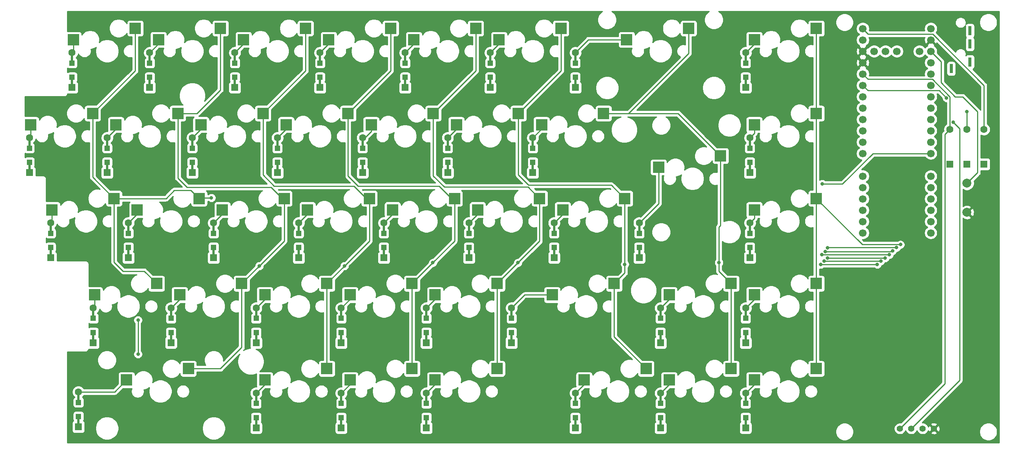
<source format=gbr>
%TF.GenerationSoftware,KiCad,Pcbnew,(5.1.7)-1*%
%TF.CreationDate,2020-11-02T23:06:17+01:00*%
%TF.ProjectId,Split65Right,53706c69-7436-4355-9269-6768742e6b69,rev?*%
%TF.SameCoordinates,Original*%
%TF.FileFunction,Copper,L2,Bot*%
%TF.FilePolarity,Positive*%
%FSLAX46Y46*%
G04 Gerber Fmt 4.6, Leading zero omitted, Abs format (unit mm)*
G04 Created by KiCad (PCBNEW (5.1.7)-1) date 2020-11-02 23:06:17*
%MOMM*%
%LPD*%
G01*
G04 APERTURE LIST*
%TA.AperFunction,SMDPad,CuDef*%
%ADD10R,2.550000X2.500000*%
%TD*%
%TA.AperFunction,ComponentPad*%
%ADD11C,1.397000*%
%TD*%
%TA.AperFunction,ComponentPad*%
%ADD12R,0.800000X2.100000*%
%TD*%
%TA.AperFunction,SMDPad,CuDef*%
%ADD13R,0.500000X2.500000*%
%TD*%
%TA.AperFunction,ComponentPad*%
%ADD14C,1.600000*%
%TD*%
%TA.AperFunction,ComponentPad*%
%ADD15R,1.600000X1.600000*%
%TD*%
%TA.AperFunction,SMDPad,CuDef*%
%ADD16R,1.200000X1.200000*%
%TD*%
%TA.AperFunction,ComponentPad*%
%ADD17C,2.000000*%
%TD*%
%TA.AperFunction,ComponentPad*%
%ADD18C,1.700000*%
%TD*%
%TA.AperFunction,ViaPad*%
%ADD19C,0.800000*%
%TD*%
%TA.AperFunction,Conductor*%
%ADD20C,0.250000*%
%TD*%
%TA.AperFunction,Conductor*%
%ADD21C,0.254000*%
%TD*%
%TA.AperFunction,Conductor*%
%ADD22C,0.100000*%
%TD*%
G04 APERTURE END LIST*
D10*
%TO.P,SW39,2*%
%TO.N,Net-(D39-Pad2)*%
X44800000Y-113604000D03*
%TO.P,SW39,1*%
%TO.N,COL6*%
X58650000Y-111064000D03*
%TD*%
D11*
%TO.P,J2,4*%
%TO.N,GND*%
X225386000Y-124474000D03*
%TO.P,J2,3*%
%TO.N,+3V3*%
X222846000Y-124474000D03*
%TO.P,J2,2*%
%TO.N,SCL*%
X220306000Y-124474000D03*
%TO.P,J2,1*%
%TO.N,SDA*%
X217766000Y-124474000D03*
%TD*%
D12*
%TO.P,J1,A*%
%TO.N,N/C*%
X229236000Y-43930000D03*
%TO.P,J1,D*%
X233436000Y-42430000D03*
%TO.P,J1,C*%
X233436000Y-38430000D03*
%TO.P,J1,B*%
X233436000Y-35430000D03*
%TD*%
D13*
%TO.P,D1,2*%
%TO.N,Net-(D1-Pad2)*%
X183260000Y-41568000D03*
%TO.P,D1,1*%
%TO.N,ROW0*%
X183260000Y-46968000D03*
D14*
%TO.P,D1,2*%
%TO.N,Net-(D1-Pad2)*%
X183260000Y-40368000D03*
D15*
%TO.P,D1,1*%
%TO.N,ROW0*%
X183260000Y-48168000D03*
D16*
X183260000Y-45843000D03*
%TO.P,D1,2*%
%TO.N,Net-(D1-Pad2)*%
X183260000Y-42693000D03*
%TD*%
D13*
%TO.P,D2,2*%
%TO.N,Net-(D2-Pad2)*%
X145180000Y-41568000D03*
%TO.P,D2,1*%
%TO.N,ROW0*%
X145180000Y-46968000D03*
D14*
%TO.P,D2,2*%
%TO.N,Net-(D2-Pad2)*%
X145180000Y-40368000D03*
D15*
%TO.P,D2,1*%
%TO.N,ROW0*%
X145180000Y-48168000D03*
D16*
X145180000Y-45843000D03*
%TO.P,D2,2*%
%TO.N,Net-(D2-Pad2)*%
X145180000Y-42693000D03*
%TD*%
D13*
%TO.P,D3,2*%
%TO.N,Net-(D3-Pad2)*%
X126140000Y-41568000D03*
%TO.P,D3,1*%
%TO.N,ROW0*%
X126140000Y-46968000D03*
D14*
%TO.P,D3,2*%
%TO.N,Net-(D3-Pad2)*%
X126140000Y-40368000D03*
D15*
%TO.P,D3,1*%
%TO.N,ROW0*%
X126140000Y-48168000D03*
D16*
X126140000Y-45843000D03*
%TO.P,D3,2*%
%TO.N,Net-(D3-Pad2)*%
X126140000Y-42693000D03*
%TD*%
D13*
%TO.P,D4,2*%
%TO.N,Net-(D4-Pad2)*%
X107100000Y-41568000D03*
%TO.P,D4,1*%
%TO.N,ROW0*%
X107100000Y-46968000D03*
D14*
%TO.P,D4,2*%
%TO.N,Net-(D4-Pad2)*%
X107100000Y-40368000D03*
D15*
%TO.P,D4,1*%
%TO.N,ROW0*%
X107100000Y-48168000D03*
D16*
X107100000Y-45843000D03*
%TO.P,D4,2*%
%TO.N,Net-(D4-Pad2)*%
X107100000Y-42693000D03*
%TD*%
D13*
%TO.P,D5,2*%
%TO.N,Net-(D5-Pad2)*%
X88060000Y-41568000D03*
%TO.P,D5,1*%
%TO.N,ROW0*%
X88060000Y-46968000D03*
D14*
%TO.P,D5,2*%
%TO.N,Net-(D5-Pad2)*%
X88060000Y-40368000D03*
D15*
%TO.P,D5,1*%
%TO.N,ROW0*%
X88060000Y-48168000D03*
D16*
X88060000Y-45843000D03*
%TO.P,D5,2*%
%TO.N,Net-(D5-Pad2)*%
X88060000Y-42693000D03*
%TD*%
D13*
%TO.P,D6,2*%
%TO.N,Net-(D6-Pad2)*%
X69020000Y-41568000D03*
%TO.P,D6,1*%
%TO.N,ROW0*%
X69020000Y-46968000D03*
D14*
%TO.P,D6,2*%
%TO.N,Net-(D6-Pad2)*%
X69020000Y-40368000D03*
D15*
%TO.P,D6,1*%
%TO.N,ROW0*%
X69020000Y-48168000D03*
D16*
X69020000Y-45843000D03*
%TO.P,D6,2*%
%TO.N,Net-(D6-Pad2)*%
X69020000Y-42693000D03*
%TD*%
D13*
%TO.P,D7,2*%
%TO.N,Net-(D7-Pad2)*%
X49980000Y-41568000D03*
%TO.P,D7,1*%
%TO.N,ROW0*%
X49980000Y-46968000D03*
D14*
%TO.P,D7,2*%
%TO.N,Net-(D7-Pad2)*%
X49980000Y-40368000D03*
D15*
%TO.P,D7,1*%
%TO.N,ROW0*%
X49980000Y-48168000D03*
D16*
X49980000Y-45843000D03*
%TO.P,D7,2*%
%TO.N,Net-(D7-Pad2)*%
X49980000Y-42693000D03*
%TD*%
D13*
%TO.P,D8,2*%
%TO.N,Net-(D8-Pad2)*%
X32606000Y-41568000D03*
%TO.P,D8,1*%
%TO.N,ROW0*%
X32606000Y-46968000D03*
D14*
%TO.P,D8,2*%
%TO.N,Net-(D8-Pad2)*%
X32606000Y-40368000D03*
D15*
%TO.P,D8,1*%
%TO.N,ROW0*%
X32606000Y-48168000D03*
D16*
X32606000Y-45843000D03*
%TO.P,D8,2*%
%TO.N,Net-(D8-Pad2)*%
X32606000Y-42693000D03*
%TD*%
D13*
%TO.P,D9,2*%
%TO.N,Net-(D9-Pad2)*%
X184212000Y-60608000D03*
%TO.P,D9,1*%
%TO.N,ROW1*%
X184212000Y-66008000D03*
D14*
%TO.P,D9,2*%
%TO.N,Net-(D9-Pad2)*%
X184212000Y-59408000D03*
D15*
%TO.P,D9,1*%
%TO.N,ROW1*%
X184212000Y-67208000D03*
D16*
X184212000Y-64883000D03*
%TO.P,D9,2*%
%TO.N,Net-(D9-Pad2)*%
X184212000Y-61733000D03*
%TD*%
D13*
%TO.P,D10,2*%
%TO.N,Net-(D10-Pad2)*%
X135660000Y-60608000D03*
%TO.P,D10,1*%
%TO.N,ROW1*%
X135660000Y-66008000D03*
D14*
%TO.P,D10,2*%
%TO.N,Net-(D10-Pad2)*%
X135660000Y-59408000D03*
D15*
%TO.P,D10,1*%
%TO.N,ROW1*%
X135660000Y-67208000D03*
D16*
X135660000Y-64883000D03*
%TO.P,D10,2*%
%TO.N,Net-(D10-Pad2)*%
X135660000Y-61733000D03*
%TD*%
D13*
%TO.P,D11,2*%
%TO.N,Net-(D11-Pad2)*%
X116620000Y-60608000D03*
%TO.P,D11,1*%
%TO.N,ROW1*%
X116620000Y-66008000D03*
D14*
%TO.P,D11,2*%
%TO.N,Net-(D11-Pad2)*%
X116620000Y-59408000D03*
D15*
%TO.P,D11,1*%
%TO.N,ROW1*%
X116620000Y-67208000D03*
D16*
X116620000Y-64883000D03*
%TO.P,D11,2*%
%TO.N,Net-(D11-Pad2)*%
X116620000Y-61733000D03*
%TD*%
D13*
%TO.P,D12,2*%
%TO.N,Net-(D12-Pad2)*%
X97580000Y-60608000D03*
%TO.P,D12,1*%
%TO.N,ROW1*%
X97580000Y-66008000D03*
D14*
%TO.P,D12,2*%
%TO.N,Net-(D12-Pad2)*%
X97580000Y-59408000D03*
D15*
%TO.P,D12,1*%
%TO.N,ROW1*%
X97580000Y-67208000D03*
D16*
X97580000Y-64883000D03*
%TO.P,D12,2*%
%TO.N,Net-(D12-Pad2)*%
X97580000Y-61733000D03*
%TD*%
D13*
%TO.P,D13,2*%
%TO.N,Net-(D13-Pad2)*%
X78540000Y-60608000D03*
%TO.P,D13,1*%
%TO.N,ROW1*%
X78540000Y-66008000D03*
D14*
%TO.P,D13,2*%
%TO.N,Net-(D13-Pad2)*%
X78540000Y-59408000D03*
D15*
%TO.P,D13,1*%
%TO.N,ROW1*%
X78540000Y-67208000D03*
D16*
X78540000Y-64883000D03*
%TO.P,D13,2*%
%TO.N,Net-(D13-Pad2)*%
X78540000Y-61733000D03*
%TD*%
D13*
%TO.P,D14,2*%
%TO.N,Net-(D14-Pad2)*%
X59500000Y-60608000D03*
%TO.P,D14,1*%
%TO.N,ROW1*%
X59500000Y-66008000D03*
D14*
%TO.P,D14,2*%
%TO.N,Net-(D14-Pad2)*%
X59500000Y-59408000D03*
D15*
%TO.P,D14,1*%
%TO.N,ROW1*%
X59500000Y-67208000D03*
D16*
X59500000Y-64883000D03*
%TO.P,D14,2*%
%TO.N,Net-(D14-Pad2)*%
X59500000Y-61733000D03*
%TD*%
D13*
%TO.P,D15,2*%
%TO.N,Net-(D15-Pad2)*%
X40460000Y-60608000D03*
%TO.P,D15,1*%
%TO.N,ROW1*%
X40460000Y-66008000D03*
D14*
%TO.P,D15,2*%
%TO.N,Net-(D15-Pad2)*%
X40460000Y-59408000D03*
D15*
%TO.P,D15,1*%
%TO.N,ROW1*%
X40460000Y-67208000D03*
D16*
X40460000Y-64883000D03*
%TO.P,D15,2*%
%TO.N,Net-(D15-Pad2)*%
X40460000Y-61733000D03*
%TD*%
D13*
%TO.P,D16,2*%
%TO.N,Net-(D16-Pad2)*%
X23086000Y-60608000D03*
%TO.P,D16,1*%
%TO.N,ROW1*%
X23086000Y-66008000D03*
D14*
%TO.P,D16,2*%
%TO.N,Net-(D16-Pad2)*%
X23086000Y-59408000D03*
D15*
%TO.P,D16,1*%
%TO.N,ROW1*%
X23086000Y-67208000D03*
D16*
X23086000Y-64883000D03*
%TO.P,D16,2*%
%TO.N,Net-(D16-Pad2)*%
X23086000Y-61733000D03*
%TD*%
D13*
%TO.P,D17,2*%
%TO.N,Net-(D17-Pad2)*%
X184212000Y-79648000D03*
%TO.P,D17,1*%
%TO.N,ROW2*%
X184212000Y-85048000D03*
D14*
%TO.P,D17,2*%
%TO.N,Net-(D17-Pad2)*%
X184212000Y-78448000D03*
D15*
%TO.P,D17,1*%
%TO.N,ROW2*%
X184212000Y-86248000D03*
D16*
X184212000Y-83923000D03*
%TO.P,D17,2*%
%TO.N,Net-(D17-Pad2)*%
X184212000Y-80773000D03*
%TD*%
D13*
%TO.P,D18,2*%
%TO.N,Net-(D18-Pad2)*%
X159460000Y-79648000D03*
%TO.P,D18,1*%
%TO.N,ROW2*%
X159460000Y-85048000D03*
D14*
%TO.P,D18,2*%
%TO.N,Net-(D18-Pad2)*%
X159460000Y-78448000D03*
D15*
%TO.P,D18,1*%
%TO.N,ROW2*%
X159460000Y-86248000D03*
D16*
X159460000Y-83923000D03*
%TO.P,D18,2*%
%TO.N,Net-(D18-Pad2)*%
X159460000Y-80773000D03*
%TD*%
D13*
%TO.P,D19,2*%
%TO.N,Net-(D19-Pad2)*%
X140420000Y-79648000D03*
%TO.P,D19,1*%
%TO.N,ROW2*%
X140420000Y-85048000D03*
D14*
%TO.P,D19,2*%
%TO.N,Net-(D19-Pad2)*%
X140420000Y-78448000D03*
D15*
%TO.P,D19,1*%
%TO.N,ROW2*%
X140420000Y-86248000D03*
D16*
X140420000Y-83923000D03*
%TO.P,D19,2*%
%TO.N,Net-(D19-Pad2)*%
X140420000Y-80773000D03*
%TD*%
D13*
%TO.P,D20,2*%
%TO.N,Net-(D20-Pad2)*%
X121380000Y-79648000D03*
%TO.P,D20,1*%
%TO.N,ROW2*%
X121380000Y-85048000D03*
D14*
%TO.P,D20,2*%
%TO.N,Net-(D20-Pad2)*%
X121380000Y-78448000D03*
D15*
%TO.P,D20,1*%
%TO.N,ROW2*%
X121380000Y-86248000D03*
D16*
X121380000Y-83923000D03*
%TO.P,D20,2*%
%TO.N,Net-(D20-Pad2)*%
X121380000Y-80773000D03*
%TD*%
D13*
%TO.P,D21,2*%
%TO.N,Net-(D21-Pad2)*%
X102340000Y-79648000D03*
%TO.P,D21,1*%
%TO.N,ROW2*%
X102340000Y-85048000D03*
D14*
%TO.P,D21,2*%
%TO.N,Net-(D21-Pad2)*%
X102340000Y-78448000D03*
D15*
%TO.P,D21,1*%
%TO.N,ROW2*%
X102340000Y-86248000D03*
D16*
X102340000Y-83923000D03*
%TO.P,D21,2*%
%TO.N,Net-(D21-Pad2)*%
X102340000Y-80773000D03*
%TD*%
D13*
%TO.P,D22,2*%
%TO.N,Net-(D22-Pad2)*%
X83300000Y-79648000D03*
%TO.P,D22,1*%
%TO.N,ROW2*%
X83300000Y-85048000D03*
D14*
%TO.P,D22,2*%
%TO.N,Net-(D22-Pad2)*%
X83300000Y-78448000D03*
D15*
%TO.P,D22,1*%
%TO.N,ROW2*%
X83300000Y-86248000D03*
D16*
X83300000Y-83923000D03*
%TO.P,D22,2*%
%TO.N,Net-(D22-Pad2)*%
X83300000Y-80773000D03*
%TD*%
D13*
%TO.P,D23,2*%
%TO.N,Net-(D23-Pad2)*%
X64260000Y-79648000D03*
%TO.P,D23,1*%
%TO.N,ROW2*%
X64260000Y-85048000D03*
D14*
%TO.P,D23,2*%
%TO.N,Net-(D23-Pad2)*%
X64260000Y-78448000D03*
D15*
%TO.P,D23,1*%
%TO.N,ROW2*%
X64260000Y-86248000D03*
D16*
X64260000Y-83923000D03*
%TO.P,D23,2*%
%TO.N,Net-(D23-Pad2)*%
X64260000Y-80773000D03*
%TD*%
D13*
%TO.P,D24,2*%
%TO.N,Net-(D24-Pad2)*%
X45220000Y-79648000D03*
%TO.P,D24,1*%
%TO.N,ROW2*%
X45220000Y-85048000D03*
D14*
%TO.P,D24,2*%
%TO.N,Net-(D24-Pad2)*%
X45220000Y-78448000D03*
D15*
%TO.P,D24,1*%
%TO.N,ROW2*%
X45220000Y-86248000D03*
D16*
X45220000Y-83923000D03*
%TO.P,D24,2*%
%TO.N,Net-(D24-Pad2)*%
X45220000Y-80773000D03*
%TD*%
D13*
%TO.P,D25,2*%
%TO.N,Net-(D25-Pad2)*%
X183260000Y-98688000D03*
%TO.P,D25,1*%
%TO.N,ROW3*%
X183260000Y-104088000D03*
D14*
%TO.P,D25,2*%
%TO.N,Net-(D25-Pad2)*%
X183260000Y-97488000D03*
D15*
%TO.P,D25,1*%
%TO.N,ROW3*%
X183260000Y-105288000D03*
D16*
X183260000Y-102963000D03*
%TO.P,D25,2*%
%TO.N,Net-(D25-Pad2)*%
X183260000Y-99813000D03*
%TD*%
D13*
%TO.P,D26,2*%
%TO.N,Net-(D26-Pad2)*%
X164220000Y-98688000D03*
%TO.P,D26,1*%
%TO.N,ROW3*%
X164220000Y-104088000D03*
D14*
%TO.P,D26,2*%
%TO.N,Net-(D26-Pad2)*%
X164220000Y-97488000D03*
D15*
%TO.P,D26,1*%
%TO.N,ROW3*%
X164220000Y-105288000D03*
D16*
X164220000Y-102963000D03*
%TO.P,D26,2*%
%TO.N,Net-(D26-Pad2)*%
X164220000Y-99813000D03*
%TD*%
D13*
%TO.P,D27,2*%
%TO.N,Net-(D27-Pad2)*%
X130900000Y-98688000D03*
%TO.P,D27,1*%
%TO.N,ROW3*%
X130900000Y-104088000D03*
D14*
%TO.P,D27,2*%
%TO.N,Net-(D27-Pad2)*%
X130900000Y-97488000D03*
D15*
%TO.P,D27,1*%
%TO.N,ROW3*%
X130900000Y-105288000D03*
D16*
X130900000Y-102963000D03*
%TO.P,D27,2*%
%TO.N,Net-(D27-Pad2)*%
X130900000Y-99813000D03*
%TD*%
D13*
%TO.P,D28,2*%
%TO.N,Net-(D28-Pad2)*%
X111860000Y-98688000D03*
%TO.P,D28,1*%
%TO.N,ROW3*%
X111860000Y-104088000D03*
D14*
%TO.P,D28,2*%
%TO.N,Net-(D28-Pad2)*%
X111860000Y-97488000D03*
D15*
%TO.P,D28,1*%
%TO.N,ROW3*%
X111860000Y-105288000D03*
D16*
X111860000Y-102963000D03*
%TO.P,D28,2*%
%TO.N,Net-(D28-Pad2)*%
X111860000Y-99813000D03*
%TD*%
D13*
%TO.P,D29,2*%
%TO.N,Net-(D29-Pad2)*%
X92820000Y-98688000D03*
%TO.P,D29,1*%
%TO.N,ROW3*%
X92820000Y-104088000D03*
D14*
%TO.P,D29,2*%
%TO.N,Net-(D29-Pad2)*%
X92820000Y-97488000D03*
D15*
%TO.P,D29,1*%
%TO.N,ROW3*%
X92820000Y-105288000D03*
D16*
X92820000Y-102963000D03*
%TO.P,D29,2*%
%TO.N,Net-(D29-Pad2)*%
X92820000Y-99813000D03*
%TD*%
D13*
%TO.P,D30,2*%
%TO.N,Net-(D30-Pad2)*%
X73780000Y-98688000D03*
%TO.P,D30,1*%
%TO.N,ROW3*%
X73780000Y-104088000D03*
D14*
%TO.P,D30,2*%
%TO.N,Net-(D30-Pad2)*%
X73780000Y-97488000D03*
D15*
%TO.P,D30,1*%
%TO.N,ROW3*%
X73780000Y-105288000D03*
D16*
X73780000Y-102963000D03*
%TO.P,D30,2*%
%TO.N,Net-(D30-Pad2)*%
X73780000Y-99813000D03*
%TD*%
D13*
%TO.P,D31,2*%
%TO.N,Net-(D31-Pad2)*%
X54740000Y-98688000D03*
%TO.P,D31,1*%
%TO.N,ROW3*%
X54740000Y-104088000D03*
D14*
%TO.P,D31,2*%
%TO.N,Net-(D31-Pad2)*%
X54740000Y-97488000D03*
D15*
%TO.P,D31,1*%
%TO.N,ROW3*%
X54740000Y-105288000D03*
D16*
X54740000Y-102963000D03*
%TO.P,D31,2*%
%TO.N,Net-(D31-Pad2)*%
X54740000Y-99813000D03*
%TD*%
D13*
%TO.P,D32,2*%
%TO.N,Net-(D32-Pad2)*%
X37366000Y-98688000D03*
%TO.P,D32,1*%
%TO.N,ROW3*%
X37366000Y-104088000D03*
D14*
%TO.P,D32,2*%
%TO.N,Net-(D32-Pad2)*%
X37366000Y-97488000D03*
D15*
%TO.P,D32,1*%
%TO.N,ROW3*%
X37366000Y-105288000D03*
D16*
X37366000Y-102963000D03*
%TO.P,D32,2*%
%TO.N,Net-(D32-Pad2)*%
X37366000Y-99813000D03*
%TD*%
D13*
%TO.P,D33,2*%
%TO.N,Net-(D33-Pad2)*%
X183260000Y-117728000D03*
%TO.P,D33,1*%
%TO.N,ROW4*%
X183260000Y-123128000D03*
D14*
%TO.P,D33,2*%
%TO.N,Net-(D33-Pad2)*%
X183260000Y-116528000D03*
D15*
%TO.P,D33,1*%
%TO.N,ROW4*%
X183260000Y-124328000D03*
D16*
X183260000Y-122003000D03*
%TO.P,D33,2*%
%TO.N,Net-(D33-Pad2)*%
X183260000Y-118853000D03*
%TD*%
D13*
%TO.P,D34,2*%
%TO.N,Net-(D34-Pad2)*%
X164220000Y-117728000D03*
%TO.P,D34,1*%
%TO.N,ROW4*%
X164220000Y-123128000D03*
D14*
%TO.P,D34,2*%
%TO.N,Net-(D34-Pad2)*%
X164220000Y-116528000D03*
D15*
%TO.P,D34,1*%
%TO.N,ROW4*%
X164220000Y-124328000D03*
D16*
X164220000Y-122003000D03*
%TO.P,D34,2*%
%TO.N,Net-(D34-Pad2)*%
X164220000Y-118853000D03*
%TD*%
D13*
%TO.P,D35,2*%
%TO.N,Net-(D35-Pad2)*%
X145180000Y-117728000D03*
%TO.P,D35,1*%
%TO.N,ROW4*%
X145180000Y-123128000D03*
D14*
%TO.P,D35,2*%
%TO.N,Net-(D35-Pad2)*%
X145180000Y-116528000D03*
D15*
%TO.P,D35,1*%
%TO.N,ROW4*%
X145180000Y-124328000D03*
D16*
X145180000Y-122003000D03*
%TO.P,D35,2*%
%TO.N,Net-(D35-Pad2)*%
X145180000Y-118853000D03*
%TD*%
D13*
%TO.P,D36,2*%
%TO.N,Net-(D36-Pad2)*%
X111860000Y-117728000D03*
%TO.P,D36,1*%
%TO.N,ROW4*%
X111860000Y-123128000D03*
D14*
%TO.P,D36,2*%
%TO.N,Net-(D36-Pad2)*%
X111860000Y-116528000D03*
D15*
%TO.P,D36,1*%
%TO.N,ROW4*%
X111860000Y-124328000D03*
D16*
X111860000Y-122003000D03*
%TO.P,D36,2*%
%TO.N,Net-(D36-Pad2)*%
X111860000Y-118853000D03*
%TD*%
D13*
%TO.P,D37,2*%
%TO.N,Net-(D37-Pad2)*%
X92820000Y-117728000D03*
%TO.P,D37,1*%
%TO.N,ROW4*%
X92820000Y-123128000D03*
D14*
%TO.P,D37,2*%
%TO.N,Net-(D37-Pad2)*%
X92820000Y-116528000D03*
D15*
%TO.P,D37,1*%
%TO.N,ROW4*%
X92820000Y-124328000D03*
D16*
X92820000Y-122003000D03*
%TO.P,D37,2*%
%TO.N,Net-(D37-Pad2)*%
X92820000Y-118853000D03*
%TD*%
D13*
%TO.P,D38,2*%
%TO.N,Net-(D38-Pad2)*%
X73780000Y-117728000D03*
%TO.P,D38,1*%
%TO.N,ROW4*%
X73780000Y-123128000D03*
D14*
%TO.P,D38,2*%
%TO.N,Net-(D38-Pad2)*%
X73780000Y-116528000D03*
D15*
%TO.P,D38,1*%
%TO.N,ROW4*%
X73780000Y-124328000D03*
D16*
X73780000Y-122003000D03*
%TO.P,D38,2*%
%TO.N,Net-(D38-Pad2)*%
X73780000Y-118853000D03*
%TD*%
D13*
%TO.P,D39,2*%
%TO.N,Net-(D39-Pad2)*%
X34034000Y-117490000D03*
%TO.P,D39,1*%
%TO.N,ROW4*%
X34034000Y-122890000D03*
D14*
%TO.P,D39,2*%
%TO.N,Net-(D39-Pad2)*%
X34034000Y-116290000D03*
D15*
%TO.P,D39,1*%
%TO.N,ROW4*%
X34034000Y-124090000D03*
D16*
X34034000Y-121765000D03*
%TO.P,D39,2*%
%TO.N,Net-(D39-Pad2)*%
X34034000Y-118615000D03*
%TD*%
D13*
%TO.P,D40,2*%
%TO.N,Net-(D40-Pad2)*%
X27846000Y-79648000D03*
%TO.P,D40,1*%
%TO.N,ROW4*%
X27846000Y-85048000D03*
D14*
%TO.P,D40,2*%
%TO.N,Net-(D40-Pad2)*%
X27846000Y-78448000D03*
D15*
%TO.P,D40,1*%
%TO.N,ROW4*%
X27846000Y-86248000D03*
D16*
X27846000Y-83923000D03*
%TO.P,D40,2*%
%TO.N,Net-(D40-Pad2)*%
X27846000Y-80773000D03*
%TD*%
D14*
%TO.P,R1,2*%
%TO.N,SDA*%
X228956000Y-57504000D03*
D15*
%TO.P,R1,1*%
%TO.N,+3V3*%
X228956000Y-65304000D03*
%TD*%
D14*
%TO.P,R2,2*%
%TO.N,Net-(J1-PadT)*%
X232764000Y-57504000D03*
D15*
%TO.P,R2,1*%
%TO.N,+3V3*%
X232764000Y-65304000D03*
%TD*%
D10*
%TO.P,SW1,2*%
%TO.N,Net-(D1-Pad2)*%
X185220000Y-37444000D03*
%TO.P,SW1,1*%
%TO.N,COL0*%
X199070000Y-34904000D03*
%TD*%
%TO.P,SW2,2*%
%TO.N,Net-(D2-Pad2)*%
X156660000Y-37444000D03*
%TO.P,SW2,1*%
%TO.N,COL1*%
X170510000Y-34904000D03*
%TD*%
%TO.P,SW3,2*%
%TO.N,Net-(D3-Pad2)*%
X128100000Y-37444000D03*
%TO.P,SW3,1*%
%TO.N,COL2*%
X141950000Y-34904000D03*
%TD*%
%TO.P,SW4,2*%
%TO.N,Net-(D4-Pad2)*%
X109060000Y-37444000D03*
%TO.P,SW4,1*%
%TO.N,COL3*%
X122910000Y-34904000D03*
%TD*%
%TO.P,SW5,2*%
%TO.N,Net-(D5-Pad2)*%
X90020000Y-37444000D03*
%TO.P,SW5,1*%
%TO.N,COL4*%
X103870000Y-34904000D03*
%TD*%
%TO.P,SW6,2*%
%TO.N,Net-(D6-Pad2)*%
X70980000Y-37444000D03*
%TO.P,SW6,1*%
%TO.N,COL5*%
X84830000Y-34904000D03*
%TD*%
%TO.P,SW7,2*%
%TO.N,Net-(D7-Pad2)*%
X51940000Y-37444000D03*
%TO.P,SW7,1*%
%TO.N,COL6*%
X65790000Y-34904000D03*
%TD*%
%TO.P,SW8,2*%
%TO.N,Net-(D8-Pad2)*%
X32900000Y-37444000D03*
%TO.P,SW8,1*%
%TO.N,COL7*%
X46750000Y-34904000D03*
%TD*%
%TO.P,SW9,2*%
%TO.N,Net-(D9-Pad2)*%
X185220000Y-56484000D03*
%TO.P,SW9,1*%
%TO.N,COL0*%
X199070000Y-53944000D03*
%TD*%
%TO.P,SW10,2*%
%TO.N,Net-(D10-Pad2)*%
X137620000Y-56484000D03*
%TO.P,SW10,1*%
%TO.N,COL1*%
X151470000Y-53944000D03*
%TD*%
%TO.P,SW11,2*%
%TO.N,Net-(D11-Pad2)*%
X118580000Y-56484000D03*
%TO.P,SW11,1*%
%TO.N,COL2*%
X132430000Y-53944000D03*
%TD*%
%TO.P,SW12,2*%
%TO.N,Net-(D12-Pad2)*%
X99540000Y-56484000D03*
%TO.P,SW12,1*%
%TO.N,COL3*%
X113390000Y-53944000D03*
%TD*%
%TO.P,SW13,2*%
%TO.N,Net-(D13-Pad2)*%
X80500000Y-56484000D03*
%TO.P,SW13,1*%
%TO.N,COL4*%
X94350000Y-53944000D03*
%TD*%
%TO.P,SW14,2*%
%TO.N,Net-(D14-Pad2)*%
X61460000Y-56484000D03*
%TO.P,SW14,1*%
%TO.N,COL5*%
X75310000Y-53944000D03*
%TD*%
%TO.P,SW15,2*%
%TO.N,Net-(D15-Pad2)*%
X42420000Y-56484000D03*
%TO.P,SW15,1*%
%TO.N,COL6*%
X56270000Y-53944000D03*
%TD*%
%TO.P,SW16,2*%
%TO.N,Net-(D16-Pad2)*%
X23380000Y-56484000D03*
%TO.P,SW16,1*%
%TO.N,COL7*%
X37230000Y-53944000D03*
%TD*%
%TO.P,SW17,2*%
%TO.N,Net-(D17-Pad2)*%
X185220000Y-75524000D03*
%TO.P,SW17,1*%
%TO.N,COL0*%
X199070000Y-72984000D03*
%TD*%
%TO.P,SW18,2*%
%TO.N,Net-(D18-Pad2)*%
X163800000Y-66004000D03*
%TO.P,SW18,1*%
%TO.N,COL1*%
X177650000Y-63464000D03*
%TD*%
%TO.P,SW19,2*%
%TO.N,Net-(D19-Pad2)*%
X142380000Y-75524000D03*
%TO.P,SW19,1*%
%TO.N,COL2*%
X156230000Y-72984000D03*
%TD*%
%TO.P,SW20,2*%
%TO.N,Net-(D20-Pad2)*%
X123340000Y-75524000D03*
%TO.P,SW20,1*%
%TO.N,COL3*%
X137190000Y-72984000D03*
%TD*%
%TO.P,SW21,2*%
%TO.N,Net-(D21-Pad2)*%
X104300000Y-75524000D03*
%TO.P,SW21,1*%
%TO.N,COL4*%
X118150000Y-72984000D03*
%TD*%
%TO.P,SW22,2*%
%TO.N,Net-(D22-Pad2)*%
X85260000Y-75524000D03*
%TO.P,SW22,1*%
%TO.N,COL5*%
X99110000Y-72984000D03*
%TD*%
%TO.P,SW23,2*%
%TO.N,Net-(D23-Pad2)*%
X66220000Y-75524000D03*
%TO.P,SW23,1*%
%TO.N,COL6*%
X80070000Y-72984000D03*
%TD*%
%TO.P,SW24,2*%
%TO.N,Net-(D24-Pad2)*%
X47180000Y-75524000D03*
%TO.P,SW24,1*%
%TO.N,COL7*%
X61030000Y-72984000D03*
%TD*%
%TO.P,SW25,2*%
%TO.N,Net-(D25-Pad2)*%
X185220000Y-94564000D03*
%TO.P,SW25,1*%
%TO.N,COL0*%
X199070000Y-92024000D03*
%TD*%
%TO.P,SW26,2*%
%TO.N,Net-(D26-Pad2)*%
X166180000Y-94564000D03*
%TO.P,SW26,1*%
%TO.N,COL1*%
X180030000Y-92024000D03*
%TD*%
%TO.P,SW27,2*%
%TO.N,Net-(D27-Pad2)*%
X140000000Y-94564000D03*
%TO.P,SW27,1*%
%TO.N,COL2*%
X153850000Y-92024000D03*
%TD*%
%TO.P,SW28,2*%
%TO.N,Net-(D28-Pad2)*%
X113820000Y-94564000D03*
%TO.P,SW28,1*%
%TO.N,COL3*%
X127670000Y-92024000D03*
%TD*%
%TO.P,SW29,2*%
%TO.N,Net-(D29-Pad2)*%
X94780000Y-94564000D03*
%TO.P,SW29,1*%
%TO.N,COL4*%
X108630000Y-92024000D03*
%TD*%
%TO.P,SW30,2*%
%TO.N,Net-(D30-Pad2)*%
X75740000Y-94564000D03*
%TO.P,SW30,1*%
%TO.N,COL5*%
X89590000Y-92024000D03*
%TD*%
%TO.P,SW31,2*%
%TO.N,Net-(D31-Pad2)*%
X56700000Y-94564000D03*
%TO.P,SW31,1*%
%TO.N,COL6*%
X70550000Y-92024000D03*
%TD*%
%TO.P,SW32,2*%
%TO.N,Net-(D32-Pad2)*%
X37660000Y-94564000D03*
%TO.P,SW32,1*%
%TO.N,COL7*%
X51510000Y-92024000D03*
%TD*%
%TO.P,SW33,2*%
%TO.N,Net-(D33-Pad2)*%
X185220000Y-113604000D03*
%TO.P,SW33,1*%
%TO.N,COL0*%
X199070000Y-111064000D03*
%TD*%
%TO.P,SW34,2*%
%TO.N,Net-(D34-Pad2)*%
X166180000Y-113604000D03*
%TO.P,SW34,1*%
%TO.N,COL1*%
X180030000Y-111064000D03*
%TD*%
%TO.P,SW35,2*%
%TO.N,Net-(D35-Pad2)*%
X147140000Y-113604000D03*
%TO.P,SW35,1*%
%TO.N,COL2*%
X160990000Y-111064000D03*
%TD*%
%TO.P,SW36,2*%
%TO.N,Net-(D36-Pad2)*%
X113820000Y-113604000D03*
%TO.P,SW36,1*%
%TO.N,COL3*%
X127670000Y-111064000D03*
%TD*%
%TO.P,SW37,2*%
%TO.N,Net-(D37-Pad2)*%
X94780000Y-113604000D03*
%TO.P,SW37,1*%
%TO.N,COL4*%
X108630000Y-111064000D03*
%TD*%
%TO.P,SW38,2*%
%TO.N,Net-(D38-Pad2)*%
X75740000Y-113604000D03*
%TO.P,SW38,1*%
%TO.N,COL5*%
X89590000Y-111064000D03*
%TD*%
%TO.P,SW40,2*%
%TO.N,Net-(D40-Pad2)*%
X28140000Y-75524000D03*
%TO.P,SW40,1*%
%TO.N,COL7*%
X41990000Y-72984000D03*
%TD*%
D17*
%TO.P,SW_41,2*%
%TO.N,RESET*%
X232764000Y-69578000D03*
%TO.P,SW_41,1*%
%TO.N,GND*%
X232764000Y-76078000D03*
%TD*%
D18*
%TO.P,U1,5V*%
%TO.N,Net-(U1-Pad5V)*%
X224671000Y-34968000D03*
%TO.P,U1,A10*%
%TO.N,Net-(U1-PadA10)*%
X209456000Y-37508000D03*
%TO.P,U1,A9*%
%TO.N,DATA*%
X209456000Y-34968000D03*
%TO.P,U1,D+*%
%TO.N,Net-(U1-PadD+)*%
X211996000Y-40048000D03*
%TO.P,U1,GND*%
%TO.N,GND*%
X209456000Y-40048000D03*
X209456000Y-42588000D03*
%TO.P,U1,B7*%
%TO.N,SDA*%
X209456000Y-45128000D03*
%TO.P,U1,B6*%
%TO.N,SCL*%
X209456000Y-47668000D03*
%TO.P,U1,D-*%
%TO.N,Net-(U1-PadD-)*%
X214536000Y-40048000D03*
%TO.P,U1,CHRG*%
%TO.N,Net-(U1-PadCHRG)*%
X217076000Y-40048000D03*
%TO.P,U1,B5*%
%TO.N,ROW0*%
X209456000Y-50208000D03*
%TO.P,U1,B4*%
%TO.N,ROW1*%
X209456000Y-52748000D03*
%TO.P,U1,B3*%
%TO.N,ROW2*%
X209456000Y-55288000D03*
%TO.P,U1,B2*%
%TO.N,ROW3*%
X209456000Y-57828000D03*
%TO.P,U1,B1*%
%TO.N,ROW4*%
X209456000Y-60368000D03*
%TO.P,U1,B0*%
%TO.N,Net-(U1-PadB0)*%
X209456000Y-62908000D03*
%TO.P,U1,A5*%
%TO.N,Net-(U1-PadA5)*%
X209456000Y-70528000D03*
%TO.P,U1,A7*%
%TO.N,Net-(U1-PadA7)*%
X209456000Y-75608000D03*
%TO.P,U1,A8*%
%TO.N,Net-(U1-PadA8)*%
X209456000Y-78148000D03*
%TO.P,U1,A6*%
%TO.N,Net-(U1-PadA6)*%
X209456000Y-73068000D03*
%TO.P,U1,A15*%
%TO.N,Net-(U1-PadA15)*%
X209456000Y-80688000D03*
%TO.P,U1,A4*%
%TO.N,Net-(U1-PadA4)*%
X209456000Y-67988000D03*
%TO.P,U1,GND*%
%TO.N,GND*%
X224671000Y-37508000D03*
%TO.P,U1,DFU*%
%TO.N,RESET*%
X224671000Y-40048000D03*
%TO.P,U1,A2*%
%TO.N,COL0*%
X224671000Y-45128000D03*
%TO.P,U1,A3|5v*%
%TO.N,Net-(U1-PadA3|5v)*%
X222131000Y-40048000D03*
%TO.P,U1,3.3V*%
%TO.N,+3V3*%
X224671000Y-42588000D03*
%TO.P,U1,A1*%
%TO.N,COL1*%
X224671000Y-47668000D03*
%TO.P,U1,A0*%
%TO.N,COL2*%
X224671000Y-50208000D03*
%TO.P,U1,B8*%
%TO.N,COL3*%
X224671000Y-52748000D03*
%TO.P,U1,B14*%
%TO.N,COL5*%
X224671000Y-57828000D03*
%TO.P,U1,B15*%
%TO.N,COL6*%
X224671000Y-60368000D03*
%TO.P,U1,B13*%
%TO.N,COL4*%
X224671000Y-55288000D03*
%TO.P,U1,B9*%
%TO.N,COL7*%
X224671000Y-62908000D03*
%TO.P,U1,B11*%
%TO.N,Net-(U1-PadB11)*%
X224671000Y-70528000D03*
%TO.P,U1,B10*%
%TO.N,Net-(U1-PadB10)*%
X224671000Y-67988000D03*
%TO.P,U1,A14*%
%TO.N,Net-(U1-PadA14)*%
X224671000Y-75608000D03*
%TO.P,U1,B12*%
%TO.N,Net-(U1-PadB12)*%
X224671000Y-73068000D03*
%TO.P,U1,A13*%
%TO.N,Net-(U1-PadA13)*%
X224671000Y-78148000D03*
%TO.P,U1,RST*%
%TO.N,Net-(U1-PadRST)*%
X224671000Y-80688000D03*
%TD*%
D14*
%TO.P,R3,2*%
%TO.N,DATA*%
X236572000Y-57504000D03*
D15*
%TO.P,R3,1*%
%TO.N,Net-(J1-PadT)*%
X236572000Y-65304000D03*
%TD*%
D19*
%TO.N,ROW4*%
X47362000Y-100198000D03*
X47362000Y-107814000D03*
%TO.N,SCL*%
X228201848Y-50485152D03*
X229681000Y-55930000D03*
%TO.N,Net-(J1-PadT)*%
X232764000Y-53550000D03*
%TO.N,COL0*%
X217882393Y-83300001D03*
%TO.N,COL1*%
X217019347Y-83977347D03*
X201586000Y-84014000D03*
X177296099Y-87332099D03*
%TO.N,COL2*%
X216104000Y-84728000D03*
X201031299Y-84846052D03*
X156230000Y-87720000D03*
%TO.N,COL3*%
X215390000Y-85571052D03*
X200301964Y-85571052D03*
X132338000Y-87356000D03*
%TO.N,COL4*%
X214490563Y-86296052D03*
X201586000Y-86296052D03*
X113298000Y-87356000D03*
%TO.N,COL5*%
X213486000Y-87021052D03*
X200806595Y-87021052D03*
X93544000Y-88070000D03*
%TO.N,COL6*%
X212700722Y-87746052D03*
X200051385Y-87746052D03*
X74504000Y-88070000D03*
%TO.N,COL7*%
X200396000Y-69734000D03*
X63784000Y-72828000D03*
%TD*%
D20*
%TO.N,Net-(D1-Pad2)*%
X185220000Y-38408000D02*
X183260000Y-40368000D01*
X185220000Y-37444000D02*
X185220000Y-38408000D01*
%TO.N,Net-(D2-Pad2)*%
X148104000Y-37444000D02*
X145180000Y-40368000D01*
X156660000Y-37444000D02*
X148104000Y-37444000D01*
%TO.N,Net-(D3-Pad2)*%
X128100000Y-38408000D02*
X126140000Y-40368000D01*
X128100000Y-37444000D02*
X128100000Y-38408000D01*
%TO.N,Net-(D4-Pad2)*%
X109060000Y-38408000D02*
X107100000Y-40368000D01*
X109060000Y-37444000D02*
X109060000Y-38408000D01*
%TO.N,Net-(D5-Pad2)*%
X90020000Y-38408000D02*
X88060000Y-40368000D01*
X90020000Y-37444000D02*
X90020000Y-38408000D01*
%TO.N,Net-(D6-Pad2)*%
X70980000Y-38408000D02*
X69020000Y-40368000D01*
X70980000Y-37444000D02*
X70980000Y-38408000D01*
%TO.N,Net-(D7-Pad2)*%
X51940000Y-38408000D02*
X49980000Y-40368000D01*
X51940000Y-37444000D02*
X51940000Y-38408000D01*
%TO.N,Net-(D8-Pad2)*%
X32900000Y-40074000D02*
X32606000Y-40368000D01*
X32900000Y-37444000D02*
X32900000Y-40074000D01*
%TO.N,Net-(D9-Pad2)*%
X185220000Y-58400000D02*
X184212000Y-59408000D01*
X185220000Y-56484000D02*
X185220000Y-58400000D01*
%TO.N,Net-(D10-Pad2)*%
X137620000Y-57448000D02*
X135660000Y-59408000D01*
X137620000Y-56484000D02*
X137620000Y-57448000D01*
%TO.N,Net-(D11-Pad2)*%
X118580000Y-57448000D02*
X116620000Y-59408000D01*
X118580000Y-56484000D02*
X118580000Y-57448000D01*
%TO.N,Net-(D12-Pad2)*%
X99540000Y-57984000D02*
X98116000Y-59408000D01*
X98116000Y-59408000D02*
X97580000Y-59408000D01*
X99540000Y-56484000D02*
X99540000Y-57984000D01*
%TO.N,Net-(D13-Pad2)*%
X80500000Y-57448000D02*
X78540000Y-59408000D01*
X80500000Y-56484000D02*
X80500000Y-57448000D01*
%TO.N,Net-(D14-Pad2)*%
X61460000Y-57448000D02*
X59500000Y-59408000D01*
X61460000Y-56484000D02*
X61460000Y-57448000D01*
%TO.N,Net-(D15-Pad2)*%
X42420000Y-57448000D02*
X40460000Y-59408000D01*
X42420000Y-56484000D02*
X42420000Y-57448000D01*
%TO.N,Net-(D16-Pad2)*%
X23380000Y-59114000D02*
X23086000Y-59408000D01*
X23380000Y-56484000D02*
X23380000Y-59114000D01*
%TO.N,Net-(D17-Pad2)*%
X185220000Y-77440000D02*
X184212000Y-78448000D01*
X185220000Y-75524000D02*
X185220000Y-77440000D01*
%TO.N,Net-(D18-Pad2)*%
X163800000Y-74108000D02*
X159460000Y-78448000D01*
X163800000Y-66004000D02*
X163800000Y-74108000D01*
%TO.N,Net-(D19-Pad2)*%
X142380000Y-76488000D02*
X140420000Y-78448000D01*
X142380000Y-75524000D02*
X142380000Y-76488000D01*
%TO.N,Net-(D20-Pad2)*%
X123340000Y-76488000D02*
X121380000Y-78448000D01*
X123340000Y-75524000D02*
X123340000Y-76488000D01*
%TO.N,Net-(D21-Pad2)*%
X104300000Y-76488000D02*
X102340000Y-78448000D01*
X104300000Y-75524000D02*
X104300000Y-76488000D01*
%TO.N,Net-(D22-Pad2)*%
X85260000Y-76488000D02*
X83300000Y-78448000D01*
X85260000Y-75524000D02*
X85260000Y-76488000D01*
%TO.N,Net-(D23-Pad2)*%
X66220000Y-76488000D02*
X64260000Y-78448000D01*
X66220000Y-75524000D02*
X66220000Y-76488000D01*
%TO.N,Net-(D24-Pad2)*%
X47180000Y-76488000D02*
X45220000Y-78448000D01*
X47180000Y-75524000D02*
X47180000Y-76488000D01*
%TO.N,Net-(D25-Pad2)*%
X185220000Y-95528000D02*
X183260000Y-97488000D01*
X185220000Y-94564000D02*
X185220000Y-95528000D01*
%TO.N,Net-(D26-Pad2)*%
X166180000Y-95528000D02*
X164220000Y-97488000D01*
X166180000Y-94564000D02*
X166180000Y-95528000D01*
%TO.N,Net-(D27-Pad2)*%
X133824000Y-94564000D02*
X130900000Y-97488000D01*
X140000000Y-94564000D02*
X133824000Y-94564000D01*
%TO.N,Net-(D28-Pad2)*%
X113820000Y-95528000D02*
X113820000Y-94564000D01*
X111860000Y-97488000D02*
X113820000Y-95528000D01*
%TO.N,Net-(D29-Pad2)*%
X94780000Y-95528000D02*
X94780000Y-94564000D01*
X92820000Y-97488000D02*
X94780000Y-95528000D01*
%TO.N,Net-(D30-Pad2)*%
X75740000Y-95528000D02*
X73780000Y-97488000D01*
X75740000Y-94564000D02*
X75740000Y-95528000D01*
%TO.N,Net-(D31-Pad2)*%
X56700000Y-94564000D02*
X56700000Y-95528000D01*
X56700000Y-95528000D02*
X54740000Y-97488000D01*
%TO.N,Net-(D32-Pad2)*%
X37660000Y-97194000D02*
X37366000Y-97488000D01*
X37660000Y-94564000D02*
X37660000Y-97194000D01*
%TO.N,Net-(D33-Pad2)*%
X185220000Y-114568000D02*
X183260000Y-116528000D01*
X185220000Y-113604000D02*
X185220000Y-114568000D01*
%TO.N,ROW4*%
X47362000Y-100198000D02*
X47362000Y-107814000D01*
%TO.N,Net-(D34-Pad2)*%
X166180000Y-114568000D02*
X164220000Y-116528000D01*
X166180000Y-113604000D02*
X166180000Y-114568000D01*
%TO.N,Net-(D35-Pad2)*%
X147140000Y-114568000D02*
X145180000Y-116528000D01*
X147140000Y-113604000D02*
X147140000Y-114568000D01*
%TO.N,Net-(D36-Pad2)*%
X113820000Y-114568000D02*
X113820000Y-113604000D01*
X111860000Y-116528000D02*
X113820000Y-114568000D01*
%TO.N,Net-(D37-Pad2)*%
X94780000Y-114568000D02*
X94780000Y-113604000D01*
X92820000Y-116528000D02*
X94780000Y-114568000D01*
%TO.N,Net-(D38-Pad2)*%
X75740000Y-114568000D02*
X75740000Y-113604000D01*
X73780000Y-116528000D02*
X75740000Y-114568000D01*
%TO.N,Net-(D39-Pad2)*%
X42114000Y-116290000D02*
X44800000Y-113604000D01*
X34034000Y-116290000D02*
X42114000Y-116290000D01*
%TO.N,Net-(D40-Pad2)*%
X28140000Y-78154000D02*
X27846000Y-78448000D01*
X28140000Y-75524000D02*
X28140000Y-78154000D01*
%TO.N,SDA*%
X228956000Y-50213998D02*
X228956000Y-57504000D01*
X225045003Y-46303001D02*
X228956000Y-50213998D01*
X210631001Y-46303001D02*
X225045003Y-46303001D01*
X209456000Y-45128000D02*
X210631001Y-46303001D01*
X227830999Y-114413001D02*
X217770000Y-124474000D01*
X227830999Y-58629001D02*
X227830999Y-114413001D01*
X228956000Y-57504000D02*
X227830999Y-58629001D01*
%TO.N,SCL*%
X226559697Y-48843001D02*
X228201848Y-50485152D01*
X209456000Y-47668000D02*
X210631001Y-48843001D01*
X210631001Y-48843001D02*
X226559697Y-48843001D01*
X229681000Y-55930000D02*
X231098000Y-57347000D01*
X231098000Y-113686000D02*
X220310000Y-124474000D01*
X231098000Y-57347000D02*
X231098000Y-113686000D01*
%TO.N,DATA*%
X209456000Y-34968000D02*
X210664000Y-36176000D01*
X225078002Y-36176000D02*
X236572000Y-47669998D01*
X236572000Y-47669998D02*
X236572000Y-57504000D01*
X210664000Y-36176000D02*
X225078002Y-36176000D01*
%TO.N,Net-(J1-PadT)*%
X232607000Y-57347000D02*
X232764000Y-57504000D01*
X232764000Y-53550000D02*
X232764000Y-57504000D01*
%TO.N,COL0*%
X199070000Y-34904000D02*
X199070000Y-53944000D01*
X199070000Y-53944000D02*
X199070000Y-72984000D01*
X199070000Y-92024000D02*
X199070000Y-111064000D01*
X199070000Y-72984000D02*
X199070000Y-92024000D01*
X209338346Y-83252346D02*
X199070000Y-72984000D01*
X217834738Y-83252346D02*
X209338346Y-83252346D01*
X217882393Y-83300001D02*
X217834738Y-83252346D01*
%TO.N,COL1*%
X157080334Y-53944000D02*
X151470000Y-53944000D01*
X170510000Y-40514334D02*
X157080334Y-53944000D01*
X170510000Y-34904000D02*
X170510000Y-40514334D01*
X168130000Y-53944000D02*
X157080334Y-53944000D01*
X177650000Y-63464000D02*
X168130000Y-53944000D01*
X177650000Y-79015026D02*
X177296099Y-79368927D01*
X177296099Y-89290099D02*
X180030000Y-92024000D01*
X177650000Y-63464000D02*
X177650000Y-79015026D01*
X180030000Y-92024000D02*
X180030000Y-111064000D01*
X217019347Y-83977347D02*
X201622653Y-83977347D01*
X201622653Y-83977347D02*
X201586000Y-84014000D01*
X177296099Y-87332099D02*
X177296099Y-89290099D01*
X177296099Y-79368927D02*
X177296099Y-87332099D01*
%TO.N,COL2*%
X141950000Y-44424000D02*
X132430000Y-53944000D01*
X141950000Y-34904000D02*
X141950000Y-44424000D01*
X132430000Y-53944000D02*
X132430000Y-67694000D01*
X132430000Y-67694000D02*
X134708000Y-69972000D01*
X153218000Y-69972000D02*
X156230000Y-72984000D01*
X134708000Y-69972000D02*
X153218000Y-69972000D01*
X156230000Y-89644000D02*
X153850000Y-92024000D01*
X153850000Y-103924000D02*
X160990000Y-111064000D01*
X153850000Y-92024000D02*
X153850000Y-103924000D01*
X216104000Y-84728000D02*
X215985948Y-84846052D01*
X215985948Y-84846052D02*
X201031299Y-84846052D01*
X156230000Y-87720000D02*
X156230000Y-89644000D01*
X156230000Y-72984000D02*
X156230000Y-87720000D01*
%TO.N,COL3*%
X122910000Y-44424000D02*
X113390000Y-53944000D01*
X122910000Y-34904000D02*
X122910000Y-44424000D01*
X134628009Y-70422009D02*
X137190000Y-72984000D01*
X115880009Y-70422009D02*
X134628009Y-70422009D01*
X113390000Y-67932000D02*
X115880009Y-70422009D01*
X113390000Y-53944000D02*
X113390000Y-67932000D01*
X137190000Y-72984000D02*
X137190000Y-82504000D01*
X127670000Y-92024000D02*
X127670000Y-105774000D01*
X215390000Y-85571052D02*
X200301964Y-85571052D01*
X132338000Y-87356000D02*
X127670000Y-92024000D01*
X137190000Y-82504000D02*
X132338000Y-87356000D01*
X127670000Y-105774000D02*
X127670000Y-111064000D01*
%TO.N,COL4*%
X103870000Y-44424000D02*
X94350000Y-53944000D01*
X103870000Y-34904000D02*
X103870000Y-44424000D01*
X94350000Y-53944000D02*
X94350000Y-67932000D01*
X96628000Y-70210000D02*
X114716000Y-70210000D01*
X94350000Y-67932000D02*
X96628000Y-70210000D01*
X117490000Y-72984000D02*
X118150000Y-72984000D01*
X114716000Y-70210000D02*
X117490000Y-72984000D01*
X118150000Y-72984000D02*
X118150000Y-82504000D01*
X214490563Y-86296052D02*
X201586000Y-86296052D01*
X118150000Y-82504000D02*
X113298000Y-87356000D01*
X113298000Y-87356000D02*
X108630000Y-92024000D01*
X108630000Y-92024000D02*
X108630000Y-111064000D01*
%TO.N,COL5*%
X84830000Y-44424000D02*
X75310000Y-53944000D01*
X84830000Y-34904000D02*
X84830000Y-44424000D01*
X75310000Y-53944000D02*
X75310000Y-67694000D01*
X75310000Y-67694000D02*
X77826000Y-70210000D01*
X77826000Y-70210000D02*
X95676000Y-70210000D01*
X98450000Y-72984000D02*
X99110000Y-72984000D01*
X95676000Y-70210000D02*
X98450000Y-72984000D01*
X99110000Y-72984000D02*
X99110000Y-82504000D01*
X89590000Y-92024000D02*
X89590000Y-105774000D01*
X213486000Y-87021052D02*
X200806595Y-87021052D01*
X93544000Y-88070000D02*
X89590000Y-92024000D01*
X99110000Y-82504000D02*
X93544000Y-88070000D01*
X89590000Y-105774000D02*
X89590000Y-111064000D01*
%TO.N,COL6*%
X56270000Y-53944000D02*
X56270000Y-68408000D01*
X56270000Y-68408000D02*
X58310000Y-70448000D01*
X58310000Y-70448000D02*
X77112000Y-70448000D01*
X79648000Y-72984000D02*
X80070000Y-72984000D01*
X77112000Y-70448000D02*
X79648000Y-72984000D01*
X80070000Y-72984000D02*
X80070000Y-82504000D01*
X70550000Y-106304000D02*
X65790000Y-111064000D01*
X70550000Y-92024000D02*
X70550000Y-106304000D01*
X212700722Y-87746052D02*
X200051385Y-87746052D01*
X80070000Y-82504000D02*
X74504000Y-88070000D01*
X74504000Y-88070000D02*
X70550000Y-92024000D01*
X56270000Y-53944000D02*
X60534000Y-53944000D01*
X60534000Y-53944000D02*
X65790000Y-48688000D01*
X65790000Y-48688000D02*
X65790000Y-44370000D01*
X65790000Y-34904000D02*
X65790000Y-44370000D01*
X58650000Y-111064000D02*
X65790000Y-111064000D01*
%TO.N,COL7*%
X46750000Y-44424000D02*
X37230000Y-53944000D01*
X46750000Y-34904000D02*
X46750000Y-44424000D01*
X37230000Y-68224000D02*
X41990000Y-72984000D01*
X37230000Y-53944000D02*
X37230000Y-68224000D01*
X41990000Y-72984000D02*
X41990000Y-87210000D01*
X41990000Y-87210000D02*
X44030000Y-89250000D01*
X48736000Y-89250000D02*
X51510000Y-92024000D01*
X44030000Y-89250000D02*
X48736000Y-89250000D01*
X41990000Y-72984000D02*
X53632000Y-72984000D01*
X59204999Y-71158999D02*
X61030000Y-72984000D01*
X55457001Y-71158999D02*
X59204999Y-71158999D01*
X53632000Y-72984000D02*
X55457001Y-71158999D01*
X224671000Y-62908000D02*
X211744000Y-62908000D01*
X211744000Y-62908000D02*
X204918000Y-69734000D01*
X204918000Y-69734000D02*
X200396000Y-69734000D01*
X61186000Y-72828000D02*
X61030000Y-72984000D01*
X63784000Y-72828000D02*
X61186000Y-72828000D01*
%TO.N,RESET*%
X224671000Y-40048000D02*
X226987000Y-42364000D01*
X226987000Y-42364000D02*
X226987000Y-47059000D01*
X226987000Y-47059000D02*
X230146000Y-50218000D01*
X230146000Y-50218000D02*
X231812000Y-50218000D01*
X231812000Y-50218000D02*
X235144000Y-53550000D01*
X235144000Y-67198000D02*
X232764000Y-69578000D01*
X235144000Y-53550000D02*
X235144000Y-67198000D01*
%TD*%
D21*
%TO.N,GND*%
X150905718Y-31321996D02*
X150604996Y-31622718D01*
X150368719Y-31976330D01*
X150205970Y-32369243D01*
X150123000Y-32786357D01*
X150123000Y-33211643D01*
X150205970Y-33628757D01*
X150368719Y-34021670D01*
X150604996Y-34375282D01*
X150905718Y-34676004D01*
X151259330Y-34912281D01*
X151652243Y-35075030D01*
X152069357Y-35158000D01*
X152494643Y-35158000D01*
X152911757Y-35075030D01*
X153304670Y-34912281D01*
X153658282Y-34676004D01*
X153959004Y-34375282D01*
X154195281Y-34021670D01*
X154358030Y-33628757D01*
X154441000Y-33211643D01*
X154441000Y-32786357D01*
X154358030Y-32369243D01*
X154195281Y-31976330D01*
X153959004Y-31622718D01*
X153658282Y-31321996D01*
X153361961Y-31124000D01*
X175078039Y-31124000D01*
X174781718Y-31321996D01*
X174480996Y-31622718D01*
X174244719Y-31976330D01*
X174081970Y-32369243D01*
X173999000Y-32786357D01*
X173999000Y-33211643D01*
X174081970Y-33628757D01*
X174244719Y-34021670D01*
X174480996Y-34375282D01*
X174781718Y-34676004D01*
X175135330Y-34912281D01*
X175528243Y-35075030D01*
X175945357Y-35158000D01*
X176370643Y-35158000D01*
X176787757Y-35075030D01*
X177180670Y-34912281D01*
X177507766Y-34693721D01*
X193185000Y-34693721D01*
X193185000Y-35114279D01*
X193267047Y-35526756D01*
X193427988Y-35915302D01*
X193661637Y-36264983D01*
X193959017Y-36562363D01*
X194308698Y-36796012D01*
X194697244Y-36956953D01*
X195109721Y-37039000D01*
X195530279Y-37039000D01*
X195942756Y-36956953D01*
X196331302Y-36796012D01*
X196680983Y-36562363D01*
X196978363Y-36264983D01*
X197156928Y-35997741D01*
X197156928Y-36154000D01*
X197169188Y-36278482D01*
X197205498Y-36398180D01*
X197264463Y-36508494D01*
X197343815Y-36605185D01*
X197440506Y-36684537D01*
X197550820Y-36743502D01*
X197670518Y-36779812D01*
X197795000Y-36792072D01*
X198310000Y-36792072D01*
X198310000Y-38562069D01*
X198293421Y-38555202D01*
X198006348Y-38498100D01*
X197713652Y-38498100D01*
X197426579Y-38555202D01*
X197156162Y-38667212D01*
X196912794Y-38829826D01*
X196705826Y-39036794D01*
X196543212Y-39280162D01*
X196431202Y-39550579D01*
X196374100Y-39837652D01*
X196374100Y-40130348D01*
X196431202Y-40417421D01*
X196543212Y-40687838D01*
X196705826Y-40931206D01*
X196912794Y-41138174D01*
X197156162Y-41300788D01*
X197426579Y-41412798D01*
X197713652Y-41469900D01*
X198006348Y-41469900D01*
X198293421Y-41412798D01*
X198310000Y-41405931D01*
X198310001Y-52055928D01*
X197795000Y-52055928D01*
X197670518Y-52068188D01*
X197550820Y-52104498D01*
X197440506Y-52163463D01*
X197343815Y-52242815D01*
X197264463Y-52339506D01*
X197205498Y-52449820D01*
X197169188Y-52569518D01*
X197156928Y-52694000D01*
X197156928Y-52850259D01*
X196978363Y-52583017D01*
X196680983Y-52285637D01*
X196331302Y-52051988D01*
X195942756Y-51891047D01*
X195530279Y-51809000D01*
X195109721Y-51809000D01*
X194697244Y-51891047D01*
X194308698Y-52051988D01*
X193959017Y-52285637D01*
X193661637Y-52583017D01*
X193427988Y-52932698D01*
X193267047Y-53321244D01*
X193185000Y-53733721D01*
X193185000Y-54154279D01*
X193267047Y-54566756D01*
X193427988Y-54955302D01*
X193661637Y-55304983D01*
X193959017Y-55602363D01*
X194308698Y-55836012D01*
X194697244Y-55996953D01*
X195109721Y-56079000D01*
X195530279Y-56079000D01*
X195942756Y-55996953D01*
X196331302Y-55836012D01*
X196680983Y-55602363D01*
X196978363Y-55304983D01*
X197156928Y-55037741D01*
X197156928Y-55194000D01*
X197169188Y-55318482D01*
X197205498Y-55438180D01*
X197264463Y-55548494D01*
X197343815Y-55645185D01*
X197440506Y-55724537D01*
X197550820Y-55783502D01*
X197670518Y-55819812D01*
X197795000Y-55832072D01*
X198310000Y-55832072D01*
X198310000Y-57602069D01*
X198293421Y-57595202D01*
X198006348Y-57538100D01*
X197713652Y-57538100D01*
X197426579Y-57595202D01*
X197156162Y-57707212D01*
X196912794Y-57869826D01*
X196705826Y-58076794D01*
X196543212Y-58320162D01*
X196431202Y-58590579D01*
X196374100Y-58877652D01*
X196374100Y-59170348D01*
X196431202Y-59457421D01*
X196543212Y-59727838D01*
X196705826Y-59971206D01*
X196912794Y-60178174D01*
X197156162Y-60340788D01*
X197426579Y-60452798D01*
X197713652Y-60509900D01*
X198006348Y-60509900D01*
X198293421Y-60452798D01*
X198310000Y-60445931D01*
X198310001Y-71095928D01*
X197795000Y-71095928D01*
X197670518Y-71108188D01*
X197550820Y-71144498D01*
X197440506Y-71203463D01*
X197343815Y-71282815D01*
X197264463Y-71379506D01*
X197205498Y-71489820D01*
X197169188Y-71609518D01*
X197156928Y-71734000D01*
X197156928Y-71890259D01*
X196978363Y-71623017D01*
X196680983Y-71325637D01*
X196331302Y-71091988D01*
X195942756Y-70931047D01*
X195530279Y-70849000D01*
X195109721Y-70849000D01*
X194697244Y-70931047D01*
X194308698Y-71091988D01*
X193959017Y-71325637D01*
X193661637Y-71623017D01*
X193427988Y-71972698D01*
X193267047Y-72361244D01*
X193185000Y-72773721D01*
X193185000Y-73194279D01*
X193267047Y-73606756D01*
X193427988Y-73995302D01*
X193661637Y-74344983D01*
X193959017Y-74642363D01*
X194308698Y-74876012D01*
X194697244Y-75036953D01*
X195109721Y-75119000D01*
X195530279Y-75119000D01*
X195942756Y-75036953D01*
X196331302Y-74876012D01*
X196680983Y-74642363D01*
X196978363Y-74344983D01*
X197156928Y-74077741D01*
X197156928Y-74234000D01*
X197169188Y-74358482D01*
X197205498Y-74478180D01*
X197264463Y-74588494D01*
X197343815Y-74685185D01*
X197440506Y-74764537D01*
X197550820Y-74823502D01*
X197670518Y-74859812D01*
X197795000Y-74872072D01*
X198310000Y-74872072D01*
X198310000Y-76642069D01*
X198293421Y-76635202D01*
X198006348Y-76578100D01*
X197713652Y-76578100D01*
X197426579Y-76635202D01*
X197156162Y-76747212D01*
X196912794Y-76909826D01*
X196705826Y-77116794D01*
X196543212Y-77360162D01*
X196431202Y-77630579D01*
X196374100Y-77917652D01*
X196374100Y-78210348D01*
X196431202Y-78497421D01*
X196543212Y-78767838D01*
X196705826Y-79011206D01*
X196912794Y-79218174D01*
X197156162Y-79380788D01*
X197426579Y-79492798D01*
X197713652Y-79549900D01*
X198006348Y-79549900D01*
X198293421Y-79492798D01*
X198310000Y-79485931D01*
X198310001Y-90135928D01*
X197795000Y-90135928D01*
X197670518Y-90148188D01*
X197550820Y-90184498D01*
X197440506Y-90243463D01*
X197343815Y-90322815D01*
X197264463Y-90419506D01*
X197205498Y-90529820D01*
X197169188Y-90649518D01*
X197156928Y-90774000D01*
X197156928Y-90930259D01*
X196978363Y-90663017D01*
X196680983Y-90365637D01*
X196331302Y-90131988D01*
X195942756Y-89971047D01*
X195530279Y-89889000D01*
X195109721Y-89889000D01*
X194697244Y-89971047D01*
X194308698Y-90131988D01*
X193959017Y-90365637D01*
X193661637Y-90663017D01*
X193427988Y-91012698D01*
X193267047Y-91401244D01*
X193185000Y-91813721D01*
X193185000Y-92234279D01*
X193267047Y-92646756D01*
X193427988Y-93035302D01*
X193661637Y-93384983D01*
X193959017Y-93682363D01*
X194308698Y-93916012D01*
X194697244Y-94076953D01*
X195109721Y-94159000D01*
X195530279Y-94159000D01*
X195942756Y-94076953D01*
X196331302Y-93916012D01*
X196680983Y-93682363D01*
X196978363Y-93384983D01*
X197156928Y-93117741D01*
X197156928Y-93274000D01*
X197169188Y-93398482D01*
X197205498Y-93518180D01*
X197264463Y-93628494D01*
X197343815Y-93725185D01*
X197440506Y-93804537D01*
X197550820Y-93863502D01*
X197670518Y-93899812D01*
X197795000Y-93912072D01*
X198310000Y-93912072D01*
X198310000Y-95682069D01*
X198293421Y-95675202D01*
X198006348Y-95618100D01*
X197713652Y-95618100D01*
X197426579Y-95675202D01*
X197156162Y-95787212D01*
X196912794Y-95949826D01*
X196705826Y-96156794D01*
X196543212Y-96400162D01*
X196431202Y-96670579D01*
X196374100Y-96957652D01*
X196374100Y-97250348D01*
X196431202Y-97537421D01*
X196543212Y-97807838D01*
X196705826Y-98051206D01*
X196912794Y-98258174D01*
X197156162Y-98420788D01*
X197426579Y-98532798D01*
X197713652Y-98589900D01*
X198006348Y-98589900D01*
X198293421Y-98532798D01*
X198310000Y-98525931D01*
X198310001Y-109175928D01*
X197795000Y-109175928D01*
X197670518Y-109188188D01*
X197550820Y-109224498D01*
X197440506Y-109283463D01*
X197343815Y-109362815D01*
X197264463Y-109459506D01*
X197205498Y-109569820D01*
X197169188Y-109689518D01*
X197156928Y-109814000D01*
X197156928Y-109970259D01*
X196978363Y-109703017D01*
X196680983Y-109405637D01*
X196331302Y-109171988D01*
X195942756Y-109011047D01*
X195530279Y-108929000D01*
X195109721Y-108929000D01*
X194697244Y-109011047D01*
X194308698Y-109171988D01*
X193959017Y-109405637D01*
X193661637Y-109703017D01*
X193427988Y-110052698D01*
X193267047Y-110441244D01*
X193185000Y-110853721D01*
X193185000Y-111274279D01*
X193267047Y-111686756D01*
X193427988Y-112075302D01*
X193661637Y-112424983D01*
X193959017Y-112722363D01*
X194308698Y-112956012D01*
X194697244Y-113116953D01*
X195109721Y-113199000D01*
X195530279Y-113199000D01*
X195942756Y-113116953D01*
X196331302Y-112956012D01*
X196680983Y-112722363D01*
X196978363Y-112424983D01*
X197156928Y-112157741D01*
X197156928Y-112314000D01*
X197169188Y-112438482D01*
X197205498Y-112558180D01*
X197264463Y-112668494D01*
X197343815Y-112765185D01*
X197440506Y-112844537D01*
X197550820Y-112903502D01*
X197670518Y-112939812D01*
X197795000Y-112952072D01*
X200345000Y-112952072D01*
X200469482Y-112939812D01*
X200589180Y-112903502D01*
X200699494Y-112844537D01*
X200796185Y-112765185D01*
X200875537Y-112668494D01*
X200934502Y-112558180D01*
X200970812Y-112438482D01*
X200983072Y-112314000D01*
X200983072Y-109814000D01*
X200970812Y-109689518D01*
X200934502Y-109569820D01*
X200875537Y-109459506D01*
X200796185Y-109362815D01*
X200699494Y-109283463D01*
X200589180Y-109224498D01*
X200469482Y-109188188D01*
X200345000Y-109175928D01*
X199830000Y-109175928D01*
X199830000Y-93912072D01*
X200345000Y-93912072D01*
X200469482Y-93899812D01*
X200589180Y-93863502D01*
X200699494Y-93804537D01*
X200796185Y-93725185D01*
X200875537Y-93628494D01*
X200934502Y-93518180D01*
X200970812Y-93398482D01*
X200983072Y-93274000D01*
X200983072Y-90774000D01*
X200970812Y-90649518D01*
X200934502Y-90529820D01*
X200875537Y-90419506D01*
X200796185Y-90322815D01*
X200699494Y-90243463D01*
X200589180Y-90184498D01*
X200469482Y-90148188D01*
X200345000Y-90135928D01*
X199830000Y-90135928D01*
X199830000Y-88757293D01*
X199949446Y-88781052D01*
X200153324Y-88781052D01*
X200353283Y-88741278D01*
X200541641Y-88663257D01*
X200711159Y-88549989D01*
X200755096Y-88506052D01*
X211997011Y-88506052D01*
X212040948Y-88549989D01*
X212210466Y-88663257D01*
X212398824Y-88741278D01*
X212598783Y-88781052D01*
X212802661Y-88781052D01*
X213002620Y-88741278D01*
X213190978Y-88663257D01*
X213360496Y-88549989D01*
X213504659Y-88405826D01*
X213617927Y-88236308D01*
X213695948Y-88047950D01*
X213698720Y-88034017D01*
X213787898Y-88016278D01*
X213976256Y-87938257D01*
X214145774Y-87824989D01*
X214289937Y-87680826D01*
X214403205Y-87511308D01*
X214477870Y-87331052D01*
X214592502Y-87331052D01*
X214792461Y-87291278D01*
X214980819Y-87213257D01*
X215150337Y-87099989D01*
X215294500Y-86955826D01*
X215407768Y-86786308D01*
X215482433Y-86606052D01*
X215491939Y-86606052D01*
X215691898Y-86566278D01*
X215880256Y-86488257D01*
X216049774Y-86374989D01*
X216193937Y-86230826D01*
X216307205Y-86061308D01*
X216385226Y-85872950D01*
X216415826Y-85719114D01*
X216594256Y-85645205D01*
X216763774Y-85531937D01*
X216907937Y-85387774D01*
X217021205Y-85218256D01*
X217099226Y-85029898D01*
X217102717Y-85012347D01*
X217121286Y-85012347D01*
X217321245Y-84972573D01*
X217509603Y-84894552D01*
X217679121Y-84781284D01*
X217823284Y-84637121D01*
X217936552Y-84467603D01*
X217992120Y-84333452D01*
X218184291Y-84295227D01*
X218372649Y-84217206D01*
X218542167Y-84103938D01*
X218686330Y-83959775D01*
X218799598Y-83790257D01*
X218877619Y-83601899D01*
X218917393Y-83401940D01*
X218917393Y-83198062D01*
X218877619Y-82998103D01*
X218799598Y-82809745D01*
X218686330Y-82640227D01*
X218542167Y-82496064D01*
X218372649Y-82382796D01*
X218184291Y-82304775D01*
X217984332Y-82265001D01*
X217780454Y-82265001D01*
X217580495Y-82304775D01*
X217392137Y-82382796D01*
X217228183Y-82492346D01*
X209653148Y-82492346D01*
X209333802Y-82173000D01*
X209602260Y-82173000D01*
X209889158Y-82115932D01*
X210159411Y-82003990D01*
X210402632Y-81841475D01*
X210609475Y-81634632D01*
X210771990Y-81391411D01*
X210883932Y-81121158D01*
X210941000Y-80834260D01*
X210941000Y-80541740D01*
X210883932Y-80254842D01*
X210771990Y-79984589D01*
X210609475Y-79741368D01*
X210402632Y-79534525D01*
X210228240Y-79418000D01*
X210402632Y-79301475D01*
X210609475Y-79094632D01*
X210771990Y-78851411D01*
X210883932Y-78581158D01*
X210941000Y-78294260D01*
X210941000Y-78001740D01*
X210883932Y-77714842D01*
X210771990Y-77444589D01*
X210609475Y-77201368D01*
X210402632Y-76994525D01*
X210228240Y-76878000D01*
X210402632Y-76761475D01*
X210609475Y-76554632D01*
X210771990Y-76311411D01*
X210883932Y-76041158D01*
X210941000Y-75754260D01*
X210941000Y-75461740D01*
X210883932Y-75174842D01*
X210771990Y-74904589D01*
X210609475Y-74661368D01*
X210402632Y-74454525D01*
X210228240Y-74338000D01*
X210402632Y-74221475D01*
X210609475Y-74014632D01*
X210771990Y-73771411D01*
X210883932Y-73501158D01*
X210941000Y-73214260D01*
X210941000Y-72921740D01*
X210883932Y-72634842D01*
X210771990Y-72364589D01*
X210609475Y-72121368D01*
X210402632Y-71914525D01*
X210228240Y-71798000D01*
X210402632Y-71681475D01*
X210609475Y-71474632D01*
X210771990Y-71231411D01*
X210883932Y-70961158D01*
X210941000Y-70674260D01*
X210941000Y-70381740D01*
X210883932Y-70094842D01*
X210771990Y-69824589D01*
X210609475Y-69581368D01*
X210402632Y-69374525D01*
X210228240Y-69258000D01*
X210402632Y-69141475D01*
X210609475Y-68934632D01*
X210771990Y-68691411D01*
X210883932Y-68421158D01*
X210941000Y-68134260D01*
X210941000Y-67841740D01*
X223186000Y-67841740D01*
X223186000Y-68134260D01*
X223243068Y-68421158D01*
X223355010Y-68691411D01*
X223517525Y-68934632D01*
X223724368Y-69141475D01*
X223898760Y-69258000D01*
X223724368Y-69374525D01*
X223517525Y-69581368D01*
X223355010Y-69824589D01*
X223243068Y-70094842D01*
X223186000Y-70381740D01*
X223186000Y-70674260D01*
X223243068Y-70961158D01*
X223355010Y-71231411D01*
X223517525Y-71474632D01*
X223724368Y-71681475D01*
X223898760Y-71798000D01*
X223724368Y-71914525D01*
X223517525Y-72121368D01*
X223355010Y-72364589D01*
X223243068Y-72634842D01*
X223186000Y-72921740D01*
X223186000Y-73214260D01*
X223243068Y-73501158D01*
X223355010Y-73771411D01*
X223517525Y-74014632D01*
X223724368Y-74221475D01*
X223898760Y-74338000D01*
X223724368Y-74454525D01*
X223517525Y-74661368D01*
X223355010Y-74904589D01*
X223243068Y-75174842D01*
X223186000Y-75461740D01*
X223186000Y-75754260D01*
X223243068Y-76041158D01*
X223355010Y-76311411D01*
X223517525Y-76554632D01*
X223724368Y-76761475D01*
X223898760Y-76878000D01*
X223724368Y-76994525D01*
X223517525Y-77201368D01*
X223355010Y-77444589D01*
X223243068Y-77714842D01*
X223186000Y-78001740D01*
X223186000Y-78294260D01*
X223243068Y-78581158D01*
X223355010Y-78851411D01*
X223517525Y-79094632D01*
X223724368Y-79301475D01*
X223898760Y-79418000D01*
X223724368Y-79534525D01*
X223517525Y-79741368D01*
X223355010Y-79984589D01*
X223243068Y-80254842D01*
X223186000Y-80541740D01*
X223186000Y-80834260D01*
X223243068Y-81121158D01*
X223355010Y-81391411D01*
X223517525Y-81634632D01*
X223724368Y-81841475D01*
X223967589Y-82003990D01*
X224237842Y-82115932D01*
X224524740Y-82173000D01*
X224817260Y-82173000D01*
X225104158Y-82115932D01*
X225374411Y-82003990D01*
X225617632Y-81841475D01*
X225824475Y-81634632D01*
X225986990Y-81391411D01*
X226098932Y-81121158D01*
X226156000Y-80834260D01*
X226156000Y-80541740D01*
X226098932Y-80254842D01*
X225986990Y-79984589D01*
X225824475Y-79741368D01*
X225617632Y-79534525D01*
X225443240Y-79418000D01*
X225617632Y-79301475D01*
X225824475Y-79094632D01*
X225986990Y-78851411D01*
X226098932Y-78581158D01*
X226156000Y-78294260D01*
X226156000Y-78001740D01*
X226098932Y-77714842D01*
X225986990Y-77444589D01*
X225824475Y-77201368D01*
X225617632Y-76994525D01*
X225443240Y-76878000D01*
X225617632Y-76761475D01*
X225824475Y-76554632D01*
X225986990Y-76311411D01*
X226098932Y-76041158D01*
X226156000Y-75754260D01*
X226156000Y-75461740D01*
X226098932Y-75174842D01*
X225986990Y-74904589D01*
X225824475Y-74661368D01*
X225617632Y-74454525D01*
X225443240Y-74338000D01*
X225617632Y-74221475D01*
X225824475Y-74014632D01*
X225986990Y-73771411D01*
X226098932Y-73501158D01*
X226156000Y-73214260D01*
X226156000Y-72921740D01*
X226098932Y-72634842D01*
X225986990Y-72364589D01*
X225824475Y-72121368D01*
X225617632Y-71914525D01*
X225443240Y-71798000D01*
X225617632Y-71681475D01*
X225824475Y-71474632D01*
X225986990Y-71231411D01*
X226098932Y-70961158D01*
X226156000Y-70674260D01*
X226156000Y-70381740D01*
X226098932Y-70094842D01*
X225986990Y-69824589D01*
X225824475Y-69581368D01*
X225617632Y-69374525D01*
X225443240Y-69258000D01*
X225617632Y-69141475D01*
X225824475Y-68934632D01*
X225986990Y-68691411D01*
X226098932Y-68421158D01*
X226156000Y-68134260D01*
X226156000Y-67841740D01*
X226098932Y-67554842D01*
X225986990Y-67284589D01*
X225824475Y-67041368D01*
X225617632Y-66834525D01*
X225374411Y-66672010D01*
X225104158Y-66560068D01*
X224817260Y-66503000D01*
X224524740Y-66503000D01*
X224237842Y-66560068D01*
X223967589Y-66672010D01*
X223724368Y-66834525D01*
X223517525Y-67041368D01*
X223355010Y-67284589D01*
X223243068Y-67554842D01*
X223186000Y-67841740D01*
X210941000Y-67841740D01*
X210883932Y-67554842D01*
X210771990Y-67284589D01*
X210609475Y-67041368D01*
X210402632Y-66834525D01*
X210159411Y-66672010D01*
X209889158Y-66560068D01*
X209602260Y-66503000D01*
X209309740Y-66503000D01*
X209202463Y-66524339D01*
X212058802Y-63668000D01*
X223392822Y-63668000D01*
X223517525Y-63854632D01*
X223724368Y-64061475D01*
X223967589Y-64223990D01*
X224237842Y-64335932D01*
X224524740Y-64393000D01*
X224817260Y-64393000D01*
X225104158Y-64335932D01*
X225374411Y-64223990D01*
X225617632Y-64061475D01*
X225824475Y-63854632D01*
X225986990Y-63611411D01*
X226098932Y-63341158D01*
X226156000Y-63054260D01*
X226156000Y-62761740D01*
X226098932Y-62474842D01*
X225986990Y-62204589D01*
X225824475Y-61961368D01*
X225617632Y-61754525D01*
X225443240Y-61638000D01*
X225617632Y-61521475D01*
X225824475Y-61314632D01*
X225986990Y-61071411D01*
X226098932Y-60801158D01*
X226156000Y-60514260D01*
X226156000Y-60221740D01*
X226098932Y-59934842D01*
X225986990Y-59664589D01*
X225824475Y-59421368D01*
X225617632Y-59214525D01*
X225443240Y-59098000D01*
X225617632Y-58981475D01*
X225824475Y-58774632D01*
X225986990Y-58531411D01*
X226098932Y-58261158D01*
X226156000Y-57974260D01*
X226156000Y-57681740D01*
X226098932Y-57394842D01*
X225986990Y-57124589D01*
X225824475Y-56881368D01*
X225617632Y-56674525D01*
X225443240Y-56558000D01*
X225617632Y-56441475D01*
X225824475Y-56234632D01*
X225986990Y-55991411D01*
X226098932Y-55721158D01*
X226156000Y-55434260D01*
X226156000Y-55141740D01*
X226098932Y-54854842D01*
X225986990Y-54584589D01*
X225824475Y-54341368D01*
X225617632Y-54134525D01*
X225443240Y-54018000D01*
X225617632Y-53901475D01*
X225824475Y-53694632D01*
X225986990Y-53451411D01*
X226098932Y-53181158D01*
X226156000Y-52894260D01*
X226156000Y-52601740D01*
X226098932Y-52314842D01*
X225986990Y-52044589D01*
X225824475Y-51801368D01*
X225617632Y-51594525D01*
X225443240Y-51478000D01*
X225617632Y-51361475D01*
X225824475Y-51154632D01*
X225986990Y-50911411D01*
X226098932Y-50641158D01*
X226156000Y-50354260D01*
X226156000Y-50061740D01*
X226098932Y-49774842D01*
X226027753Y-49603001D01*
X226244896Y-49603001D01*
X227166848Y-50524954D01*
X227166848Y-50587091D01*
X227206622Y-50787050D01*
X227284643Y-50975408D01*
X227397911Y-51144926D01*
X227542074Y-51289089D01*
X227711592Y-51402357D01*
X227899950Y-51480378D01*
X228099909Y-51520152D01*
X228196000Y-51520152D01*
X228196001Y-56285956D01*
X228041241Y-56389363D01*
X227841363Y-56589241D01*
X227684320Y-56824273D01*
X227576147Y-57085426D01*
X227521000Y-57362665D01*
X227521000Y-57645335D01*
X227557312Y-57827887D01*
X227320001Y-58065197D01*
X227290998Y-58089000D01*
X227252164Y-58136320D01*
X227196025Y-58204725D01*
X227154184Y-58283004D01*
X227125453Y-58336755D01*
X227081996Y-58480016D01*
X227070999Y-58591669D01*
X227070999Y-58591679D01*
X227067323Y-58629001D01*
X227070999Y-58666323D01*
X227071000Y-114098198D01*
X218006905Y-123162294D01*
X217897338Y-123140500D01*
X217634662Y-123140500D01*
X217377032Y-123191746D01*
X217134351Y-123292268D01*
X216915943Y-123438203D01*
X216730203Y-123623943D01*
X216584268Y-123842351D01*
X216483746Y-124085032D01*
X216432500Y-124342662D01*
X216432500Y-124605338D01*
X216483746Y-124862968D01*
X216584268Y-125105649D01*
X216730203Y-125324057D01*
X216915943Y-125509797D01*
X217134351Y-125655732D01*
X217377032Y-125756254D01*
X217634662Y-125807500D01*
X217897338Y-125807500D01*
X218154968Y-125756254D01*
X218397649Y-125655732D01*
X218616057Y-125509797D01*
X218801797Y-125324057D01*
X218947732Y-125105649D01*
X219036000Y-124892552D01*
X219124268Y-125105649D01*
X219270203Y-125324057D01*
X219455943Y-125509797D01*
X219674351Y-125655732D01*
X219917032Y-125756254D01*
X220174662Y-125807500D01*
X220437338Y-125807500D01*
X220694968Y-125756254D01*
X220937649Y-125655732D01*
X221156057Y-125509797D01*
X221341797Y-125324057D01*
X221487732Y-125105649D01*
X221576000Y-124892552D01*
X221664268Y-125105649D01*
X221810203Y-125324057D01*
X221995943Y-125509797D01*
X222214351Y-125655732D01*
X222457032Y-125756254D01*
X222714662Y-125807500D01*
X222977338Y-125807500D01*
X223234968Y-125756254D01*
X223477649Y-125655732D01*
X223696057Y-125509797D01*
X223811657Y-125394197D01*
X224645408Y-125394197D01*
X224704686Y-125627812D01*
X224942875Y-125738559D01*
X225198093Y-125800711D01*
X225460533Y-125811876D01*
X225720107Y-125771629D01*
X225966842Y-125681514D01*
X226067314Y-125627812D01*
X226126592Y-125394197D01*
X225386000Y-124653605D01*
X224645408Y-125394197D01*
X223811657Y-125394197D01*
X223881797Y-125324057D01*
X224027732Y-125105649D01*
X224117707Y-124888430D01*
X224178486Y-125054842D01*
X224232188Y-125155314D01*
X224465803Y-125214592D01*
X225206395Y-124474000D01*
X225565605Y-124474000D01*
X226306197Y-125214592D01*
X226539812Y-125155314D01*
X226617438Y-124988358D01*
X235497000Y-124988358D01*
X235497000Y-125387642D01*
X235574896Y-125779254D01*
X235727696Y-126148145D01*
X235949526Y-126480137D01*
X236231863Y-126762474D01*
X236563855Y-126984304D01*
X236932746Y-127137104D01*
X237324358Y-127215000D01*
X237723642Y-127215000D01*
X238115254Y-127137104D01*
X238484145Y-126984304D01*
X238816137Y-126762474D01*
X239098474Y-126480137D01*
X239320304Y-126148145D01*
X239473104Y-125779254D01*
X239551000Y-125387642D01*
X239551000Y-124988358D01*
X239473104Y-124596746D01*
X239320304Y-124227855D01*
X239098474Y-123895863D01*
X238816137Y-123613526D01*
X238484145Y-123391696D01*
X238115254Y-123238896D01*
X237723642Y-123161000D01*
X237324358Y-123161000D01*
X236932746Y-123238896D01*
X236563855Y-123391696D01*
X236231863Y-123613526D01*
X235949526Y-123895863D01*
X235727696Y-124227855D01*
X235574896Y-124596746D01*
X235497000Y-124988358D01*
X226617438Y-124988358D01*
X226650559Y-124917125D01*
X226712711Y-124661907D01*
X226723876Y-124399467D01*
X226683629Y-124139893D01*
X226593514Y-123893158D01*
X226539812Y-123792686D01*
X226306197Y-123733408D01*
X225565605Y-124474000D01*
X225206395Y-124474000D01*
X224465803Y-123733408D01*
X224232188Y-123792686D01*
X224121441Y-124030875D01*
X224115658Y-124054622D01*
X224027732Y-123842351D01*
X223881797Y-123623943D01*
X223811657Y-123553803D01*
X224645408Y-123553803D01*
X225386000Y-124294395D01*
X226126592Y-123553803D01*
X226067314Y-123320188D01*
X225829125Y-123209441D01*
X225573907Y-123147289D01*
X225311467Y-123136124D01*
X225051893Y-123176371D01*
X224805158Y-123266486D01*
X224704686Y-123320188D01*
X224645408Y-123553803D01*
X223811657Y-123553803D01*
X223696057Y-123438203D01*
X223477649Y-123292268D01*
X223234968Y-123191746D01*
X222977338Y-123140500D01*
X222718301Y-123140500D01*
X231609003Y-114249799D01*
X231638001Y-114226001D01*
X231705524Y-114143724D01*
X231732974Y-114110277D01*
X231803546Y-113978247D01*
X231817263Y-113933026D01*
X231847003Y-113834986D01*
X231858000Y-113723333D01*
X231858000Y-113723323D01*
X231861676Y-113686000D01*
X231858000Y-113648677D01*
X231858000Y-77350931D01*
X231903956Y-77477814D01*
X232193571Y-77618704D01*
X232505108Y-77700384D01*
X232826595Y-77719718D01*
X233145675Y-77675961D01*
X233450088Y-77570795D01*
X233624044Y-77477814D01*
X233719808Y-77213413D01*
X232764000Y-76257605D01*
X232749858Y-76271748D01*
X232570253Y-76092143D01*
X232584395Y-76078000D01*
X232943605Y-76078000D01*
X233899413Y-77033808D01*
X234163814Y-76938044D01*
X234304704Y-76648429D01*
X234386384Y-76336892D01*
X234405718Y-76015405D01*
X234361961Y-75696325D01*
X234256795Y-75391912D01*
X234163814Y-75217956D01*
X233899413Y-75122192D01*
X232943605Y-76078000D01*
X232584395Y-76078000D01*
X232570253Y-76063858D01*
X232749858Y-75884253D01*
X232764000Y-75898395D01*
X233719808Y-74942587D01*
X233624044Y-74678186D01*
X233334429Y-74537296D01*
X233022892Y-74455616D01*
X232701405Y-74436282D01*
X232382325Y-74480039D01*
X232077912Y-74585205D01*
X231903956Y-74678186D01*
X231858000Y-74805069D01*
X231858000Y-70939028D01*
X231989537Y-71026918D01*
X232287088Y-71150168D01*
X232602967Y-71213000D01*
X232925033Y-71213000D01*
X233240912Y-71150168D01*
X233538463Y-71026918D01*
X233806252Y-70847987D01*
X234033987Y-70620252D01*
X234212918Y-70352463D01*
X234336168Y-70054912D01*
X234399000Y-69739033D01*
X234399000Y-69416967D01*
X234336168Y-69101088D01*
X234330177Y-69086624D01*
X235655003Y-67761799D01*
X235684001Y-67738001D01*
X235778974Y-67622276D01*
X235849546Y-67490247D01*
X235893003Y-67346986D01*
X235904000Y-67235333D01*
X235904000Y-67235324D01*
X235907676Y-67198001D01*
X235904000Y-67160678D01*
X235904000Y-66742072D01*
X237372000Y-66742072D01*
X237496482Y-66729812D01*
X237616180Y-66693502D01*
X237726494Y-66634537D01*
X237823185Y-66555185D01*
X237902537Y-66458494D01*
X237961502Y-66348180D01*
X237997812Y-66228482D01*
X238010072Y-66104000D01*
X238010072Y-64504000D01*
X237997812Y-64379518D01*
X237961502Y-64259820D01*
X237902537Y-64149506D01*
X237823185Y-64052815D01*
X237726494Y-63973463D01*
X237616180Y-63914498D01*
X237496482Y-63878188D01*
X237372000Y-63865928D01*
X235904000Y-63865928D01*
X235904000Y-58780537D01*
X236153426Y-58883853D01*
X236430665Y-58939000D01*
X236713335Y-58939000D01*
X236990574Y-58883853D01*
X237251727Y-58775680D01*
X237486759Y-58618637D01*
X237686637Y-58418759D01*
X237843680Y-58183727D01*
X237951853Y-57922574D01*
X238007000Y-57645335D01*
X238007000Y-57362665D01*
X237951853Y-57085426D01*
X237843680Y-56824273D01*
X237686637Y-56589241D01*
X237486759Y-56389363D01*
X237332000Y-56285957D01*
X237332000Y-47707321D01*
X237335676Y-47669998D01*
X237332000Y-47632675D01*
X237332000Y-47632665D01*
X237321003Y-47521012D01*
X237277546Y-47377751D01*
X237206974Y-47245722D01*
X237112001Y-47129997D01*
X237083004Y-47106200D01*
X234054190Y-44077386D01*
X234080180Y-44069502D01*
X234190494Y-44010537D01*
X234287185Y-43931185D01*
X234366537Y-43834494D01*
X234425502Y-43724180D01*
X234461812Y-43604482D01*
X234474072Y-43480000D01*
X234474072Y-41380000D01*
X234461812Y-41255518D01*
X234425502Y-41135820D01*
X234366537Y-41025506D01*
X234287185Y-40928815D01*
X234190494Y-40849463D01*
X234080180Y-40790498D01*
X233960482Y-40754188D01*
X233836000Y-40741928D01*
X233036000Y-40741928D01*
X232911518Y-40754188D01*
X232791820Y-40790498D01*
X232681506Y-40849463D01*
X232584815Y-40928815D01*
X232512464Y-41016975D01*
X232523540Y-40990236D01*
X232571000Y-40751637D01*
X232571000Y-40508363D01*
X232523540Y-40269764D01*
X232430443Y-40045008D01*
X232295287Y-39842733D01*
X232123267Y-39670713D01*
X231920992Y-39535557D01*
X231696236Y-39442460D01*
X231457637Y-39395000D01*
X231214363Y-39395000D01*
X230975764Y-39442460D01*
X230751008Y-39535557D01*
X230548733Y-39670713D01*
X230376713Y-39842733D01*
X230241557Y-40045008D01*
X230177195Y-40200392D01*
X225851295Y-35874492D01*
X225986990Y-35671411D01*
X226098932Y-35401158D01*
X226156000Y-35114260D01*
X226156000Y-34821740D01*
X226098932Y-34534842D01*
X225986990Y-34264589D01*
X225824475Y-34021368D01*
X225617632Y-33814525D01*
X225374411Y-33652010D01*
X225104158Y-33540068D01*
X224944768Y-33508363D01*
X230101000Y-33508363D01*
X230101000Y-33751637D01*
X230148460Y-33990236D01*
X230241557Y-34214992D01*
X230376713Y-34417267D01*
X230548733Y-34589287D01*
X230751008Y-34724443D01*
X230975764Y-34817540D01*
X231214363Y-34865000D01*
X231457637Y-34865000D01*
X231696236Y-34817540D01*
X231920992Y-34724443D01*
X232123267Y-34589287D01*
X232295287Y-34417267D01*
X232415862Y-34236815D01*
X232410188Y-34255518D01*
X232397928Y-34380000D01*
X232397928Y-36480000D01*
X232410188Y-36604482D01*
X232446498Y-36724180D01*
X232505463Y-36834494D01*
X232583842Y-36930000D01*
X232505463Y-37025506D01*
X232446498Y-37135820D01*
X232410188Y-37255518D01*
X232397928Y-37380000D01*
X232397928Y-39480000D01*
X232410188Y-39604482D01*
X232446498Y-39724180D01*
X232505463Y-39834494D01*
X232584815Y-39931185D01*
X232681506Y-40010537D01*
X232791820Y-40069502D01*
X232911518Y-40105812D01*
X233036000Y-40118072D01*
X233836000Y-40118072D01*
X233960482Y-40105812D01*
X234080180Y-40069502D01*
X234190494Y-40010537D01*
X234287185Y-39931185D01*
X234366537Y-39834494D01*
X234425502Y-39724180D01*
X234461812Y-39604482D01*
X234474072Y-39480000D01*
X234474072Y-37380000D01*
X234461812Y-37255518D01*
X234425502Y-37135820D01*
X234366537Y-37025506D01*
X234288158Y-36930000D01*
X234366537Y-36834494D01*
X234425502Y-36724180D01*
X234461812Y-36604482D01*
X234474072Y-36480000D01*
X234474072Y-34380000D01*
X234461812Y-34255518D01*
X234425502Y-34135820D01*
X234366537Y-34025506D01*
X234287185Y-33928815D01*
X234190494Y-33849463D01*
X234080180Y-33790498D01*
X233960482Y-33754188D01*
X233836000Y-33741928D01*
X233036000Y-33741928D01*
X232911518Y-33754188D01*
X232791820Y-33790498D01*
X232681506Y-33849463D01*
X232584815Y-33928815D01*
X232512464Y-34016975D01*
X232523540Y-33990236D01*
X232571000Y-33751637D01*
X232571000Y-33508363D01*
X232541163Y-33358358D01*
X235497000Y-33358358D01*
X235497000Y-33757642D01*
X235574896Y-34149254D01*
X235727696Y-34518145D01*
X235949526Y-34850137D01*
X236231863Y-35132474D01*
X236563855Y-35354304D01*
X236932746Y-35507104D01*
X237324358Y-35585000D01*
X237723642Y-35585000D01*
X238115254Y-35507104D01*
X238484145Y-35354304D01*
X238816137Y-35132474D01*
X239098474Y-34850137D01*
X239320304Y-34518145D01*
X239473104Y-34149254D01*
X239551000Y-33757642D01*
X239551000Y-33358358D01*
X239473104Y-32966746D01*
X239320304Y-32597855D01*
X239098474Y-32265863D01*
X238816137Y-31983526D01*
X238484145Y-31761696D01*
X238115254Y-31608896D01*
X237723642Y-31531000D01*
X237324358Y-31531000D01*
X236932746Y-31608896D01*
X236563855Y-31761696D01*
X236231863Y-31983526D01*
X235949526Y-32265863D01*
X235727696Y-32597855D01*
X235574896Y-32966746D01*
X235497000Y-33358358D01*
X232541163Y-33358358D01*
X232523540Y-33269764D01*
X232430443Y-33045008D01*
X232295287Y-32842733D01*
X232123267Y-32670713D01*
X231920992Y-32535557D01*
X231696236Y-32442460D01*
X231457637Y-32395000D01*
X231214363Y-32395000D01*
X230975764Y-32442460D01*
X230751008Y-32535557D01*
X230548733Y-32670713D01*
X230376713Y-32842733D01*
X230241557Y-33045008D01*
X230148460Y-33269764D01*
X230101000Y-33508363D01*
X224944768Y-33508363D01*
X224817260Y-33483000D01*
X224524740Y-33483000D01*
X224237842Y-33540068D01*
X223967589Y-33652010D01*
X223724368Y-33814525D01*
X223517525Y-34021368D01*
X223355010Y-34264589D01*
X223243068Y-34534842D01*
X223186000Y-34821740D01*
X223186000Y-35114260D01*
X223243068Y-35401158D01*
X223249216Y-35416000D01*
X210978802Y-35416000D01*
X210897210Y-35334408D01*
X210941000Y-35114260D01*
X210941000Y-34821740D01*
X210883932Y-34534842D01*
X210771990Y-34264589D01*
X210609475Y-34021368D01*
X210402632Y-33814525D01*
X210159411Y-33652010D01*
X209889158Y-33540068D01*
X209602260Y-33483000D01*
X209309740Y-33483000D01*
X209022842Y-33540068D01*
X208752589Y-33652010D01*
X208509368Y-33814525D01*
X208302525Y-34021368D01*
X208140010Y-34264589D01*
X208028068Y-34534842D01*
X207971000Y-34821740D01*
X207971000Y-35114260D01*
X208028068Y-35401158D01*
X208140010Y-35671411D01*
X208302525Y-35914632D01*
X208509368Y-36121475D01*
X208683760Y-36238000D01*
X208509368Y-36354525D01*
X208302525Y-36561368D01*
X208140010Y-36804589D01*
X208028068Y-37074842D01*
X207971000Y-37361740D01*
X207971000Y-37654260D01*
X208028068Y-37941158D01*
X208140010Y-38211411D01*
X208302525Y-38454632D01*
X208509368Y-38661475D01*
X208682729Y-38777311D01*
X208607208Y-39019603D01*
X209456000Y-39868395D01*
X210304792Y-39019603D01*
X210229271Y-38777311D01*
X210402632Y-38661475D01*
X210609475Y-38454632D01*
X210771990Y-38211411D01*
X210883932Y-37941158D01*
X210941000Y-37654260D01*
X210941000Y-37361740D01*
X210883932Y-37074842D01*
X210826422Y-36936000D01*
X223298566Y-36936000D01*
X223267629Y-37000883D01*
X223195661Y-37284411D01*
X223180389Y-37576531D01*
X223222401Y-37866019D01*
X223320081Y-38141747D01*
X223393528Y-38279157D01*
X223642603Y-38356792D01*
X224491395Y-37508000D01*
X224477253Y-37493858D01*
X224656858Y-37314253D01*
X224671000Y-37328395D01*
X224685143Y-37314253D01*
X224864748Y-37493858D01*
X224850605Y-37508000D01*
X225699397Y-38356792D01*
X225948472Y-38279157D01*
X225999448Y-38172247D01*
X235812000Y-47984800D01*
X235812001Y-53187511D01*
X235778974Y-53125724D01*
X235707799Y-53038997D01*
X235684001Y-53009999D01*
X235655004Y-52986202D01*
X232375804Y-49707003D01*
X232352001Y-49677999D01*
X232236276Y-49583026D01*
X232104247Y-49512454D01*
X231960986Y-49468997D01*
X231849333Y-49458000D01*
X231849322Y-49458000D01*
X231812000Y-49454324D01*
X231774678Y-49458000D01*
X230460802Y-49458000D01*
X227747000Y-46744199D01*
X227747000Y-42880000D01*
X228197928Y-42880000D01*
X228197928Y-44980000D01*
X228210188Y-45104482D01*
X228246498Y-45224180D01*
X228305463Y-45334494D01*
X228384815Y-45431185D01*
X228481506Y-45510537D01*
X228591820Y-45569502D01*
X228711518Y-45605812D01*
X228836000Y-45618072D01*
X229636000Y-45618072D01*
X229760482Y-45605812D01*
X229880180Y-45569502D01*
X229990494Y-45510537D01*
X230087185Y-45431185D01*
X230166537Y-45334494D01*
X230225502Y-45224180D01*
X230261812Y-45104482D01*
X230274072Y-44980000D01*
X230274072Y-42880000D01*
X230261812Y-42755518D01*
X230225502Y-42635820D01*
X230166537Y-42525506D01*
X230087185Y-42428815D01*
X229990494Y-42349463D01*
X229880180Y-42290498D01*
X229760482Y-42254188D01*
X229636000Y-42241928D01*
X228836000Y-42241928D01*
X228711518Y-42254188D01*
X228591820Y-42290498D01*
X228481506Y-42349463D01*
X228384815Y-42428815D01*
X228305463Y-42525506D01*
X228246498Y-42635820D01*
X228210188Y-42755518D01*
X228197928Y-42880000D01*
X227747000Y-42880000D01*
X227747000Y-42401333D01*
X227750677Y-42364000D01*
X227736003Y-42215014D01*
X227692546Y-42071753D01*
X227621974Y-41939724D01*
X227550799Y-41852997D01*
X227527001Y-41823999D01*
X227498004Y-41800202D01*
X226112209Y-40414408D01*
X226156000Y-40194260D01*
X226156000Y-39901740D01*
X226098932Y-39614842D01*
X225986990Y-39344589D01*
X225824475Y-39101368D01*
X225617632Y-38894525D01*
X225444271Y-38778689D01*
X225519792Y-38536397D01*
X224671000Y-37687605D01*
X223822208Y-38536397D01*
X223897729Y-38778689D01*
X223724368Y-38894525D01*
X223517525Y-39101368D01*
X223401000Y-39275760D01*
X223284475Y-39101368D01*
X223077632Y-38894525D01*
X222834411Y-38732010D01*
X222564158Y-38620068D01*
X222277260Y-38563000D01*
X221984740Y-38563000D01*
X221697842Y-38620068D01*
X221427589Y-38732010D01*
X221184368Y-38894525D01*
X220977525Y-39101368D01*
X220815010Y-39344589D01*
X220703068Y-39614842D01*
X220646000Y-39901740D01*
X220646000Y-40194260D01*
X220703068Y-40481158D01*
X220815010Y-40751411D01*
X220977525Y-40994632D01*
X221184368Y-41201475D01*
X221427589Y-41363990D01*
X221697842Y-41475932D01*
X221984740Y-41533000D01*
X222277260Y-41533000D01*
X222564158Y-41475932D01*
X222834411Y-41363990D01*
X223077632Y-41201475D01*
X223284475Y-40994632D01*
X223401000Y-40820240D01*
X223517525Y-40994632D01*
X223724368Y-41201475D01*
X223898760Y-41318000D01*
X223724368Y-41434525D01*
X223517525Y-41641368D01*
X223355010Y-41884589D01*
X223243068Y-42154842D01*
X223186000Y-42441740D01*
X223186000Y-42734260D01*
X223243068Y-43021158D01*
X223355010Y-43291411D01*
X223517525Y-43534632D01*
X223724368Y-43741475D01*
X223898760Y-43858000D01*
X223724368Y-43974525D01*
X223517525Y-44181368D01*
X223355010Y-44424589D01*
X223243068Y-44694842D01*
X223186000Y-44981740D01*
X223186000Y-45274260D01*
X223239456Y-45543001D01*
X210945803Y-45543001D01*
X210897210Y-45494408D01*
X210941000Y-45274260D01*
X210941000Y-44981740D01*
X210883932Y-44694842D01*
X210771990Y-44424589D01*
X210609475Y-44181368D01*
X210402632Y-43974525D01*
X210229271Y-43858689D01*
X210304792Y-43616397D01*
X209456000Y-42767605D01*
X208607208Y-43616397D01*
X208682729Y-43858689D01*
X208509368Y-43974525D01*
X208302525Y-44181368D01*
X208140010Y-44424589D01*
X208028068Y-44694842D01*
X207971000Y-44981740D01*
X207971000Y-45274260D01*
X208028068Y-45561158D01*
X208140010Y-45831411D01*
X208302525Y-46074632D01*
X208509368Y-46281475D01*
X208683760Y-46398000D01*
X208509368Y-46514525D01*
X208302525Y-46721368D01*
X208140010Y-46964589D01*
X208028068Y-47234842D01*
X207971000Y-47521740D01*
X207971000Y-47814260D01*
X208028068Y-48101158D01*
X208140010Y-48371411D01*
X208302525Y-48614632D01*
X208509368Y-48821475D01*
X208683760Y-48938000D01*
X208509368Y-49054525D01*
X208302525Y-49261368D01*
X208140010Y-49504589D01*
X208028068Y-49774842D01*
X207971000Y-50061740D01*
X207971000Y-50354260D01*
X208028068Y-50641158D01*
X208140010Y-50911411D01*
X208302525Y-51154632D01*
X208509368Y-51361475D01*
X208683760Y-51478000D01*
X208509368Y-51594525D01*
X208302525Y-51801368D01*
X208140010Y-52044589D01*
X208028068Y-52314842D01*
X207971000Y-52601740D01*
X207971000Y-52894260D01*
X208028068Y-53181158D01*
X208140010Y-53451411D01*
X208302525Y-53694632D01*
X208509368Y-53901475D01*
X208683760Y-54018000D01*
X208509368Y-54134525D01*
X208302525Y-54341368D01*
X208140010Y-54584589D01*
X208028068Y-54854842D01*
X207971000Y-55141740D01*
X207971000Y-55434260D01*
X208028068Y-55721158D01*
X208140010Y-55991411D01*
X208302525Y-56234632D01*
X208509368Y-56441475D01*
X208683760Y-56558000D01*
X208509368Y-56674525D01*
X208302525Y-56881368D01*
X208140010Y-57124589D01*
X208028068Y-57394842D01*
X207971000Y-57681740D01*
X207971000Y-57974260D01*
X208028068Y-58261158D01*
X208140010Y-58531411D01*
X208302525Y-58774632D01*
X208509368Y-58981475D01*
X208683760Y-59098000D01*
X208509368Y-59214525D01*
X208302525Y-59421368D01*
X208140010Y-59664589D01*
X208028068Y-59934842D01*
X207971000Y-60221740D01*
X207971000Y-60514260D01*
X208028068Y-60801158D01*
X208140010Y-61071411D01*
X208302525Y-61314632D01*
X208509368Y-61521475D01*
X208683760Y-61638000D01*
X208509368Y-61754525D01*
X208302525Y-61961368D01*
X208140010Y-62204589D01*
X208028068Y-62474842D01*
X207971000Y-62761740D01*
X207971000Y-63054260D01*
X208028068Y-63341158D01*
X208140010Y-63611411D01*
X208302525Y-63854632D01*
X208509368Y-64061475D01*
X208752589Y-64223990D01*
X209022842Y-64335932D01*
X209205027Y-64372171D01*
X204603199Y-68974000D01*
X201099711Y-68974000D01*
X201055774Y-68930063D01*
X200886256Y-68816795D01*
X200697898Y-68738774D01*
X200497939Y-68699000D01*
X200294061Y-68699000D01*
X200094102Y-68738774D01*
X199905744Y-68816795D01*
X199830000Y-68867405D01*
X199830000Y-55832072D01*
X200345000Y-55832072D01*
X200469482Y-55819812D01*
X200589180Y-55783502D01*
X200699494Y-55724537D01*
X200796185Y-55645185D01*
X200875537Y-55548494D01*
X200934502Y-55438180D01*
X200970812Y-55318482D01*
X200983072Y-55194000D01*
X200983072Y-52694000D01*
X200970812Y-52569518D01*
X200934502Y-52449820D01*
X200875537Y-52339506D01*
X200796185Y-52242815D01*
X200699494Y-52163463D01*
X200589180Y-52104498D01*
X200469482Y-52068188D01*
X200345000Y-52055928D01*
X199830000Y-52055928D01*
X199830000Y-42656531D01*
X207965389Y-42656531D01*
X208007401Y-42946019D01*
X208105081Y-43221747D01*
X208178528Y-43359157D01*
X208427603Y-43436792D01*
X209276395Y-42588000D01*
X209635605Y-42588000D01*
X210484397Y-43436792D01*
X210733472Y-43359157D01*
X210859371Y-43095117D01*
X210931339Y-42811589D01*
X210946611Y-42519469D01*
X210904599Y-42229981D01*
X210806919Y-41954253D01*
X210733472Y-41816843D01*
X210484397Y-41739208D01*
X209635605Y-42588000D01*
X209276395Y-42588000D01*
X208427603Y-41739208D01*
X208178528Y-41816843D01*
X208052629Y-42080883D01*
X207980661Y-42364411D01*
X207965389Y-42656531D01*
X199830000Y-42656531D01*
X199830000Y-41076397D01*
X208607208Y-41076397D01*
X208682514Y-41318000D01*
X208607208Y-41559603D01*
X209456000Y-42408395D01*
X210304792Y-41559603D01*
X210229486Y-41318000D01*
X210304792Y-41076397D01*
X209456000Y-40227605D01*
X208607208Y-41076397D01*
X199830000Y-41076397D01*
X199830000Y-40116531D01*
X207965389Y-40116531D01*
X208007401Y-40406019D01*
X208105081Y-40681747D01*
X208178528Y-40819157D01*
X208427603Y-40896792D01*
X209276395Y-40048000D01*
X209635605Y-40048000D01*
X210484397Y-40896792D01*
X210726689Y-40821271D01*
X210842525Y-40994632D01*
X211049368Y-41201475D01*
X211292589Y-41363990D01*
X211562842Y-41475932D01*
X211849740Y-41533000D01*
X212142260Y-41533000D01*
X212429158Y-41475932D01*
X212699411Y-41363990D01*
X212942632Y-41201475D01*
X213149475Y-40994632D01*
X213266000Y-40820240D01*
X213382525Y-40994632D01*
X213589368Y-41201475D01*
X213832589Y-41363990D01*
X214102842Y-41475932D01*
X214389740Y-41533000D01*
X214682260Y-41533000D01*
X214969158Y-41475932D01*
X215239411Y-41363990D01*
X215482632Y-41201475D01*
X215689475Y-40994632D01*
X215806000Y-40820240D01*
X215922525Y-40994632D01*
X216129368Y-41201475D01*
X216372589Y-41363990D01*
X216642842Y-41475932D01*
X216929740Y-41533000D01*
X217222260Y-41533000D01*
X217509158Y-41475932D01*
X217779411Y-41363990D01*
X218022632Y-41201475D01*
X218229475Y-40994632D01*
X218391990Y-40751411D01*
X218503932Y-40481158D01*
X218561000Y-40194260D01*
X218561000Y-39901740D01*
X218503932Y-39614842D01*
X218391990Y-39344589D01*
X218229475Y-39101368D01*
X218022632Y-38894525D01*
X217779411Y-38732010D01*
X217509158Y-38620068D01*
X217222260Y-38563000D01*
X216929740Y-38563000D01*
X216642842Y-38620068D01*
X216372589Y-38732010D01*
X216129368Y-38894525D01*
X215922525Y-39101368D01*
X215806000Y-39275760D01*
X215689475Y-39101368D01*
X215482632Y-38894525D01*
X215239411Y-38732010D01*
X214969158Y-38620068D01*
X214682260Y-38563000D01*
X214389740Y-38563000D01*
X214102842Y-38620068D01*
X213832589Y-38732010D01*
X213589368Y-38894525D01*
X213382525Y-39101368D01*
X213266000Y-39275760D01*
X213149475Y-39101368D01*
X212942632Y-38894525D01*
X212699411Y-38732010D01*
X212429158Y-38620068D01*
X212142260Y-38563000D01*
X211849740Y-38563000D01*
X211562842Y-38620068D01*
X211292589Y-38732010D01*
X211049368Y-38894525D01*
X210842525Y-39101368D01*
X210726689Y-39274729D01*
X210484397Y-39199208D01*
X209635605Y-40048000D01*
X209276395Y-40048000D01*
X208427603Y-39199208D01*
X208178528Y-39276843D01*
X208052629Y-39540883D01*
X207980661Y-39824411D01*
X207965389Y-40116531D01*
X199830000Y-40116531D01*
X199830000Y-36792072D01*
X200345000Y-36792072D01*
X200469482Y-36779812D01*
X200589180Y-36743502D01*
X200699494Y-36684537D01*
X200796185Y-36605185D01*
X200875537Y-36508494D01*
X200934502Y-36398180D01*
X200970812Y-36278482D01*
X200983072Y-36154000D01*
X200983072Y-33654000D01*
X200970812Y-33529518D01*
X200934502Y-33409820D01*
X200906995Y-33358358D01*
X203367000Y-33358358D01*
X203367000Y-33757642D01*
X203444896Y-34149254D01*
X203597696Y-34518145D01*
X203819526Y-34850137D01*
X204101863Y-35132474D01*
X204433855Y-35354304D01*
X204802746Y-35507104D01*
X205194358Y-35585000D01*
X205593642Y-35585000D01*
X205985254Y-35507104D01*
X206354145Y-35354304D01*
X206686137Y-35132474D01*
X206968474Y-34850137D01*
X207190304Y-34518145D01*
X207343104Y-34149254D01*
X207421000Y-33757642D01*
X207421000Y-33358358D01*
X207343104Y-32966746D01*
X207190304Y-32597855D01*
X206968474Y-32265863D01*
X206686137Y-31983526D01*
X206354145Y-31761696D01*
X205985254Y-31608896D01*
X205593642Y-31531000D01*
X205194358Y-31531000D01*
X204802746Y-31608896D01*
X204433855Y-31761696D01*
X204101863Y-31983526D01*
X203819526Y-32265863D01*
X203597696Y-32597855D01*
X203444896Y-32966746D01*
X203367000Y-33358358D01*
X200906995Y-33358358D01*
X200875537Y-33299506D01*
X200796185Y-33202815D01*
X200699494Y-33123463D01*
X200589180Y-33064498D01*
X200469482Y-33028188D01*
X200345000Y-33015928D01*
X197795000Y-33015928D01*
X197670518Y-33028188D01*
X197550820Y-33064498D01*
X197440506Y-33123463D01*
X197343815Y-33202815D01*
X197264463Y-33299506D01*
X197205498Y-33409820D01*
X197169188Y-33529518D01*
X197156928Y-33654000D01*
X197156928Y-33810259D01*
X196978363Y-33543017D01*
X196680983Y-33245637D01*
X196331302Y-33011988D01*
X195942756Y-32851047D01*
X195530279Y-32769000D01*
X195109721Y-32769000D01*
X194697244Y-32851047D01*
X194308698Y-33011988D01*
X193959017Y-33245637D01*
X193661637Y-33543017D01*
X193427988Y-33892698D01*
X193267047Y-34281244D01*
X193185000Y-34693721D01*
X177507766Y-34693721D01*
X177534282Y-34676004D01*
X177835004Y-34375282D01*
X178071281Y-34021670D01*
X178234030Y-33628757D01*
X178317000Y-33211643D01*
X178317000Y-32786357D01*
X178234030Y-32369243D01*
X178071281Y-31976330D01*
X177835004Y-31622718D01*
X177534282Y-31321996D01*
X177237961Y-31124000D01*
X239871721Y-31124000D01*
X239913874Y-31128133D01*
X239923374Y-31131001D01*
X239932134Y-31135659D01*
X239939819Y-31141926D01*
X239946144Y-31149573D01*
X239950862Y-31158299D01*
X239953798Y-31167782D01*
X239958000Y-31207762D01*
X239958001Y-127535711D01*
X239953867Y-127577874D01*
X239950999Y-127587372D01*
X239946340Y-127596135D01*
X239940073Y-127603820D01*
X239932429Y-127610143D01*
X239923701Y-127614862D01*
X239914218Y-127617798D01*
X239874238Y-127622000D01*
X31686279Y-127622000D01*
X31644126Y-127617867D01*
X31634628Y-127614999D01*
X31625865Y-127610340D01*
X31618180Y-127604073D01*
X31611857Y-127596429D01*
X31607138Y-127587701D01*
X31604202Y-127578218D01*
X31600000Y-127538238D01*
X31600000Y-123290000D01*
X32595928Y-123290000D01*
X32595928Y-124890000D01*
X32608188Y-125014482D01*
X32644498Y-125134180D01*
X32703463Y-125244494D01*
X32782815Y-125341185D01*
X32879506Y-125420537D01*
X32989820Y-125479502D01*
X33109518Y-125515812D01*
X33234000Y-125528072D01*
X34834000Y-125528072D01*
X34958482Y-125515812D01*
X35078180Y-125479502D01*
X35188494Y-125420537D01*
X35285185Y-125341185D01*
X35364537Y-125244494D01*
X35423502Y-125134180D01*
X35459812Y-125014482D01*
X35472072Y-124890000D01*
X35472072Y-124140076D01*
X37793100Y-124140076D01*
X37793100Y-124657924D01*
X37894127Y-125165822D01*
X38092299Y-125644251D01*
X38380000Y-126074826D01*
X38746174Y-126441000D01*
X39176749Y-126728701D01*
X39655178Y-126926873D01*
X40163076Y-127027900D01*
X40680924Y-127027900D01*
X41188822Y-126926873D01*
X41667251Y-126728701D01*
X42097826Y-126441000D01*
X42464000Y-126074826D01*
X42751701Y-125644251D01*
X42949873Y-125165822D01*
X43050900Y-124657924D01*
X43050900Y-124140076D01*
X61669100Y-124140076D01*
X61669100Y-124657924D01*
X61770127Y-125165822D01*
X61968299Y-125644251D01*
X62256000Y-126074826D01*
X62622174Y-126441000D01*
X63052749Y-126728701D01*
X63531178Y-126926873D01*
X64039076Y-127027900D01*
X64556924Y-127027900D01*
X65064822Y-126926873D01*
X65543251Y-126728701D01*
X65973826Y-126441000D01*
X66340000Y-126074826D01*
X66627701Y-125644251D01*
X66825873Y-125165822D01*
X66926900Y-124657924D01*
X66926900Y-124140076D01*
X66825873Y-123632178D01*
X66782722Y-123528000D01*
X72341928Y-123528000D01*
X72341928Y-125128000D01*
X72354188Y-125252482D01*
X72390498Y-125372180D01*
X72449463Y-125482494D01*
X72528815Y-125579185D01*
X72625506Y-125658537D01*
X72735820Y-125717502D01*
X72855518Y-125753812D01*
X72980000Y-125766072D01*
X74580000Y-125766072D01*
X74704482Y-125753812D01*
X74824180Y-125717502D01*
X74934494Y-125658537D01*
X75031185Y-125579185D01*
X75110537Y-125482494D01*
X75169502Y-125372180D01*
X75205812Y-125252482D01*
X75218072Y-125128000D01*
X75218072Y-123528000D01*
X91381928Y-123528000D01*
X91381928Y-125128000D01*
X91394188Y-125252482D01*
X91430498Y-125372180D01*
X91489463Y-125482494D01*
X91568815Y-125579185D01*
X91665506Y-125658537D01*
X91775820Y-125717502D01*
X91895518Y-125753812D01*
X92020000Y-125766072D01*
X93620000Y-125766072D01*
X93744482Y-125753812D01*
X93864180Y-125717502D01*
X93974494Y-125658537D01*
X94071185Y-125579185D01*
X94150537Y-125482494D01*
X94209502Y-125372180D01*
X94245812Y-125252482D01*
X94258072Y-125128000D01*
X94258072Y-123528000D01*
X110421928Y-123528000D01*
X110421928Y-125128000D01*
X110434188Y-125252482D01*
X110470498Y-125372180D01*
X110529463Y-125482494D01*
X110608815Y-125579185D01*
X110705506Y-125658537D01*
X110815820Y-125717502D01*
X110935518Y-125753812D01*
X111060000Y-125766072D01*
X112660000Y-125766072D01*
X112784482Y-125753812D01*
X112904180Y-125717502D01*
X113014494Y-125658537D01*
X113111185Y-125579185D01*
X113190537Y-125482494D01*
X113249502Y-125372180D01*
X113285812Y-125252482D01*
X113298072Y-125128000D01*
X113298072Y-123528000D01*
X143741928Y-123528000D01*
X143741928Y-125128000D01*
X143754188Y-125252482D01*
X143790498Y-125372180D01*
X143849463Y-125482494D01*
X143928815Y-125579185D01*
X144025506Y-125658537D01*
X144135820Y-125717502D01*
X144255518Y-125753812D01*
X144380000Y-125766072D01*
X145980000Y-125766072D01*
X146104482Y-125753812D01*
X146224180Y-125717502D01*
X146334494Y-125658537D01*
X146431185Y-125579185D01*
X146510537Y-125482494D01*
X146569502Y-125372180D01*
X146605812Y-125252482D01*
X146618072Y-125128000D01*
X146618072Y-123528000D01*
X162781928Y-123528000D01*
X162781928Y-125128000D01*
X162794188Y-125252482D01*
X162830498Y-125372180D01*
X162889463Y-125482494D01*
X162968815Y-125579185D01*
X163065506Y-125658537D01*
X163175820Y-125717502D01*
X163295518Y-125753812D01*
X163420000Y-125766072D01*
X165020000Y-125766072D01*
X165144482Y-125753812D01*
X165264180Y-125717502D01*
X165374494Y-125658537D01*
X165471185Y-125579185D01*
X165550537Y-125482494D01*
X165609502Y-125372180D01*
X165645812Y-125252482D01*
X165658072Y-125128000D01*
X165658072Y-123528000D01*
X181821928Y-123528000D01*
X181821928Y-125128000D01*
X181834188Y-125252482D01*
X181870498Y-125372180D01*
X181929463Y-125482494D01*
X182008815Y-125579185D01*
X182105506Y-125658537D01*
X182215820Y-125717502D01*
X182335518Y-125753812D01*
X182460000Y-125766072D01*
X184060000Y-125766072D01*
X184184482Y-125753812D01*
X184304180Y-125717502D01*
X184414494Y-125658537D01*
X184511185Y-125579185D01*
X184590537Y-125482494D01*
X184649502Y-125372180D01*
X184685812Y-125252482D01*
X184698072Y-125128000D01*
X184698072Y-124988358D01*
X203367000Y-124988358D01*
X203367000Y-125387642D01*
X203444896Y-125779254D01*
X203597696Y-126148145D01*
X203819526Y-126480137D01*
X204101863Y-126762474D01*
X204433855Y-126984304D01*
X204802746Y-127137104D01*
X205194358Y-127215000D01*
X205593642Y-127215000D01*
X205985254Y-127137104D01*
X206354145Y-126984304D01*
X206686137Y-126762474D01*
X206968474Y-126480137D01*
X207190304Y-126148145D01*
X207343104Y-125779254D01*
X207421000Y-125387642D01*
X207421000Y-124988358D01*
X207343104Y-124596746D01*
X207190304Y-124227855D01*
X206968474Y-123895863D01*
X206686137Y-123613526D01*
X206354145Y-123391696D01*
X205985254Y-123238896D01*
X205593642Y-123161000D01*
X205194358Y-123161000D01*
X204802746Y-123238896D01*
X204433855Y-123391696D01*
X204101863Y-123613526D01*
X203819526Y-123895863D01*
X203597696Y-124227855D01*
X203444896Y-124596746D01*
X203367000Y-124988358D01*
X184698072Y-124988358D01*
X184698072Y-123528000D01*
X184685812Y-123403518D01*
X184649502Y-123283820D01*
X184590537Y-123173506D01*
X184511185Y-123076815D01*
X184414494Y-122997463D01*
X184375042Y-122976375D01*
X184390537Y-122957494D01*
X184449502Y-122847180D01*
X184485812Y-122727482D01*
X184498072Y-122603000D01*
X184498072Y-121403000D01*
X184485812Y-121278518D01*
X184449502Y-121158820D01*
X184390537Y-121048506D01*
X184311185Y-120951815D01*
X184214494Y-120872463D01*
X184104180Y-120813498D01*
X183984482Y-120777188D01*
X183860000Y-120764928D01*
X182660000Y-120764928D01*
X182535518Y-120777188D01*
X182415820Y-120813498D01*
X182305506Y-120872463D01*
X182208815Y-120951815D01*
X182129463Y-121048506D01*
X182070498Y-121158820D01*
X182034188Y-121278518D01*
X182021928Y-121403000D01*
X182021928Y-122603000D01*
X182034188Y-122727482D01*
X182070498Y-122847180D01*
X182129463Y-122957494D01*
X182144958Y-122976375D01*
X182105506Y-122997463D01*
X182008815Y-123076815D01*
X181929463Y-123173506D01*
X181870498Y-123283820D01*
X181834188Y-123403518D01*
X181821928Y-123528000D01*
X165658072Y-123528000D01*
X165645812Y-123403518D01*
X165609502Y-123283820D01*
X165550537Y-123173506D01*
X165471185Y-123076815D01*
X165374494Y-122997463D01*
X165335042Y-122976375D01*
X165350537Y-122957494D01*
X165409502Y-122847180D01*
X165445812Y-122727482D01*
X165458072Y-122603000D01*
X165458072Y-121403000D01*
X165445812Y-121278518D01*
X165409502Y-121158820D01*
X165350537Y-121048506D01*
X165271185Y-120951815D01*
X165174494Y-120872463D01*
X165064180Y-120813498D01*
X164944482Y-120777188D01*
X164820000Y-120764928D01*
X163620000Y-120764928D01*
X163495518Y-120777188D01*
X163375820Y-120813498D01*
X163265506Y-120872463D01*
X163168815Y-120951815D01*
X163089463Y-121048506D01*
X163030498Y-121158820D01*
X162994188Y-121278518D01*
X162981928Y-121403000D01*
X162981928Y-122603000D01*
X162994188Y-122727482D01*
X163030498Y-122847180D01*
X163089463Y-122957494D01*
X163104958Y-122976375D01*
X163065506Y-122997463D01*
X162968815Y-123076815D01*
X162889463Y-123173506D01*
X162830498Y-123283820D01*
X162794188Y-123403518D01*
X162781928Y-123528000D01*
X146618072Y-123528000D01*
X146605812Y-123403518D01*
X146569502Y-123283820D01*
X146510537Y-123173506D01*
X146431185Y-123076815D01*
X146334494Y-122997463D01*
X146295042Y-122976375D01*
X146310537Y-122957494D01*
X146369502Y-122847180D01*
X146405812Y-122727482D01*
X146418072Y-122603000D01*
X146418072Y-121403000D01*
X146405812Y-121278518D01*
X146369502Y-121158820D01*
X146310537Y-121048506D01*
X146231185Y-120951815D01*
X146134494Y-120872463D01*
X146024180Y-120813498D01*
X145904482Y-120777188D01*
X145780000Y-120764928D01*
X144580000Y-120764928D01*
X144455518Y-120777188D01*
X144335820Y-120813498D01*
X144225506Y-120872463D01*
X144128815Y-120951815D01*
X144049463Y-121048506D01*
X143990498Y-121158820D01*
X143954188Y-121278518D01*
X143941928Y-121403000D01*
X143941928Y-122603000D01*
X143954188Y-122727482D01*
X143990498Y-122847180D01*
X144049463Y-122957494D01*
X144064958Y-122976375D01*
X144025506Y-122997463D01*
X143928815Y-123076815D01*
X143849463Y-123173506D01*
X143790498Y-123283820D01*
X143754188Y-123403518D01*
X143741928Y-123528000D01*
X113298072Y-123528000D01*
X113285812Y-123403518D01*
X113249502Y-123283820D01*
X113190537Y-123173506D01*
X113111185Y-123076815D01*
X113014494Y-122997463D01*
X112975042Y-122976375D01*
X112990537Y-122957494D01*
X113049502Y-122847180D01*
X113085812Y-122727482D01*
X113098072Y-122603000D01*
X113098072Y-121403000D01*
X113085812Y-121278518D01*
X113049502Y-121158820D01*
X112990537Y-121048506D01*
X112911185Y-120951815D01*
X112814494Y-120872463D01*
X112704180Y-120813498D01*
X112584482Y-120777188D01*
X112460000Y-120764928D01*
X111260000Y-120764928D01*
X111135518Y-120777188D01*
X111015820Y-120813498D01*
X110905506Y-120872463D01*
X110808815Y-120951815D01*
X110729463Y-121048506D01*
X110670498Y-121158820D01*
X110634188Y-121278518D01*
X110621928Y-121403000D01*
X110621928Y-122603000D01*
X110634188Y-122727482D01*
X110670498Y-122847180D01*
X110729463Y-122957494D01*
X110744958Y-122976375D01*
X110705506Y-122997463D01*
X110608815Y-123076815D01*
X110529463Y-123173506D01*
X110470498Y-123283820D01*
X110434188Y-123403518D01*
X110421928Y-123528000D01*
X94258072Y-123528000D01*
X94245812Y-123403518D01*
X94209502Y-123283820D01*
X94150537Y-123173506D01*
X94071185Y-123076815D01*
X93974494Y-122997463D01*
X93935042Y-122976375D01*
X93950537Y-122957494D01*
X94009502Y-122847180D01*
X94045812Y-122727482D01*
X94058072Y-122603000D01*
X94058072Y-121403000D01*
X94045812Y-121278518D01*
X94009502Y-121158820D01*
X93950537Y-121048506D01*
X93871185Y-120951815D01*
X93774494Y-120872463D01*
X93664180Y-120813498D01*
X93544482Y-120777188D01*
X93420000Y-120764928D01*
X92220000Y-120764928D01*
X92095518Y-120777188D01*
X91975820Y-120813498D01*
X91865506Y-120872463D01*
X91768815Y-120951815D01*
X91689463Y-121048506D01*
X91630498Y-121158820D01*
X91594188Y-121278518D01*
X91581928Y-121403000D01*
X91581928Y-122603000D01*
X91594188Y-122727482D01*
X91630498Y-122847180D01*
X91689463Y-122957494D01*
X91704958Y-122976375D01*
X91665506Y-122997463D01*
X91568815Y-123076815D01*
X91489463Y-123173506D01*
X91430498Y-123283820D01*
X91394188Y-123403518D01*
X91381928Y-123528000D01*
X75218072Y-123528000D01*
X75205812Y-123403518D01*
X75169502Y-123283820D01*
X75110537Y-123173506D01*
X75031185Y-123076815D01*
X74934494Y-122997463D01*
X74895042Y-122976375D01*
X74910537Y-122957494D01*
X74969502Y-122847180D01*
X75005812Y-122727482D01*
X75018072Y-122603000D01*
X75018072Y-121403000D01*
X75005812Y-121278518D01*
X74969502Y-121158820D01*
X74910537Y-121048506D01*
X74831185Y-120951815D01*
X74734494Y-120872463D01*
X74624180Y-120813498D01*
X74504482Y-120777188D01*
X74380000Y-120764928D01*
X73180000Y-120764928D01*
X73055518Y-120777188D01*
X72935820Y-120813498D01*
X72825506Y-120872463D01*
X72728815Y-120951815D01*
X72649463Y-121048506D01*
X72590498Y-121158820D01*
X72554188Y-121278518D01*
X72541928Y-121403000D01*
X72541928Y-122603000D01*
X72554188Y-122727482D01*
X72590498Y-122847180D01*
X72649463Y-122957494D01*
X72664958Y-122976375D01*
X72625506Y-122997463D01*
X72528815Y-123076815D01*
X72449463Y-123173506D01*
X72390498Y-123283820D01*
X72354188Y-123403518D01*
X72341928Y-123528000D01*
X66782722Y-123528000D01*
X66627701Y-123153749D01*
X66340000Y-122723174D01*
X65973826Y-122357000D01*
X65543251Y-122069299D01*
X65064822Y-121871127D01*
X64556924Y-121770100D01*
X64039076Y-121770100D01*
X63531178Y-121871127D01*
X63052749Y-122069299D01*
X62622174Y-122357000D01*
X62256000Y-122723174D01*
X61968299Y-123153749D01*
X61770127Y-123632178D01*
X61669100Y-124140076D01*
X43050900Y-124140076D01*
X42949873Y-123632178D01*
X42751701Y-123153749D01*
X42464000Y-122723174D01*
X42097826Y-122357000D01*
X41667251Y-122069299D01*
X41188822Y-121871127D01*
X40680924Y-121770100D01*
X40163076Y-121770100D01*
X39655178Y-121871127D01*
X39176749Y-122069299D01*
X38746174Y-122357000D01*
X38380000Y-122723174D01*
X38092299Y-123153749D01*
X37894127Y-123632178D01*
X37793100Y-124140076D01*
X35472072Y-124140076D01*
X35472072Y-123290000D01*
X35459812Y-123165518D01*
X35423502Y-123045820D01*
X35364537Y-122935506D01*
X35285185Y-122838815D01*
X35188494Y-122759463D01*
X35149042Y-122738375D01*
X35164537Y-122719494D01*
X35223502Y-122609180D01*
X35259812Y-122489482D01*
X35272072Y-122365000D01*
X35272072Y-121165000D01*
X35259812Y-121040518D01*
X35223502Y-120920820D01*
X35164537Y-120810506D01*
X35085185Y-120713815D01*
X34988494Y-120634463D01*
X34878180Y-120575498D01*
X34758482Y-120539188D01*
X34634000Y-120526928D01*
X33434000Y-120526928D01*
X33309518Y-120539188D01*
X33189820Y-120575498D01*
X33079506Y-120634463D01*
X32982815Y-120713815D01*
X32903463Y-120810506D01*
X32844498Y-120920820D01*
X32808188Y-121040518D01*
X32795928Y-121165000D01*
X32795928Y-122365000D01*
X32808188Y-122489482D01*
X32844498Y-122609180D01*
X32903463Y-122719494D01*
X32918958Y-122738375D01*
X32879506Y-122759463D01*
X32782815Y-122838815D01*
X32703463Y-122935506D01*
X32644498Y-123045820D01*
X32608188Y-123165518D01*
X32595928Y-123290000D01*
X31600000Y-123290000D01*
X31600000Y-116148665D01*
X32599000Y-116148665D01*
X32599000Y-116431335D01*
X32654147Y-116708574D01*
X32762320Y-116969727D01*
X32919363Y-117204759D01*
X33119241Y-117404637D01*
X33145928Y-117422469D01*
X33145928Y-117448959D01*
X33079506Y-117484463D01*
X32982815Y-117563815D01*
X32903463Y-117660506D01*
X32844498Y-117770820D01*
X32808188Y-117890518D01*
X32795928Y-118015000D01*
X32795928Y-119215000D01*
X32808188Y-119339482D01*
X32844498Y-119459180D01*
X32903463Y-119569494D01*
X32982815Y-119666185D01*
X33079506Y-119745537D01*
X33189820Y-119804502D01*
X33309518Y-119840812D01*
X33434000Y-119853072D01*
X34634000Y-119853072D01*
X34758482Y-119840812D01*
X34878180Y-119804502D01*
X34988494Y-119745537D01*
X35085185Y-119666185D01*
X35164537Y-119569494D01*
X35223502Y-119459180D01*
X35259812Y-119339482D01*
X35272072Y-119215000D01*
X35272072Y-118015000D01*
X35259812Y-117890518D01*
X35223502Y-117770820D01*
X35164537Y-117660506D01*
X35085185Y-117563815D01*
X34988494Y-117484463D01*
X34922072Y-117448959D01*
X34922072Y-117422469D01*
X34948759Y-117404637D01*
X35148637Y-117204759D01*
X35252043Y-117050000D01*
X42076678Y-117050000D01*
X42114000Y-117053676D01*
X42151322Y-117050000D01*
X42151333Y-117050000D01*
X42262986Y-117039003D01*
X42406247Y-116995546D01*
X42538276Y-116924974D01*
X42654001Y-116830001D01*
X42677804Y-116800997D01*
X43986729Y-115492072D01*
X45941710Y-115492072D01*
X45851202Y-115710579D01*
X45794100Y-115997652D01*
X45794100Y-116290348D01*
X45851202Y-116577421D01*
X45963212Y-116847838D01*
X46125826Y-117091206D01*
X46332794Y-117298174D01*
X46576162Y-117460788D01*
X46846579Y-117572798D01*
X47133652Y-117629900D01*
X47426348Y-117629900D01*
X47713421Y-117572798D01*
X47983838Y-117460788D01*
X48227206Y-117298174D01*
X48434174Y-117091206D01*
X48596788Y-116847838D01*
X48708798Y-116577421D01*
X48765900Y-116290348D01*
X48765900Y-115997652D01*
X48714451Y-115739000D01*
X48760279Y-115739000D01*
X49172756Y-115656953D01*
X49561302Y-115496012D01*
X49867708Y-115291279D01*
X49832127Y-115377178D01*
X49731100Y-115885076D01*
X49731100Y-116402924D01*
X49832127Y-116910822D01*
X50030299Y-117389251D01*
X50318000Y-117819826D01*
X50684174Y-118186000D01*
X51114749Y-118473701D01*
X51593178Y-118671873D01*
X52101076Y-118772900D01*
X52618924Y-118772900D01*
X53126822Y-118671873D01*
X53605251Y-118473701D01*
X54035826Y-118186000D01*
X54402000Y-117819826D01*
X54689701Y-117389251D01*
X54887873Y-116910822D01*
X54988900Y-116402924D01*
X54988900Y-115997652D01*
X55954100Y-115997652D01*
X55954100Y-116290348D01*
X56011202Y-116577421D01*
X56123212Y-116847838D01*
X56285826Y-117091206D01*
X56492794Y-117298174D01*
X56736162Y-117460788D01*
X57006579Y-117572798D01*
X57293652Y-117629900D01*
X57586348Y-117629900D01*
X57873421Y-117572798D01*
X58143838Y-117460788D01*
X58387206Y-117298174D01*
X58594174Y-117091206D01*
X58756788Y-116847838D01*
X58868798Y-116577421D01*
X58925900Y-116290348D01*
X58925900Y-115997652D01*
X58868798Y-115710579D01*
X58756788Y-115440162D01*
X58594174Y-115196794D01*
X58387206Y-114989826D01*
X58143838Y-114827212D01*
X57873421Y-114715202D01*
X57586348Y-114658100D01*
X57293652Y-114658100D01*
X57006579Y-114715202D01*
X56736162Y-114827212D01*
X56492794Y-114989826D01*
X56285826Y-115196794D01*
X56123212Y-115440162D01*
X56011202Y-115710579D01*
X55954100Y-115997652D01*
X54988900Y-115997652D01*
X54988900Y-115885076D01*
X54887873Y-115377178D01*
X54689701Y-114898749D01*
X54402000Y-114468174D01*
X54035826Y-114102000D01*
X53605251Y-113814299D01*
X53126822Y-113616127D01*
X52618924Y-113515100D01*
X52101076Y-113515100D01*
X51593178Y-113616127D01*
X51114749Y-113814299D01*
X50684174Y-114102000D01*
X50613763Y-114172411D01*
X50685000Y-113814279D01*
X50685000Y-113393721D01*
X50602953Y-112981244D01*
X50442012Y-112592698D01*
X50208363Y-112243017D01*
X49910983Y-111945637D01*
X49561302Y-111711988D01*
X49172756Y-111551047D01*
X48760279Y-111469000D01*
X48339721Y-111469000D01*
X47927244Y-111551047D01*
X47538698Y-111711988D01*
X47189017Y-111945637D01*
X46891637Y-112243017D01*
X46713072Y-112510259D01*
X46713072Y-112354000D01*
X46700812Y-112229518D01*
X46664502Y-112109820D01*
X46605537Y-111999506D01*
X46526185Y-111902815D01*
X46429494Y-111823463D01*
X46319180Y-111764498D01*
X46199482Y-111728188D01*
X46075000Y-111715928D01*
X43525000Y-111715928D01*
X43400518Y-111728188D01*
X43280820Y-111764498D01*
X43170506Y-111823463D01*
X43073815Y-111902815D01*
X42994463Y-111999506D01*
X42935498Y-112109820D01*
X42899188Y-112229518D01*
X42886928Y-112354000D01*
X42886928Y-114442271D01*
X41799199Y-115530000D01*
X35252043Y-115530000D01*
X35148637Y-115375241D01*
X34948759Y-115175363D01*
X34713727Y-115018320D01*
X34452574Y-114910147D01*
X34175335Y-114855000D01*
X33892665Y-114855000D01*
X33615426Y-114910147D01*
X33354273Y-115018320D01*
X33119241Y-115175363D01*
X32919363Y-115375241D01*
X32762320Y-115610273D01*
X32654147Y-115871426D01*
X32599000Y-116148665D01*
X31600000Y-116148665D01*
X31600000Y-108946357D01*
X38263000Y-108946357D01*
X38263000Y-109371643D01*
X38345970Y-109788757D01*
X38508719Y-110181670D01*
X38744996Y-110535282D01*
X39045718Y-110836004D01*
X39399330Y-111072281D01*
X39792243Y-111235030D01*
X40209357Y-111318000D01*
X40634643Y-111318000D01*
X41051757Y-111235030D01*
X41444670Y-111072281D01*
X41798282Y-110836004D01*
X42099004Y-110535282D01*
X42335281Y-110181670D01*
X42498030Y-109788757D01*
X42581000Y-109371643D01*
X42581000Y-108946357D01*
X42498030Y-108529243D01*
X42335281Y-108136330D01*
X42099004Y-107782718D01*
X41798282Y-107481996D01*
X41444670Y-107245719D01*
X41051757Y-107082970D01*
X40634643Y-107000000D01*
X40209357Y-107000000D01*
X39792243Y-107082970D01*
X39399330Y-107245719D01*
X39045718Y-107481996D01*
X38744996Y-107782718D01*
X38508719Y-108136330D01*
X38345970Y-108529243D01*
X38263000Y-108946357D01*
X31600000Y-108946357D01*
X31600000Y-107370279D01*
X31604133Y-107328126D01*
X31607001Y-107318626D01*
X31611659Y-107309866D01*
X31617926Y-107302181D01*
X31625573Y-107295856D01*
X31634299Y-107291138D01*
X31643782Y-107288202D01*
X31683762Y-107284000D01*
X35667581Y-107284000D01*
X35700000Y-107287193D01*
X35732419Y-107284000D01*
X35829383Y-107274450D01*
X35953793Y-107236710D01*
X36068450Y-107175425D01*
X36168948Y-107092948D01*
X36251425Y-106992450D01*
X36312710Y-106877793D01*
X36350450Y-106753383D01*
X36356876Y-106688136D01*
X36441518Y-106713812D01*
X36566000Y-106726072D01*
X38166000Y-106726072D01*
X38290482Y-106713812D01*
X38410180Y-106677502D01*
X38520494Y-106618537D01*
X38617185Y-106539185D01*
X38696537Y-106442494D01*
X38755502Y-106332180D01*
X38791812Y-106212482D01*
X38804072Y-106088000D01*
X38804072Y-104488000D01*
X38791812Y-104363518D01*
X38755502Y-104243820D01*
X38696537Y-104133506D01*
X38617185Y-104036815D01*
X38520494Y-103957463D01*
X38481042Y-103936375D01*
X38496537Y-103917494D01*
X38555502Y-103807180D01*
X38591812Y-103687482D01*
X38604072Y-103563000D01*
X38604072Y-102363000D01*
X38591812Y-102238518D01*
X38555502Y-102118820D01*
X38496537Y-102008506D01*
X38417185Y-101911815D01*
X38320494Y-101832463D01*
X38210180Y-101773498D01*
X38090482Y-101737188D01*
X37966000Y-101724928D01*
X36766000Y-101724928D01*
X36641518Y-101737188D01*
X36521820Y-101773498D01*
X36411506Y-101832463D01*
X36360000Y-101874733D01*
X36360000Y-100901267D01*
X36411506Y-100943537D01*
X36521820Y-101002502D01*
X36641518Y-101038812D01*
X36766000Y-101051072D01*
X37966000Y-101051072D01*
X38090482Y-101038812D01*
X38210180Y-101002502D01*
X38320494Y-100943537D01*
X38417185Y-100864185D01*
X38496537Y-100767494D01*
X38555502Y-100657180D01*
X38591812Y-100537482D01*
X38604072Y-100413000D01*
X38604072Y-100096061D01*
X46327000Y-100096061D01*
X46327000Y-100299939D01*
X46366774Y-100499898D01*
X46444795Y-100688256D01*
X46558063Y-100857774D01*
X46602000Y-100901711D01*
X46602001Y-107110288D01*
X46558063Y-107154226D01*
X46444795Y-107323744D01*
X46366774Y-107512102D01*
X46327000Y-107712061D01*
X46327000Y-107915939D01*
X46366774Y-108115898D01*
X46444795Y-108304256D01*
X46558063Y-108473774D01*
X46702226Y-108617937D01*
X46871744Y-108731205D01*
X47060102Y-108809226D01*
X47260061Y-108849000D01*
X47463939Y-108849000D01*
X47663898Y-108809226D01*
X47852256Y-108731205D01*
X48021774Y-108617937D01*
X48165937Y-108473774D01*
X48279205Y-108304256D01*
X48357226Y-108115898D01*
X48397000Y-107915939D01*
X48397000Y-107712061D01*
X48357226Y-107512102D01*
X48279205Y-107323744D01*
X48165937Y-107154226D01*
X48122000Y-107110289D01*
X48122000Y-104488000D01*
X53301928Y-104488000D01*
X53301928Y-106088000D01*
X53314188Y-106212482D01*
X53350498Y-106332180D01*
X53409463Y-106442494D01*
X53488815Y-106539185D01*
X53585506Y-106618537D01*
X53695820Y-106677502D01*
X53815518Y-106713812D01*
X53940000Y-106726072D01*
X55540000Y-106726072D01*
X55664482Y-106713812D01*
X55784180Y-106677502D01*
X55894494Y-106618537D01*
X55991185Y-106539185D01*
X56070537Y-106442494D01*
X56129502Y-106332180D01*
X56165812Y-106212482D01*
X56178072Y-106088000D01*
X56178072Y-104488000D01*
X56165812Y-104363518D01*
X56129502Y-104243820D01*
X56070537Y-104133506D01*
X55991185Y-104036815D01*
X55894494Y-103957463D01*
X55855042Y-103936375D01*
X55870537Y-103917494D01*
X55929502Y-103807180D01*
X55965812Y-103687482D01*
X55978072Y-103563000D01*
X55978072Y-102363000D01*
X55965812Y-102238518D01*
X55929502Y-102118820D01*
X55870537Y-102008506D01*
X55791185Y-101911815D01*
X55694494Y-101832463D01*
X55584180Y-101773498D01*
X55464482Y-101737188D01*
X55340000Y-101724928D01*
X54140000Y-101724928D01*
X54015518Y-101737188D01*
X53895820Y-101773498D01*
X53785506Y-101832463D01*
X53688815Y-101911815D01*
X53609463Y-102008506D01*
X53550498Y-102118820D01*
X53514188Y-102238518D01*
X53501928Y-102363000D01*
X53501928Y-103563000D01*
X53514188Y-103687482D01*
X53550498Y-103807180D01*
X53609463Y-103917494D01*
X53624958Y-103936375D01*
X53585506Y-103957463D01*
X53488815Y-104036815D01*
X53409463Y-104133506D01*
X53350498Y-104243820D01*
X53314188Y-104363518D01*
X53301928Y-104488000D01*
X48122000Y-104488000D01*
X48122000Y-100901711D01*
X48165937Y-100857774D01*
X48279205Y-100688256D01*
X48357226Y-100499898D01*
X48397000Y-100299939D01*
X48397000Y-100096061D01*
X48357226Y-99896102D01*
X48279205Y-99707744D01*
X48165937Y-99538226D01*
X48021774Y-99394063D01*
X47852256Y-99280795D01*
X47663898Y-99202774D01*
X47463939Y-99163000D01*
X47260061Y-99163000D01*
X47060102Y-99202774D01*
X46871744Y-99280795D01*
X46702226Y-99394063D01*
X46558063Y-99538226D01*
X46444795Y-99707744D01*
X46366774Y-99896102D01*
X46327000Y-100096061D01*
X38604072Y-100096061D01*
X38604072Y-99213000D01*
X38591812Y-99088518D01*
X38555502Y-98968820D01*
X38496537Y-98858506D01*
X38417185Y-98761815D01*
X38320494Y-98682463D01*
X38254072Y-98646959D01*
X38254072Y-98620469D01*
X38280759Y-98602637D01*
X38480637Y-98402759D01*
X38637680Y-98167727D01*
X38745853Y-97906574D01*
X38784219Y-97713699D01*
X38823212Y-97807838D01*
X38985826Y-98051206D01*
X39192794Y-98258174D01*
X39436162Y-98420788D01*
X39706579Y-98532798D01*
X39993652Y-98589900D01*
X40286348Y-98589900D01*
X40573421Y-98532798D01*
X40843838Y-98420788D01*
X41087206Y-98258174D01*
X41294174Y-98051206D01*
X41456788Y-97807838D01*
X41568798Y-97537421D01*
X41625900Y-97250348D01*
X41625900Y-96957652D01*
X41574451Y-96699000D01*
X41620279Y-96699000D01*
X42032756Y-96616953D01*
X42421302Y-96456012D01*
X42727708Y-96251279D01*
X42692127Y-96337178D01*
X42591100Y-96845076D01*
X42591100Y-97362924D01*
X42692127Y-97870822D01*
X42890299Y-98349251D01*
X43178000Y-98779826D01*
X43544174Y-99146000D01*
X43974749Y-99433701D01*
X44453178Y-99631873D01*
X44961076Y-99732900D01*
X45478924Y-99732900D01*
X45986822Y-99631873D01*
X46465251Y-99433701D01*
X46895826Y-99146000D01*
X47262000Y-98779826D01*
X47549701Y-98349251D01*
X47747873Y-97870822D01*
X47848900Y-97362924D01*
X47848900Y-96957652D01*
X48814100Y-96957652D01*
X48814100Y-97250348D01*
X48871202Y-97537421D01*
X48983212Y-97807838D01*
X49145826Y-98051206D01*
X49352794Y-98258174D01*
X49596162Y-98420788D01*
X49866579Y-98532798D01*
X50153652Y-98589900D01*
X50446348Y-98589900D01*
X50733421Y-98532798D01*
X51003838Y-98420788D01*
X51247206Y-98258174D01*
X51454174Y-98051206D01*
X51616788Y-97807838D01*
X51728798Y-97537421D01*
X51766741Y-97346665D01*
X53305000Y-97346665D01*
X53305000Y-97629335D01*
X53360147Y-97906574D01*
X53468320Y-98167727D01*
X53625363Y-98402759D01*
X53825241Y-98602637D01*
X53851928Y-98620469D01*
X53851928Y-98646959D01*
X53785506Y-98682463D01*
X53688815Y-98761815D01*
X53609463Y-98858506D01*
X53550498Y-98968820D01*
X53514188Y-99088518D01*
X53501928Y-99213000D01*
X53501928Y-100413000D01*
X53514188Y-100537482D01*
X53550498Y-100657180D01*
X53609463Y-100767494D01*
X53688815Y-100864185D01*
X53785506Y-100943537D01*
X53895820Y-101002502D01*
X54015518Y-101038812D01*
X54140000Y-101051072D01*
X55340000Y-101051072D01*
X55464482Y-101038812D01*
X55584180Y-101002502D01*
X55694494Y-100943537D01*
X55791185Y-100864185D01*
X55870537Y-100767494D01*
X55929502Y-100657180D01*
X55965812Y-100537482D01*
X55978072Y-100413000D01*
X55978072Y-99213000D01*
X55965812Y-99088518D01*
X55929502Y-98968820D01*
X55870537Y-98858506D01*
X55791185Y-98761815D01*
X55694494Y-98682463D01*
X55628072Y-98646959D01*
X55628072Y-98620469D01*
X55654759Y-98602637D01*
X55854637Y-98402759D01*
X56011680Y-98167727D01*
X56119853Y-97906574D01*
X56175000Y-97629335D01*
X56175000Y-97346665D01*
X56138688Y-97164114D01*
X56850730Y-96452072D01*
X57841710Y-96452072D01*
X57751202Y-96670579D01*
X57694100Y-96957652D01*
X57694100Y-97250348D01*
X57751202Y-97537421D01*
X57863212Y-97807838D01*
X58025826Y-98051206D01*
X58232794Y-98258174D01*
X58476162Y-98420788D01*
X58746579Y-98532798D01*
X59033652Y-98589900D01*
X59326348Y-98589900D01*
X59613421Y-98532798D01*
X59883838Y-98420788D01*
X60127206Y-98258174D01*
X60334174Y-98051206D01*
X60496788Y-97807838D01*
X60608798Y-97537421D01*
X60665900Y-97250348D01*
X60665900Y-96957652D01*
X60614451Y-96699000D01*
X60660279Y-96699000D01*
X61072756Y-96616953D01*
X61461302Y-96456012D01*
X61767708Y-96251279D01*
X61732127Y-96337178D01*
X61631100Y-96845076D01*
X61631100Y-97362924D01*
X61732127Y-97870822D01*
X61930299Y-98349251D01*
X62218000Y-98779826D01*
X62584174Y-99146000D01*
X63014749Y-99433701D01*
X63493178Y-99631873D01*
X64001076Y-99732900D01*
X64518924Y-99732900D01*
X65026822Y-99631873D01*
X65505251Y-99433701D01*
X65935826Y-99146000D01*
X66302000Y-98779826D01*
X66589701Y-98349251D01*
X66787873Y-97870822D01*
X66888900Y-97362924D01*
X66888900Y-96845076D01*
X66787873Y-96337178D01*
X66589701Y-95858749D01*
X66302000Y-95428174D01*
X65935826Y-95062000D01*
X65505251Y-94774299D01*
X65026822Y-94576127D01*
X64518924Y-94475100D01*
X64001076Y-94475100D01*
X63493178Y-94576127D01*
X63014749Y-94774299D01*
X62584174Y-95062000D01*
X62513763Y-95132411D01*
X62585000Y-94774279D01*
X62585000Y-94353721D01*
X62502953Y-93941244D01*
X62342012Y-93552698D01*
X62108363Y-93203017D01*
X61810983Y-92905637D01*
X61461302Y-92671988D01*
X61072756Y-92511047D01*
X60660279Y-92429000D01*
X60239721Y-92429000D01*
X59827244Y-92511047D01*
X59438698Y-92671988D01*
X59089017Y-92905637D01*
X58791637Y-93203017D01*
X58613072Y-93470259D01*
X58613072Y-93314000D01*
X58600812Y-93189518D01*
X58564502Y-93069820D01*
X58505537Y-92959506D01*
X58426185Y-92862815D01*
X58329494Y-92783463D01*
X58219180Y-92724498D01*
X58099482Y-92688188D01*
X57975000Y-92675928D01*
X55425000Y-92675928D01*
X55300518Y-92688188D01*
X55180820Y-92724498D01*
X55070506Y-92783463D01*
X54973815Y-92862815D01*
X54894463Y-92959506D01*
X54835498Y-93069820D01*
X54799188Y-93189518D01*
X54786928Y-93314000D01*
X54786928Y-95814000D01*
X54799188Y-95938482D01*
X54833927Y-96053000D01*
X54598665Y-96053000D01*
X54321426Y-96108147D01*
X54060273Y-96216320D01*
X53825241Y-96373363D01*
X53625363Y-96573241D01*
X53468320Y-96808273D01*
X53360147Y-97069426D01*
X53305000Y-97346665D01*
X51766741Y-97346665D01*
X51785900Y-97250348D01*
X51785900Y-96957652D01*
X51728798Y-96670579D01*
X51616788Y-96400162D01*
X51454174Y-96156794D01*
X51247206Y-95949826D01*
X51003838Y-95787212D01*
X50733421Y-95675202D01*
X50446348Y-95618100D01*
X50153652Y-95618100D01*
X49866579Y-95675202D01*
X49596162Y-95787212D01*
X49352794Y-95949826D01*
X49145826Y-96156794D01*
X48983212Y-96400162D01*
X48871202Y-96670579D01*
X48814100Y-96957652D01*
X47848900Y-96957652D01*
X47848900Y-96845076D01*
X47747873Y-96337178D01*
X47549701Y-95858749D01*
X47262000Y-95428174D01*
X46895826Y-95062000D01*
X46465251Y-94774299D01*
X45986822Y-94576127D01*
X45478924Y-94475100D01*
X44961076Y-94475100D01*
X44453178Y-94576127D01*
X43974749Y-94774299D01*
X43544174Y-95062000D01*
X43473763Y-95132411D01*
X43545000Y-94774279D01*
X43545000Y-94353721D01*
X43462953Y-93941244D01*
X43302012Y-93552698D01*
X43068363Y-93203017D01*
X42770983Y-92905637D01*
X42421302Y-92671988D01*
X42032756Y-92511047D01*
X41620279Y-92429000D01*
X41199721Y-92429000D01*
X40787244Y-92511047D01*
X40398698Y-92671988D01*
X40049017Y-92905637D01*
X39751637Y-93203017D01*
X39573072Y-93470259D01*
X39573072Y-93314000D01*
X39560812Y-93189518D01*
X39524502Y-93069820D01*
X39465537Y-92959506D01*
X39386185Y-92862815D01*
X39289494Y-92783463D01*
X39179180Y-92724498D01*
X39059482Y-92688188D01*
X38935000Y-92675928D01*
X36385000Y-92675928D01*
X36360000Y-92678390D01*
X36360000Y-87616419D01*
X36363193Y-87584000D01*
X36350450Y-87454617D01*
X36312710Y-87330207D01*
X36251425Y-87215550D01*
X36168948Y-87115052D01*
X36068450Y-87032575D01*
X35953793Y-86971290D01*
X35829383Y-86933550D01*
X35732419Y-86924000D01*
X35700000Y-86920807D01*
X35667581Y-86924000D01*
X29284072Y-86924000D01*
X29284072Y-85448000D01*
X29271812Y-85323518D01*
X29235502Y-85203820D01*
X29176537Y-85093506D01*
X29097185Y-84996815D01*
X29000494Y-84917463D01*
X28961042Y-84896375D01*
X28976537Y-84877494D01*
X29035502Y-84767180D01*
X29071812Y-84647482D01*
X29084072Y-84523000D01*
X29084072Y-83323000D01*
X29071812Y-83198518D01*
X29035502Y-83078820D01*
X28976537Y-82968506D01*
X28897185Y-82871815D01*
X28800494Y-82792463D01*
X28690180Y-82733498D01*
X28570482Y-82697188D01*
X28446000Y-82684928D01*
X27246000Y-82684928D01*
X27121518Y-82697188D01*
X27001820Y-82733498D01*
X26891506Y-82792463D01*
X26840000Y-82834733D01*
X26840000Y-81861267D01*
X26891506Y-81903537D01*
X27001820Y-81962502D01*
X27121518Y-81998812D01*
X27246000Y-82011072D01*
X28446000Y-82011072D01*
X28570482Y-81998812D01*
X28690180Y-81962502D01*
X28800494Y-81903537D01*
X28897185Y-81824185D01*
X28976537Y-81727494D01*
X29035502Y-81617180D01*
X29071812Y-81497482D01*
X29084072Y-81373000D01*
X29084072Y-80173000D01*
X29071812Y-80048518D01*
X29035502Y-79928820D01*
X28976537Y-79818506D01*
X28897185Y-79721815D01*
X28800494Y-79642463D01*
X28734072Y-79606959D01*
X28734072Y-79580469D01*
X28760759Y-79562637D01*
X28960637Y-79362759D01*
X29117680Y-79127727D01*
X29225853Y-78866574D01*
X29264219Y-78673699D01*
X29303212Y-78767838D01*
X29465826Y-79011206D01*
X29672794Y-79218174D01*
X29916162Y-79380788D01*
X30186579Y-79492798D01*
X30473652Y-79549900D01*
X30766348Y-79549900D01*
X31053421Y-79492798D01*
X31323838Y-79380788D01*
X31567206Y-79218174D01*
X31774174Y-79011206D01*
X31936788Y-78767838D01*
X32048798Y-78497421D01*
X32105900Y-78210348D01*
X32105900Y-77917652D01*
X32054451Y-77659000D01*
X32100279Y-77659000D01*
X32512756Y-77576953D01*
X32901302Y-77416012D01*
X33207708Y-77211279D01*
X33172127Y-77297178D01*
X33071100Y-77805076D01*
X33071100Y-78322924D01*
X33172127Y-78830822D01*
X33370299Y-79309251D01*
X33658000Y-79739826D01*
X34024174Y-80106000D01*
X34454749Y-80393701D01*
X34933178Y-80591873D01*
X35441076Y-80692900D01*
X35958924Y-80692900D01*
X36466822Y-80591873D01*
X36945251Y-80393701D01*
X37375826Y-80106000D01*
X37742000Y-79739826D01*
X38029701Y-79309251D01*
X38227873Y-78830822D01*
X38328900Y-78322924D01*
X38328900Y-77805076D01*
X38227873Y-77297178D01*
X38029701Y-76818749D01*
X37742000Y-76388174D01*
X37375826Y-76022000D01*
X36945251Y-75734299D01*
X36466822Y-75536127D01*
X35958924Y-75435100D01*
X35441076Y-75435100D01*
X34933178Y-75536127D01*
X34454749Y-75734299D01*
X34024174Y-76022000D01*
X33953763Y-76092411D01*
X34025000Y-75734279D01*
X34025000Y-75313721D01*
X33942953Y-74901244D01*
X33782012Y-74512698D01*
X33548363Y-74163017D01*
X33250983Y-73865637D01*
X32901302Y-73631988D01*
X32512756Y-73471047D01*
X32100279Y-73389000D01*
X31679721Y-73389000D01*
X31267244Y-73471047D01*
X30878698Y-73631988D01*
X30529017Y-73865637D01*
X30231637Y-74163017D01*
X30053072Y-74430259D01*
X30053072Y-74274000D01*
X30040812Y-74149518D01*
X30004502Y-74029820D01*
X29945537Y-73919506D01*
X29866185Y-73822815D01*
X29769494Y-73743463D01*
X29659180Y-73684498D01*
X29539482Y-73648188D01*
X29415000Y-73635928D01*
X26865000Y-73635928D01*
X26840000Y-73638390D01*
X26840000Y-68576419D01*
X26843193Y-68544000D01*
X26830450Y-68414617D01*
X26792710Y-68290207D01*
X26731425Y-68175550D01*
X26648948Y-68075052D01*
X26548450Y-67992575D01*
X26433793Y-67931290D01*
X26309383Y-67893550D01*
X26212419Y-67884000D01*
X26180000Y-67880807D01*
X26147581Y-67884000D01*
X24524072Y-67884000D01*
X24524072Y-66408000D01*
X24511812Y-66283518D01*
X24475502Y-66163820D01*
X24416537Y-66053506D01*
X24337185Y-65956815D01*
X24240494Y-65877463D01*
X24201042Y-65856375D01*
X24216537Y-65837494D01*
X24275502Y-65727180D01*
X24311812Y-65607482D01*
X24324072Y-65483000D01*
X24324072Y-64283000D01*
X24311812Y-64158518D01*
X24275502Y-64038820D01*
X24216537Y-63928506D01*
X24137185Y-63831815D01*
X24040494Y-63752463D01*
X23930180Y-63693498D01*
X23810482Y-63657188D01*
X23686000Y-63644928D01*
X22486000Y-63644928D01*
X22361518Y-63657188D01*
X22241820Y-63693498D01*
X22131506Y-63752463D01*
X22080000Y-63794733D01*
X22080000Y-62821267D01*
X22131506Y-62863537D01*
X22241820Y-62922502D01*
X22361518Y-62958812D01*
X22486000Y-62971072D01*
X23686000Y-62971072D01*
X23810482Y-62958812D01*
X23930180Y-62922502D01*
X24040494Y-62863537D01*
X24137185Y-62784185D01*
X24216537Y-62687494D01*
X24275502Y-62577180D01*
X24311812Y-62457482D01*
X24324072Y-62333000D01*
X24324072Y-61133000D01*
X24311812Y-61008518D01*
X24275502Y-60888820D01*
X24216537Y-60778506D01*
X24137185Y-60681815D01*
X24040494Y-60602463D01*
X23974072Y-60566959D01*
X23974072Y-60540469D01*
X24000759Y-60522637D01*
X24200637Y-60322759D01*
X24357680Y-60087727D01*
X24465853Y-59826574D01*
X24504219Y-59633699D01*
X24543212Y-59727838D01*
X24705826Y-59971206D01*
X24912794Y-60178174D01*
X25156162Y-60340788D01*
X25426579Y-60452798D01*
X25713652Y-60509900D01*
X26006348Y-60509900D01*
X26293421Y-60452798D01*
X26563838Y-60340788D01*
X26807206Y-60178174D01*
X27014174Y-59971206D01*
X27176788Y-59727838D01*
X27288798Y-59457421D01*
X27345900Y-59170348D01*
X27345900Y-58877652D01*
X27294451Y-58619000D01*
X27340279Y-58619000D01*
X27752756Y-58536953D01*
X28141302Y-58376012D01*
X28447708Y-58171279D01*
X28412127Y-58257178D01*
X28311100Y-58765076D01*
X28311100Y-59282924D01*
X28412127Y-59790822D01*
X28610299Y-60269251D01*
X28898000Y-60699826D01*
X29264174Y-61066000D01*
X29694749Y-61353701D01*
X30173178Y-61551873D01*
X30681076Y-61652900D01*
X31198924Y-61652900D01*
X31706822Y-61551873D01*
X32185251Y-61353701D01*
X32615826Y-61066000D01*
X32982000Y-60699826D01*
X33269701Y-60269251D01*
X33467873Y-59790822D01*
X33568900Y-59282924D01*
X33568900Y-58765076D01*
X33467873Y-58257178D01*
X33269701Y-57778749D01*
X32982000Y-57348174D01*
X32615826Y-56982000D01*
X32185251Y-56694299D01*
X31706822Y-56496127D01*
X31198924Y-56395100D01*
X30681076Y-56395100D01*
X30173178Y-56496127D01*
X29694749Y-56694299D01*
X29264174Y-56982000D01*
X29193763Y-57052411D01*
X29265000Y-56694279D01*
X29265000Y-56273721D01*
X29182953Y-55861244D01*
X29022012Y-55472698D01*
X28788363Y-55123017D01*
X28490983Y-54825637D01*
X28141302Y-54591988D01*
X27752756Y-54431047D01*
X27340279Y-54349000D01*
X26919721Y-54349000D01*
X26507244Y-54431047D01*
X26118698Y-54591988D01*
X25769017Y-54825637D01*
X25471637Y-55123017D01*
X25293072Y-55390259D01*
X25293072Y-55234000D01*
X25280812Y-55109518D01*
X25244502Y-54989820D01*
X25185537Y-54879506D01*
X25106185Y-54782815D01*
X25009494Y-54703463D01*
X24899180Y-54644498D01*
X24779482Y-54608188D01*
X24655000Y-54595928D01*
X22105000Y-54595928D01*
X22080000Y-54598390D01*
X22080000Y-53733721D01*
X31345000Y-53733721D01*
X31345000Y-54154279D01*
X31427047Y-54566756D01*
X31587988Y-54955302D01*
X31821637Y-55304983D01*
X32119017Y-55602363D01*
X32468698Y-55836012D01*
X32857244Y-55996953D01*
X33269721Y-56079000D01*
X33690279Y-56079000D01*
X34102756Y-55996953D01*
X34491302Y-55836012D01*
X34840983Y-55602363D01*
X35138363Y-55304983D01*
X35316928Y-55037741D01*
X35316928Y-55194000D01*
X35329188Y-55318482D01*
X35365498Y-55438180D01*
X35424463Y-55548494D01*
X35503815Y-55645185D01*
X35600506Y-55724537D01*
X35710820Y-55783502D01*
X35830518Y-55819812D01*
X35955000Y-55832072D01*
X36470000Y-55832072D01*
X36470000Y-57602069D01*
X36453421Y-57595202D01*
X36166348Y-57538100D01*
X35873652Y-57538100D01*
X35586579Y-57595202D01*
X35316162Y-57707212D01*
X35072794Y-57869826D01*
X34865826Y-58076794D01*
X34703212Y-58320162D01*
X34591202Y-58590579D01*
X34534100Y-58877652D01*
X34534100Y-59170348D01*
X34591202Y-59457421D01*
X34703212Y-59727838D01*
X34865826Y-59971206D01*
X35072794Y-60178174D01*
X35316162Y-60340788D01*
X35586579Y-60452798D01*
X35873652Y-60509900D01*
X36166348Y-60509900D01*
X36453421Y-60452798D01*
X36470000Y-60445931D01*
X36470001Y-68186668D01*
X36466324Y-68224000D01*
X36470001Y-68261333D01*
X36480998Y-68372986D01*
X36491619Y-68408000D01*
X36524454Y-68516246D01*
X36595026Y-68648276D01*
X36666201Y-68735002D01*
X36690000Y-68764001D01*
X36718998Y-68787799D01*
X38862119Y-70930920D01*
X38450279Y-70849000D01*
X38029721Y-70849000D01*
X37617244Y-70931047D01*
X37228698Y-71091988D01*
X36879017Y-71325637D01*
X36581637Y-71623017D01*
X36347988Y-71972698D01*
X36187047Y-72361244D01*
X36105000Y-72773721D01*
X36105000Y-73194279D01*
X36187047Y-73606756D01*
X36347988Y-73995302D01*
X36581637Y-74344983D01*
X36879017Y-74642363D01*
X37228698Y-74876012D01*
X37617244Y-75036953D01*
X38029721Y-75119000D01*
X38450279Y-75119000D01*
X38862756Y-75036953D01*
X39251302Y-74876012D01*
X39600983Y-74642363D01*
X39898363Y-74344983D01*
X40076928Y-74077741D01*
X40076928Y-74234000D01*
X40089188Y-74358482D01*
X40125498Y-74478180D01*
X40184463Y-74588494D01*
X40263815Y-74685185D01*
X40360506Y-74764537D01*
X40470820Y-74823502D01*
X40590518Y-74859812D01*
X40715000Y-74872072D01*
X41230000Y-74872072D01*
X41230000Y-76642069D01*
X41213421Y-76635202D01*
X40926348Y-76578100D01*
X40633652Y-76578100D01*
X40346579Y-76635202D01*
X40076162Y-76747212D01*
X39832794Y-76909826D01*
X39625826Y-77116794D01*
X39463212Y-77360162D01*
X39351202Y-77630579D01*
X39294100Y-77917652D01*
X39294100Y-78210348D01*
X39351202Y-78497421D01*
X39463212Y-78767838D01*
X39625826Y-79011206D01*
X39832794Y-79218174D01*
X40076162Y-79380788D01*
X40346579Y-79492798D01*
X40633652Y-79549900D01*
X40926348Y-79549900D01*
X41213421Y-79492798D01*
X41230000Y-79485931D01*
X41230001Y-87172668D01*
X41226324Y-87210000D01*
X41230001Y-87247333D01*
X41239617Y-87344959D01*
X41240998Y-87358985D01*
X41284454Y-87502246D01*
X41355026Y-87634276D01*
X41401207Y-87690547D01*
X41450000Y-87750001D01*
X41478998Y-87773799D01*
X43466200Y-89761002D01*
X43489999Y-89790001D01*
X43605724Y-89884974D01*
X43737753Y-89955546D01*
X43881014Y-89999003D01*
X43992667Y-90010000D01*
X43992675Y-90010000D01*
X44030000Y-90013676D01*
X44067325Y-90010000D01*
X47043203Y-90010000D01*
X46748698Y-90131988D01*
X46399017Y-90365637D01*
X46101637Y-90663017D01*
X45867988Y-91012698D01*
X45707047Y-91401244D01*
X45625000Y-91813721D01*
X45625000Y-92234279D01*
X45707047Y-92646756D01*
X45867988Y-93035302D01*
X46101637Y-93384983D01*
X46399017Y-93682363D01*
X46748698Y-93916012D01*
X47137244Y-94076953D01*
X47549721Y-94159000D01*
X47970279Y-94159000D01*
X48382756Y-94076953D01*
X48771302Y-93916012D01*
X49120983Y-93682363D01*
X49418363Y-93384983D01*
X49596928Y-93117741D01*
X49596928Y-93274000D01*
X49609188Y-93398482D01*
X49645498Y-93518180D01*
X49704463Y-93628494D01*
X49783815Y-93725185D01*
X49880506Y-93804537D01*
X49990820Y-93863502D01*
X50110518Y-93899812D01*
X50235000Y-93912072D01*
X52785000Y-93912072D01*
X52909482Y-93899812D01*
X53029180Y-93863502D01*
X53139494Y-93804537D01*
X53236185Y-93725185D01*
X53315537Y-93628494D01*
X53374502Y-93518180D01*
X53410812Y-93398482D01*
X53423072Y-93274000D01*
X53423072Y-90774000D01*
X53410812Y-90649518D01*
X53374502Y-90529820D01*
X53315537Y-90419506D01*
X53236185Y-90322815D01*
X53139494Y-90243463D01*
X53029180Y-90184498D01*
X52909482Y-90148188D01*
X52785000Y-90135928D01*
X50696730Y-90135928D01*
X49299804Y-88739003D01*
X49276001Y-88709999D01*
X49160276Y-88615026D01*
X49028247Y-88544454D01*
X48884986Y-88500997D01*
X48773333Y-88490000D01*
X48773322Y-88490000D01*
X48736000Y-88486324D01*
X48698678Y-88490000D01*
X44344802Y-88490000D01*
X42750000Y-86895199D01*
X42750000Y-85448000D01*
X43781928Y-85448000D01*
X43781928Y-87048000D01*
X43794188Y-87172482D01*
X43830498Y-87292180D01*
X43889463Y-87402494D01*
X43968815Y-87499185D01*
X44065506Y-87578537D01*
X44175820Y-87637502D01*
X44295518Y-87673812D01*
X44420000Y-87686072D01*
X46020000Y-87686072D01*
X46144482Y-87673812D01*
X46264180Y-87637502D01*
X46374494Y-87578537D01*
X46471185Y-87499185D01*
X46550537Y-87402494D01*
X46609502Y-87292180D01*
X46645812Y-87172482D01*
X46658072Y-87048000D01*
X46658072Y-85448000D01*
X62821928Y-85448000D01*
X62821928Y-87048000D01*
X62834188Y-87172482D01*
X62870498Y-87292180D01*
X62929463Y-87402494D01*
X63008815Y-87499185D01*
X63105506Y-87578537D01*
X63215820Y-87637502D01*
X63335518Y-87673812D01*
X63460000Y-87686072D01*
X65060000Y-87686072D01*
X65184482Y-87673812D01*
X65304180Y-87637502D01*
X65414494Y-87578537D01*
X65511185Y-87499185D01*
X65590537Y-87402494D01*
X65649502Y-87292180D01*
X65685812Y-87172482D01*
X65698072Y-87048000D01*
X65698072Y-85448000D01*
X65685812Y-85323518D01*
X65649502Y-85203820D01*
X65590537Y-85093506D01*
X65511185Y-84996815D01*
X65414494Y-84917463D01*
X65375042Y-84896375D01*
X65390537Y-84877494D01*
X65449502Y-84767180D01*
X65485812Y-84647482D01*
X65498072Y-84523000D01*
X65498072Y-83323000D01*
X65485812Y-83198518D01*
X65449502Y-83078820D01*
X65390537Y-82968506D01*
X65311185Y-82871815D01*
X65214494Y-82792463D01*
X65104180Y-82733498D01*
X64984482Y-82697188D01*
X64860000Y-82684928D01*
X63660000Y-82684928D01*
X63535518Y-82697188D01*
X63415820Y-82733498D01*
X63305506Y-82792463D01*
X63208815Y-82871815D01*
X63129463Y-82968506D01*
X63070498Y-83078820D01*
X63034188Y-83198518D01*
X63021928Y-83323000D01*
X63021928Y-84523000D01*
X63034188Y-84647482D01*
X63070498Y-84767180D01*
X63129463Y-84877494D01*
X63144958Y-84896375D01*
X63105506Y-84917463D01*
X63008815Y-84996815D01*
X62929463Y-85093506D01*
X62870498Y-85203820D01*
X62834188Y-85323518D01*
X62821928Y-85448000D01*
X46658072Y-85448000D01*
X46645812Y-85323518D01*
X46609502Y-85203820D01*
X46550537Y-85093506D01*
X46471185Y-84996815D01*
X46374494Y-84917463D01*
X46335042Y-84896375D01*
X46350537Y-84877494D01*
X46409502Y-84767180D01*
X46445812Y-84647482D01*
X46458072Y-84523000D01*
X46458072Y-83323000D01*
X46445812Y-83198518D01*
X46409502Y-83078820D01*
X46350537Y-82968506D01*
X46271185Y-82871815D01*
X46174494Y-82792463D01*
X46064180Y-82733498D01*
X45944482Y-82697188D01*
X45820000Y-82684928D01*
X44620000Y-82684928D01*
X44495518Y-82697188D01*
X44375820Y-82733498D01*
X44265506Y-82792463D01*
X44168815Y-82871815D01*
X44089463Y-82968506D01*
X44030498Y-83078820D01*
X43994188Y-83198518D01*
X43981928Y-83323000D01*
X43981928Y-84523000D01*
X43994188Y-84647482D01*
X44030498Y-84767180D01*
X44089463Y-84877494D01*
X44104958Y-84896375D01*
X44065506Y-84917463D01*
X43968815Y-84996815D01*
X43889463Y-85093506D01*
X43830498Y-85203820D01*
X43794188Y-85323518D01*
X43781928Y-85448000D01*
X42750000Y-85448000D01*
X42750000Y-74872072D01*
X43265000Y-74872072D01*
X43389482Y-74859812D01*
X43509180Y-74823502D01*
X43619494Y-74764537D01*
X43716185Y-74685185D01*
X43795537Y-74588494D01*
X43854502Y-74478180D01*
X43890812Y-74358482D01*
X43903072Y-74234000D01*
X43903072Y-73744000D01*
X45549852Y-73744000D01*
X45453815Y-73822815D01*
X45374463Y-73919506D01*
X45315498Y-74029820D01*
X45279188Y-74149518D01*
X45266928Y-74274000D01*
X45266928Y-76774000D01*
X45279188Y-76898482D01*
X45313927Y-77013000D01*
X45078665Y-77013000D01*
X44801426Y-77068147D01*
X44540273Y-77176320D01*
X44305241Y-77333363D01*
X44105363Y-77533241D01*
X43948320Y-77768273D01*
X43840147Y-78029426D01*
X43785000Y-78306665D01*
X43785000Y-78589335D01*
X43840147Y-78866574D01*
X43948320Y-79127727D01*
X44105363Y-79362759D01*
X44305241Y-79562637D01*
X44331928Y-79580469D01*
X44331928Y-79606959D01*
X44265506Y-79642463D01*
X44168815Y-79721815D01*
X44089463Y-79818506D01*
X44030498Y-79928820D01*
X43994188Y-80048518D01*
X43981928Y-80173000D01*
X43981928Y-81373000D01*
X43994188Y-81497482D01*
X44030498Y-81617180D01*
X44089463Y-81727494D01*
X44168815Y-81824185D01*
X44265506Y-81903537D01*
X44375820Y-81962502D01*
X44495518Y-81998812D01*
X44620000Y-82011072D01*
X45820000Y-82011072D01*
X45944482Y-81998812D01*
X46064180Y-81962502D01*
X46174494Y-81903537D01*
X46271185Y-81824185D01*
X46350537Y-81727494D01*
X46409502Y-81617180D01*
X46445812Y-81497482D01*
X46458072Y-81373000D01*
X46458072Y-80173000D01*
X46445812Y-80048518D01*
X46409502Y-79928820D01*
X46350537Y-79818506D01*
X46271185Y-79721815D01*
X46174494Y-79642463D01*
X46108072Y-79606959D01*
X46108072Y-79580469D01*
X46134759Y-79562637D01*
X46334637Y-79362759D01*
X46491680Y-79127727D01*
X46599853Y-78866574D01*
X46655000Y-78589335D01*
X46655000Y-78306665D01*
X46618688Y-78124114D01*
X47330730Y-77412072D01*
X48321710Y-77412072D01*
X48231202Y-77630579D01*
X48174100Y-77917652D01*
X48174100Y-78210348D01*
X48231202Y-78497421D01*
X48343212Y-78767838D01*
X48505826Y-79011206D01*
X48712794Y-79218174D01*
X48956162Y-79380788D01*
X49226579Y-79492798D01*
X49513652Y-79549900D01*
X49806348Y-79549900D01*
X50093421Y-79492798D01*
X50363838Y-79380788D01*
X50607206Y-79218174D01*
X50814174Y-79011206D01*
X50976788Y-78767838D01*
X51088798Y-78497421D01*
X51145900Y-78210348D01*
X51145900Y-77917652D01*
X51094451Y-77659000D01*
X51140279Y-77659000D01*
X51552756Y-77576953D01*
X51941302Y-77416012D01*
X52247708Y-77211279D01*
X52212127Y-77297178D01*
X52111100Y-77805076D01*
X52111100Y-78322924D01*
X52212127Y-78830822D01*
X52410299Y-79309251D01*
X52698000Y-79739826D01*
X53064174Y-80106000D01*
X53494749Y-80393701D01*
X53973178Y-80591873D01*
X54481076Y-80692900D01*
X54998924Y-80692900D01*
X55506822Y-80591873D01*
X55985251Y-80393701D01*
X56415826Y-80106000D01*
X56782000Y-79739826D01*
X57069701Y-79309251D01*
X57267873Y-78830822D01*
X57368900Y-78322924D01*
X57368900Y-77917652D01*
X58334100Y-77917652D01*
X58334100Y-78210348D01*
X58391202Y-78497421D01*
X58503212Y-78767838D01*
X58665826Y-79011206D01*
X58872794Y-79218174D01*
X59116162Y-79380788D01*
X59386579Y-79492798D01*
X59673652Y-79549900D01*
X59966348Y-79549900D01*
X60253421Y-79492798D01*
X60523838Y-79380788D01*
X60767206Y-79218174D01*
X60974174Y-79011206D01*
X61136788Y-78767838D01*
X61248798Y-78497421D01*
X61286741Y-78306665D01*
X62825000Y-78306665D01*
X62825000Y-78589335D01*
X62880147Y-78866574D01*
X62988320Y-79127727D01*
X63145363Y-79362759D01*
X63345241Y-79562637D01*
X63371928Y-79580469D01*
X63371928Y-79606959D01*
X63305506Y-79642463D01*
X63208815Y-79721815D01*
X63129463Y-79818506D01*
X63070498Y-79928820D01*
X63034188Y-80048518D01*
X63021928Y-80173000D01*
X63021928Y-81373000D01*
X63034188Y-81497482D01*
X63070498Y-81617180D01*
X63129463Y-81727494D01*
X63208815Y-81824185D01*
X63305506Y-81903537D01*
X63415820Y-81962502D01*
X63535518Y-81998812D01*
X63660000Y-82011072D01*
X64860000Y-82011072D01*
X64984482Y-81998812D01*
X65104180Y-81962502D01*
X65214494Y-81903537D01*
X65311185Y-81824185D01*
X65390537Y-81727494D01*
X65449502Y-81617180D01*
X65485812Y-81497482D01*
X65498072Y-81373000D01*
X65498072Y-80173000D01*
X65485812Y-80048518D01*
X65449502Y-79928820D01*
X65390537Y-79818506D01*
X65311185Y-79721815D01*
X65214494Y-79642463D01*
X65148072Y-79606959D01*
X65148072Y-79580469D01*
X65174759Y-79562637D01*
X65374637Y-79362759D01*
X65531680Y-79127727D01*
X65639853Y-78866574D01*
X65695000Y-78589335D01*
X65695000Y-78306665D01*
X65658688Y-78124114D01*
X66370730Y-77412072D01*
X67361710Y-77412072D01*
X67271202Y-77630579D01*
X67214100Y-77917652D01*
X67214100Y-78210348D01*
X67271202Y-78497421D01*
X67383212Y-78767838D01*
X67545826Y-79011206D01*
X67752794Y-79218174D01*
X67996162Y-79380788D01*
X68266579Y-79492798D01*
X68553652Y-79549900D01*
X68846348Y-79549900D01*
X69133421Y-79492798D01*
X69403838Y-79380788D01*
X69647206Y-79218174D01*
X69854174Y-79011206D01*
X70016788Y-78767838D01*
X70128798Y-78497421D01*
X70185900Y-78210348D01*
X70185900Y-77917652D01*
X70134451Y-77659000D01*
X70180279Y-77659000D01*
X70592756Y-77576953D01*
X70981302Y-77416012D01*
X71287708Y-77211279D01*
X71252127Y-77297178D01*
X71151100Y-77805076D01*
X71151100Y-78322924D01*
X71252127Y-78830822D01*
X71450299Y-79309251D01*
X71738000Y-79739826D01*
X72104174Y-80106000D01*
X72534749Y-80393701D01*
X73013178Y-80591873D01*
X73521076Y-80692900D01*
X74038924Y-80692900D01*
X74546822Y-80591873D01*
X75025251Y-80393701D01*
X75455826Y-80106000D01*
X75822000Y-79739826D01*
X76109701Y-79309251D01*
X76307873Y-78830822D01*
X76408900Y-78322924D01*
X76408900Y-77805076D01*
X76307873Y-77297178D01*
X76109701Y-76818749D01*
X75822000Y-76388174D01*
X75455826Y-76022000D01*
X75025251Y-75734299D01*
X74546822Y-75536127D01*
X74038924Y-75435100D01*
X73521076Y-75435100D01*
X73013178Y-75536127D01*
X72534749Y-75734299D01*
X72104174Y-76022000D01*
X72033763Y-76092411D01*
X72105000Y-75734279D01*
X72105000Y-75313721D01*
X72022953Y-74901244D01*
X71862012Y-74512698D01*
X71628363Y-74163017D01*
X71330983Y-73865637D01*
X70981302Y-73631988D01*
X70592756Y-73471047D01*
X70180279Y-73389000D01*
X69759721Y-73389000D01*
X69347244Y-73471047D01*
X68958698Y-73631988D01*
X68609017Y-73865637D01*
X68311637Y-74163017D01*
X68133072Y-74430259D01*
X68133072Y-74274000D01*
X68120812Y-74149518D01*
X68084502Y-74029820D01*
X68025537Y-73919506D01*
X67946185Y-73822815D01*
X67849494Y-73743463D01*
X67739180Y-73684498D01*
X67619482Y-73648188D01*
X67495000Y-73635928D01*
X64945000Y-73635928D01*
X64820518Y-73648188D01*
X64700820Y-73684498D01*
X64590506Y-73743463D01*
X64493815Y-73822815D01*
X64414463Y-73919506D01*
X64355498Y-74029820D01*
X64319188Y-74149518D01*
X64306928Y-74274000D01*
X64306928Y-76774000D01*
X64319188Y-76898482D01*
X64353927Y-77013000D01*
X64118665Y-77013000D01*
X63841426Y-77068147D01*
X63580273Y-77176320D01*
X63345241Y-77333363D01*
X63145363Y-77533241D01*
X62988320Y-77768273D01*
X62880147Y-78029426D01*
X62825000Y-78306665D01*
X61286741Y-78306665D01*
X61305900Y-78210348D01*
X61305900Y-77917652D01*
X61248798Y-77630579D01*
X61136788Y-77360162D01*
X60974174Y-77116794D01*
X60767206Y-76909826D01*
X60523838Y-76747212D01*
X60253421Y-76635202D01*
X59966348Y-76578100D01*
X59673652Y-76578100D01*
X59386579Y-76635202D01*
X59116162Y-76747212D01*
X58872794Y-76909826D01*
X58665826Y-77116794D01*
X58503212Y-77360162D01*
X58391202Y-77630579D01*
X58334100Y-77917652D01*
X57368900Y-77917652D01*
X57368900Y-77805076D01*
X57267873Y-77297178D01*
X57069701Y-76818749D01*
X56782000Y-76388174D01*
X56415826Y-76022000D01*
X55985251Y-75734299D01*
X55506822Y-75536127D01*
X54998924Y-75435100D01*
X54481076Y-75435100D01*
X53973178Y-75536127D01*
X53494749Y-75734299D01*
X53064174Y-76022000D01*
X52993763Y-76092411D01*
X53065000Y-75734279D01*
X53065000Y-75313721D01*
X52982953Y-74901244D01*
X52822012Y-74512698D01*
X52588363Y-74163017D01*
X52290983Y-73865637D01*
X52108940Y-73744000D01*
X53594678Y-73744000D01*
X53632000Y-73747676D01*
X53669322Y-73744000D01*
X53669333Y-73744000D01*
X53780986Y-73733003D01*
X53924247Y-73689546D01*
X54056276Y-73618974D01*
X54172001Y-73524001D01*
X54195804Y-73494997D01*
X55201593Y-72489208D01*
X55145000Y-72773721D01*
X55145000Y-73194279D01*
X55227047Y-73606756D01*
X55387988Y-73995302D01*
X55621637Y-74344983D01*
X55919017Y-74642363D01*
X56268698Y-74876012D01*
X56657244Y-75036953D01*
X57069721Y-75119000D01*
X57490279Y-75119000D01*
X57902756Y-75036953D01*
X58291302Y-74876012D01*
X58640983Y-74642363D01*
X58938363Y-74344983D01*
X59116928Y-74077741D01*
X59116928Y-74234000D01*
X59129188Y-74358482D01*
X59165498Y-74478180D01*
X59224463Y-74588494D01*
X59303815Y-74685185D01*
X59400506Y-74764537D01*
X59510820Y-74823502D01*
X59630518Y-74859812D01*
X59755000Y-74872072D01*
X62305000Y-74872072D01*
X62429482Y-74859812D01*
X62549180Y-74823502D01*
X62659494Y-74764537D01*
X62756185Y-74685185D01*
X62835537Y-74588494D01*
X62894502Y-74478180D01*
X62930812Y-74358482D01*
X62943072Y-74234000D01*
X62943072Y-73588000D01*
X63080289Y-73588000D01*
X63124226Y-73631937D01*
X63293744Y-73745205D01*
X63482102Y-73823226D01*
X63682061Y-73863000D01*
X63885939Y-73863000D01*
X64085898Y-73823226D01*
X64274256Y-73745205D01*
X64443774Y-73631937D01*
X64587937Y-73487774D01*
X64701205Y-73318256D01*
X64779226Y-73129898D01*
X64819000Y-72929939D01*
X64819000Y-72726061D01*
X64779226Y-72526102D01*
X64701205Y-72337744D01*
X64587937Y-72168226D01*
X64443774Y-72024063D01*
X64274256Y-71910795D01*
X64085898Y-71832774D01*
X63885939Y-71793000D01*
X63682061Y-71793000D01*
X63482102Y-71832774D01*
X63293744Y-71910795D01*
X63124226Y-72024063D01*
X63080289Y-72068000D01*
X62943072Y-72068000D01*
X62943072Y-71734000D01*
X62930812Y-71609518D01*
X62894502Y-71489820D01*
X62835537Y-71379506D01*
X62756185Y-71282815D01*
X62665022Y-71208000D01*
X75135073Y-71208000D01*
X74959017Y-71325637D01*
X74661637Y-71623017D01*
X74427988Y-71972698D01*
X74267047Y-72361244D01*
X74185000Y-72773721D01*
X74185000Y-73194279D01*
X74267047Y-73606756D01*
X74427988Y-73995302D01*
X74661637Y-74344983D01*
X74959017Y-74642363D01*
X75308698Y-74876012D01*
X75697244Y-75036953D01*
X76109721Y-75119000D01*
X76530279Y-75119000D01*
X76942756Y-75036953D01*
X77331302Y-74876012D01*
X77680983Y-74642363D01*
X77978363Y-74344983D01*
X78156928Y-74077741D01*
X78156928Y-74234000D01*
X78169188Y-74358482D01*
X78205498Y-74478180D01*
X78264463Y-74588494D01*
X78343815Y-74685185D01*
X78440506Y-74764537D01*
X78550820Y-74823502D01*
X78670518Y-74859812D01*
X78795000Y-74872072D01*
X79310000Y-74872072D01*
X79310000Y-76642069D01*
X79293421Y-76635202D01*
X79006348Y-76578100D01*
X78713652Y-76578100D01*
X78426579Y-76635202D01*
X78156162Y-76747212D01*
X77912794Y-76909826D01*
X77705826Y-77116794D01*
X77543212Y-77360162D01*
X77431202Y-77630579D01*
X77374100Y-77917652D01*
X77374100Y-78210348D01*
X77431202Y-78497421D01*
X77543212Y-78767838D01*
X77705826Y-79011206D01*
X77912794Y-79218174D01*
X78156162Y-79380788D01*
X78426579Y-79492798D01*
X78713652Y-79549900D01*
X79006348Y-79549900D01*
X79293421Y-79492798D01*
X79310001Y-79485930D01*
X79310001Y-82189197D01*
X74464199Y-87035000D01*
X74402061Y-87035000D01*
X74202102Y-87074774D01*
X74013744Y-87152795D01*
X73844226Y-87266063D01*
X73700063Y-87410226D01*
X73586795Y-87579744D01*
X73508774Y-87768102D01*
X73469000Y-87968061D01*
X73469000Y-88030197D01*
X71363270Y-90135928D01*
X69275000Y-90135928D01*
X69150518Y-90148188D01*
X69030820Y-90184498D01*
X68920506Y-90243463D01*
X68823815Y-90322815D01*
X68744463Y-90419506D01*
X68685498Y-90529820D01*
X68649188Y-90649518D01*
X68636928Y-90774000D01*
X68636928Y-90930259D01*
X68458363Y-90663017D01*
X68160983Y-90365637D01*
X67811302Y-90131988D01*
X67422756Y-89971047D01*
X67010279Y-89889000D01*
X66589721Y-89889000D01*
X66177244Y-89971047D01*
X65788698Y-90131988D01*
X65439017Y-90365637D01*
X65141637Y-90663017D01*
X64907988Y-91012698D01*
X64747047Y-91401244D01*
X64665000Y-91813721D01*
X64665000Y-92234279D01*
X64747047Y-92646756D01*
X64907988Y-93035302D01*
X65141637Y-93384983D01*
X65439017Y-93682363D01*
X65788698Y-93916012D01*
X66177244Y-94076953D01*
X66589721Y-94159000D01*
X67010279Y-94159000D01*
X67422756Y-94076953D01*
X67811302Y-93916012D01*
X68160983Y-93682363D01*
X68458363Y-93384983D01*
X68636928Y-93117741D01*
X68636928Y-93274000D01*
X68649188Y-93398482D01*
X68685498Y-93518180D01*
X68744463Y-93628494D01*
X68823815Y-93725185D01*
X68920506Y-93804537D01*
X69030820Y-93863502D01*
X69150518Y-93899812D01*
X69275000Y-93912072D01*
X69790000Y-93912072D01*
X69790000Y-95682069D01*
X69773421Y-95675202D01*
X69486348Y-95618100D01*
X69193652Y-95618100D01*
X68906579Y-95675202D01*
X68636162Y-95787212D01*
X68392794Y-95949826D01*
X68185826Y-96156794D01*
X68023212Y-96400162D01*
X67911202Y-96670579D01*
X67854100Y-96957652D01*
X67854100Y-97250348D01*
X67911202Y-97537421D01*
X68023212Y-97807838D01*
X68185826Y-98051206D01*
X68392794Y-98258174D01*
X68636162Y-98420788D01*
X68906579Y-98532798D01*
X69193652Y-98589900D01*
X69486348Y-98589900D01*
X69773421Y-98532798D01*
X69790000Y-98525931D01*
X69790001Y-105989197D01*
X66457000Y-109322199D01*
X66457000Y-108946357D01*
X66374030Y-108529243D01*
X66211281Y-108136330D01*
X65975004Y-107782718D01*
X65674282Y-107481996D01*
X65320670Y-107245719D01*
X64927757Y-107082970D01*
X64510643Y-107000000D01*
X64085357Y-107000000D01*
X63668243Y-107082970D01*
X63275330Y-107245719D01*
X62921718Y-107481996D01*
X62620996Y-107782718D01*
X62384719Y-108136330D01*
X62221970Y-108529243D01*
X62139000Y-108946357D01*
X62139000Y-109371643D01*
X62221970Y-109788757D01*
X62384719Y-110181670D01*
X62466458Y-110304000D01*
X60563072Y-110304000D01*
X60563072Y-109814000D01*
X60550812Y-109689518D01*
X60514502Y-109569820D01*
X60455537Y-109459506D01*
X60376185Y-109362815D01*
X60279494Y-109283463D01*
X60169180Y-109224498D01*
X60049482Y-109188188D01*
X59925000Y-109175928D01*
X57375000Y-109175928D01*
X57250518Y-109188188D01*
X57130820Y-109224498D01*
X57020506Y-109283463D01*
X56923815Y-109362815D01*
X56844463Y-109459506D01*
X56785498Y-109569820D01*
X56749188Y-109689518D01*
X56736928Y-109814000D01*
X56736928Y-109970259D01*
X56558363Y-109703017D01*
X56260983Y-109405637D01*
X55911302Y-109171988D01*
X55522756Y-109011047D01*
X55110279Y-108929000D01*
X54689721Y-108929000D01*
X54277244Y-109011047D01*
X53888698Y-109171988D01*
X53539017Y-109405637D01*
X53241637Y-109703017D01*
X53007988Y-110052698D01*
X52847047Y-110441244D01*
X52765000Y-110853721D01*
X52765000Y-111274279D01*
X52847047Y-111686756D01*
X53007988Y-112075302D01*
X53241637Y-112424983D01*
X53539017Y-112722363D01*
X53888698Y-112956012D01*
X54277244Y-113116953D01*
X54689721Y-113199000D01*
X55110279Y-113199000D01*
X55522756Y-113116953D01*
X55911302Y-112956012D01*
X56260983Y-112722363D01*
X56558363Y-112424983D01*
X56736928Y-112157741D01*
X56736928Y-112314000D01*
X56749188Y-112438482D01*
X56785498Y-112558180D01*
X56844463Y-112668494D01*
X56923815Y-112765185D01*
X57020506Y-112844537D01*
X57130820Y-112903502D01*
X57250518Y-112939812D01*
X57375000Y-112952072D01*
X59925000Y-112952072D01*
X60049482Y-112939812D01*
X60169180Y-112903502D01*
X60279494Y-112844537D01*
X60376185Y-112765185D01*
X60455537Y-112668494D01*
X60514502Y-112558180D01*
X60550812Y-112438482D01*
X60563072Y-112314000D01*
X60563072Y-111824000D01*
X65752678Y-111824000D01*
X65790000Y-111827676D01*
X65827322Y-111824000D01*
X65827333Y-111824000D01*
X65938986Y-111813003D01*
X66082247Y-111769546D01*
X66214276Y-111698974D01*
X66330001Y-111604001D01*
X66353804Y-111574997D01*
X70109120Y-107819682D01*
X69944550Y-108065978D01*
X69719520Y-108609249D01*
X69604800Y-109185983D01*
X69604800Y-109774017D01*
X69719520Y-110350751D01*
X69944550Y-110894022D01*
X70271244Y-111382954D01*
X70687046Y-111798756D01*
X71175978Y-112125450D01*
X71719249Y-112350480D01*
X72295983Y-112465200D01*
X72884017Y-112465200D01*
X73460751Y-112350480D01*
X73851606Y-112188583D01*
X73839188Y-112229518D01*
X73826928Y-112354000D01*
X73826928Y-114854000D01*
X73839188Y-114978482D01*
X73873927Y-115093000D01*
X73638665Y-115093000D01*
X73361426Y-115148147D01*
X73100273Y-115256320D01*
X72865241Y-115413363D01*
X72665363Y-115613241D01*
X72508320Y-115848273D01*
X72400147Y-116109426D01*
X72345000Y-116386665D01*
X72345000Y-116669335D01*
X72400147Y-116946574D01*
X72508320Y-117207727D01*
X72665363Y-117442759D01*
X72865241Y-117642637D01*
X72891928Y-117660469D01*
X72891928Y-117686959D01*
X72825506Y-117722463D01*
X72728815Y-117801815D01*
X72649463Y-117898506D01*
X72590498Y-118008820D01*
X72554188Y-118128518D01*
X72541928Y-118253000D01*
X72541928Y-119453000D01*
X72554188Y-119577482D01*
X72590498Y-119697180D01*
X72649463Y-119807494D01*
X72728815Y-119904185D01*
X72825506Y-119983537D01*
X72935820Y-120042502D01*
X73055518Y-120078812D01*
X73180000Y-120091072D01*
X74380000Y-120091072D01*
X74504482Y-120078812D01*
X74624180Y-120042502D01*
X74734494Y-119983537D01*
X74831185Y-119904185D01*
X74910537Y-119807494D01*
X74969502Y-119697180D01*
X75005812Y-119577482D01*
X75018072Y-119453000D01*
X75018072Y-118253000D01*
X75005812Y-118128518D01*
X74969502Y-118008820D01*
X74910537Y-117898506D01*
X74831185Y-117801815D01*
X74734494Y-117722463D01*
X74668072Y-117686959D01*
X74668072Y-117660469D01*
X74694759Y-117642637D01*
X74894637Y-117442759D01*
X75051680Y-117207727D01*
X75159853Y-116946574D01*
X75215000Y-116669335D01*
X75215000Y-116386665D01*
X75178688Y-116204114D01*
X75890730Y-115492072D01*
X76881710Y-115492072D01*
X76791202Y-115710579D01*
X76734100Y-115997652D01*
X76734100Y-116290348D01*
X76791202Y-116577421D01*
X76903212Y-116847838D01*
X77065826Y-117091206D01*
X77272794Y-117298174D01*
X77516162Y-117460788D01*
X77786579Y-117572798D01*
X78073652Y-117629900D01*
X78366348Y-117629900D01*
X78653421Y-117572798D01*
X78923838Y-117460788D01*
X79167206Y-117298174D01*
X79374174Y-117091206D01*
X79536788Y-116847838D01*
X79648798Y-116577421D01*
X79705900Y-116290348D01*
X79705900Y-115997652D01*
X79654451Y-115739000D01*
X79700279Y-115739000D01*
X80112756Y-115656953D01*
X80501302Y-115496012D01*
X80807708Y-115291279D01*
X80772127Y-115377178D01*
X80671100Y-115885076D01*
X80671100Y-116402924D01*
X80772127Y-116910822D01*
X80970299Y-117389251D01*
X81258000Y-117819826D01*
X81624174Y-118186000D01*
X82054749Y-118473701D01*
X82533178Y-118671873D01*
X83041076Y-118772900D01*
X83558924Y-118772900D01*
X84066822Y-118671873D01*
X84545251Y-118473701D01*
X84975826Y-118186000D01*
X85342000Y-117819826D01*
X85629701Y-117389251D01*
X85827873Y-116910822D01*
X85928900Y-116402924D01*
X85928900Y-115997652D01*
X86894100Y-115997652D01*
X86894100Y-116290348D01*
X86951202Y-116577421D01*
X87063212Y-116847838D01*
X87225826Y-117091206D01*
X87432794Y-117298174D01*
X87676162Y-117460788D01*
X87946579Y-117572798D01*
X88233652Y-117629900D01*
X88526348Y-117629900D01*
X88813421Y-117572798D01*
X89083838Y-117460788D01*
X89327206Y-117298174D01*
X89534174Y-117091206D01*
X89696788Y-116847838D01*
X89808798Y-116577421D01*
X89846741Y-116386665D01*
X91385000Y-116386665D01*
X91385000Y-116669335D01*
X91440147Y-116946574D01*
X91548320Y-117207727D01*
X91705363Y-117442759D01*
X91905241Y-117642637D01*
X91931928Y-117660469D01*
X91931928Y-117686959D01*
X91865506Y-117722463D01*
X91768815Y-117801815D01*
X91689463Y-117898506D01*
X91630498Y-118008820D01*
X91594188Y-118128518D01*
X91581928Y-118253000D01*
X91581928Y-119453000D01*
X91594188Y-119577482D01*
X91630498Y-119697180D01*
X91689463Y-119807494D01*
X91768815Y-119904185D01*
X91865506Y-119983537D01*
X91975820Y-120042502D01*
X92095518Y-120078812D01*
X92220000Y-120091072D01*
X93420000Y-120091072D01*
X93544482Y-120078812D01*
X93664180Y-120042502D01*
X93774494Y-119983537D01*
X93871185Y-119904185D01*
X93950537Y-119807494D01*
X94009502Y-119697180D01*
X94045812Y-119577482D01*
X94058072Y-119453000D01*
X94058072Y-118253000D01*
X94045812Y-118128518D01*
X94009502Y-118008820D01*
X93950537Y-117898506D01*
X93871185Y-117801815D01*
X93774494Y-117722463D01*
X93708072Y-117686959D01*
X93708072Y-117660469D01*
X93734759Y-117642637D01*
X93934637Y-117442759D01*
X94091680Y-117207727D01*
X94199853Y-116946574D01*
X94255000Y-116669335D01*
X94255000Y-116386665D01*
X94218688Y-116204114D01*
X94930730Y-115492072D01*
X95921710Y-115492072D01*
X95831202Y-115710579D01*
X95774100Y-115997652D01*
X95774100Y-116290348D01*
X95831202Y-116577421D01*
X95943212Y-116847838D01*
X96105826Y-117091206D01*
X96312794Y-117298174D01*
X96556162Y-117460788D01*
X96826579Y-117572798D01*
X97113652Y-117629900D01*
X97406348Y-117629900D01*
X97693421Y-117572798D01*
X97963838Y-117460788D01*
X98207206Y-117298174D01*
X98414174Y-117091206D01*
X98576788Y-116847838D01*
X98688798Y-116577421D01*
X98745900Y-116290348D01*
X98745900Y-115997652D01*
X98694451Y-115739000D01*
X98740279Y-115739000D01*
X99152756Y-115656953D01*
X99541302Y-115496012D01*
X99847708Y-115291279D01*
X99812127Y-115377178D01*
X99711100Y-115885076D01*
X99711100Y-116402924D01*
X99812127Y-116910822D01*
X100010299Y-117389251D01*
X100298000Y-117819826D01*
X100664174Y-118186000D01*
X101094749Y-118473701D01*
X101573178Y-118671873D01*
X102081076Y-118772900D01*
X102598924Y-118772900D01*
X103106822Y-118671873D01*
X103585251Y-118473701D01*
X104015826Y-118186000D01*
X104382000Y-117819826D01*
X104669701Y-117389251D01*
X104867873Y-116910822D01*
X104968900Y-116402924D01*
X104968900Y-115997652D01*
X105934100Y-115997652D01*
X105934100Y-116290348D01*
X105991202Y-116577421D01*
X106103212Y-116847838D01*
X106265826Y-117091206D01*
X106472794Y-117298174D01*
X106716162Y-117460788D01*
X106986579Y-117572798D01*
X107273652Y-117629900D01*
X107566348Y-117629900D01*
X107853421Y-117572798D01*
X108123838Y-117460788D01*
X108367206Y-117298174D01*
X108574174Y-117091206D01*
X108736788Y-116847838D01*
X108848798Y-116577421D01*
X108886741Y-116386665D01*
X110425000Y-116386665D01*
X110425000Y-116669335D01*
X110480147Y-116946574D01*
X110588320Y-117207727D01*
X110745363Y-117442759D01*
X110945241Y-117642637D01*
X110971928Y-117660469D01*
X110971928Y-117686959D01*
X110905506Y-117722463D01*
X110808815Y-117801815D01*
X110729463Y-117898506D01*
X110670498Y-118008820D01*
X110634188Y-118128518D01*
X110621928Y-118253000D01*
X110621928Y-119453000D01*
X110634188Y-119577482D01*
X110670498Y-119697180D01*
X110729463Y-119807494D01*
X110808815Y-119904185D01*
X110905506Y-119983537D01*
X111015820Y-120042502D01*
X111135518Y-120078812D01*
X111260000Y-120091072D01*
X112460000Y-120091072D01*
X112584482Y-120078812D01*
X112704180Y-120042502D01*
X112814494Y-119983537D01*
X112911185Y-119904185D01*
X112990537Y-119807494D01*
X113049502Y-119697180D01*
X113085812Y-119577482D01*
X113098072Y-119453000D01*
X113098072Y-118253000D01*
X113085812Y-118128518D01*
X113049502Y-118008820D01*
X112990537Y-117898506D01*
X112911185Y-117801815D01*
X112814494Y-117722463D01*
X112748072Y-117686959D01*
X112748072Y-117660469D01*
X112774759Y-117642637D01*
X112974637Y-117442759D01*
X113131680Y-117207727D01*
X113239853Y-116946574D01*
X113295000Y-116669335D01*
X113295000Y-116386665D01*
X113258688Y-116204114D01*
X113970730Y-115492072D01*
X114961710Y-115492072D01*
X114871202Y-115710579D01*
X114814100Y-115997652D01*
X114814100Y-116290348D01*
X114871202Y-116577421D01*
X114983212Y-116847838D01*
X115145826Y-117091206D01*
X115352794Y-117298174D01*
X115596162Y-117460788D01*
X115866579Y-117572798D01*
X116153652Y-117629900D01*
X116446348Y-117629900D01*
X116733421Y-117572798D01*
X117003838Y-117460788D01*
X117247206Y-117298174D01*
X117454174Y-117091206D01*
X117616788Y-116847838D01*
X117728798Y-116577421D01*
X117785900Y-116290348D01*
X117785900Y-115997652D01*
X117734451Y-115739000D01*
X117780279Y-115739000D01*
X118192756Y-115656953D01*
X118581302Y-115496012D01*
X118887708Y-115291279D01*
X118852127Y-115377178D01*
X118751100Y-115885076D01*
X118751100Y-116402924D01*
X118852127Y-116910822D01*
X119050299Y-117389251D01*
X119338000Y-117819826D01*
X119704174Y-118186000D01*
X120134749Y-118473701D01*
X120613178Y-118671873D01*
X121121076Y-118772900D01*
X121638924Y-118772900D01*
X122146822Y-118671873D01*
X122625251Y-118473701D01*
X123055826Y-118186000D01*
X123422000Y-117819826D01*
X123709701Y-117389251D01*
X123907873Y-116910822D01*
X124008900Y-116402924D01*
X124008900Y-115997652D01*
X124974100Y-115997652D01*
X124974100Y-116290348D01*
X125031202Y-116577421D01*
X125143212Y-116847838D01*
X125305826Y-117091206D01*
X125512794Y-117298174D01*
X125756162Y-117460788D01*
X126026579Y-117572798D01*
X126313652Y-117629900D01*
X126606348Y-117629900D01*
X126893421Y-117572798D01*
X127163838Y-117460788D01*
X127407206Y-117298174D01*
X127614174Y-117091206D01*
X127776788Y-116847838D01*
X127888798Y-116577421D01*
X127926741Y-116386665D01*
X143745000Y-116386665D01*
X143745000Y-116669335D01*
X143800147Y-116946574D01*
X143908320Y-117207727D01*
X144065363Y-117442759D01*
X144265241Y-117642637D01*
X144291928Y-117660469D01*
X144291928Y-117686959D01*
X144225506Y-117722463D01*
X144128815Y-117801815D01*
X144049463Y-117898506D01*
X143990498Y-118008820D01*
X143954188Y-118128518D01*
X143941928Y-118253000D01*
X143941928Y-119453000D01*
X143954188Y-119577482D01*
X143990498Y-119697180D01*
X144049463Y-119807494D01*
X144128815Y-119904185D01*
X144225506Y-119983537D01*
X144335820Y-120042502D01*
X144455518Y-120078812D01*
X144580000Y-120091072D01*
X145780000Y-120091072D01*
X145904482Y-120078812D01*
X146024180Y-120042502D01*
X146134494Y-119983537D01*
X146231185Y-119904185D01*
X146310537Y-119807494D01*
X146369502Y-119697180D01*
X146405812Y-119577482D01*
X146418072Y-119453000D01*
X146418072Y-118253000D01*
X146405812Y-118128518D01*
X146369502Y-118008820D01*
X146310537Y-117898506D01*
X146231185Y-117801815D01*
X146134494Y-117722463D01*
X146068072Y-117686959D01*
X146068072Y-117660469D01*
X146094759Y-117642637D01*
X146294637Y-117442759D01*
X146451680Y-117207727D01*
X146559853Y-116946574D01*
X146615000Y-116669335D01*
X146615000Y-116386665D01*
X146578688Y-116204114D01*
X147290730Y-115492072D01*
X148281710Y-115492072D01*
X148191202Y-115710579D01*
X148134100Y-115997652D01*
X148134100Y-116290348D01*
X148191202Y-116577421D01*
X148303212Y-116847838D01*
X148465826Y-117091206D01*
X148672794Y-117298174D01*
X148916162Y-117460788D01*
X149186579Y-117572798D01*
X149473652Y-117629900D01*
X149766348Y-117629900D01*
X150053421Y-117572798D01*
X150323838Y-117460788D01*
X150567206Y-117298174D01*
X150774174Y-117091206D01*
X150936788Y-116847838D01*
X151048798Y-116577421D01*
X151105900Y-116290348D01*
X151105900Y-115997652D01*
X151054451Y-115739000D01*
X151100279Y-115739000D01*
X151512756Y-115656953D01*
X151901302Y-115496012D01*
X152207708Y-115291279D01*
X152172127Y-115377178D01*
X152071100Y-115885076D01*
X152071100Y-116402924D01*
X152172127Y-116910822D01*
X152370299Y-117389251D01*
X152658000Y-117819826D01*
X153024174Y-118186000D01*
X153454749Y-118473701D01*
X153933178Y-118671873D01*
X154441076Y-118772900D01*
X154958924Y-118772900D01*
X155466822Y-118671873D01*
X155945251Y-118473701D01*
X156375826Y-118186000D01*
X156742000Y-117819826D01*
X157029701Y-117389251D01*
X157227873Y-116910822D01*
X157328900Y-116402924D01*
X157328900Y-115997652D01*
X158294100Y-115997652D01*
X158294100Y-116290348D01*
X158351202Y-116577421D01*
X158463212Y-116847838D01*
X158625826Y-117091206D01*
X158832794Y-117298174D01*
X159076162Y-117460788D01*
X159346579Y-117572798D01*
X159633652Y-117629900D01*
X159926348Y-117629900D01*
X160213421Y-117572798D01*
X160483838Y-117460788D01*
X160727206Y-117298174D01*
X160934174Y-117091206D01*
X161096788Y-116847838D01*
X161208798Y-116577421D01*
X161246741Y-116386665D01*
X162785000Y-116386665D01*
X162785000Y-116669335D01*
X162840147Y-116946574D01*
X162948320Y-117207727D01*
X163105363Y-117442759D01*
X163305241Y-117642637D01*
X163331928Y-117660469D01*
X163331928Y-117686959D01*
X163265506Y-117722463D01*
X163168815Y-117801815D01*
X163089463Y-117898506D01*
X163030498Y-118008820D01*
X162994188Y-118128518D01*
X162981928Y-118253000D01*
X162981928Y-119453000D01*
X162994188Y-119577482D01*
X163030498Y-119697180D01*
X163089463Y-119807494D01*
X163168815Y-119904185D01*
X163265506Y-119983537D01*
X163375820Y-120042502D01*
X163495518Y-120078812D01*
X163620000Y-120091072D01*
X164820000Y-120091072D01*
X164944482Y-120078812D01*
X165064180Y-120042502D01*
X165174494Y-119983537D01*
X165271185Y-119904185D01*
X165350537Y-119807494D01*
X165409502Y-119697180D01*
X165445812Y-119577482D01*
X165458072Y-119453000D01*
X165458072Y-118253000D01*
X165445812Y-118128518D01*
X165409502Y-118008820D01*
X165350537Y-117898506D01*
X165271185Y-117801815D01*
X165174494Y-117722463D01*
X165108072Y-117686959D01*
X165108072Y-117660469D01*
X165134759Y-117642637D01*
X165334637Y-117442759D01*
X165491680Y-117207727D01*
X165599853Y-116946574D01*
X165655000Y-116669335D01*
X165655000Y-116386665D01*
X165618688Y-116204114D01*
X166330730Y-115492072D01*
X167321710Y-115492072D01*
X167231202Y-115710579D01*
X167174100Y-115997652D01*
X167174100Y-116290348D01*
X167231202Y-116577421D01*
X167343212Y-116847838D01*
X167505826Y-117091206D01*
X167712794Y-117298174D01*
X167956162Y-117460788D01*
X168226579Y-117572798D01*
X168513652Y-117629900D01*
X168806348Y-117629900D01*
X169093421Y-117572798D01*
X169363838Y-117460788D01*
X169607206Y-117298174D01*
X169814174Y-117091206D01*
X169976788Y-116847838D01*
X170088798Y-116577421D01*
X170145900Y-116290348D01*
X170145900Y-115997652D01*
X170094451Y-115739000D01*
X170140279Y-115739000D01*
X170552756Y-115656953D01*
X170941302Y-115496012D01*
X171247708Y-115291279D01*
X171212127Y-115377178D01*
X171111100Y-115885076D01*
X171111100Y-116402924D01*
X171212127Y-116910822D01*
X171410299Y-117389251D01*
X171698000Y-117819826D01*
X172064174Y-118186000D01*
X172494749Y-118473701D01*
X172973178Y-118671873D01*
X173481076Y-118772900D01*
X173998924Y-118772900D01*
X174506822Y-118671873D01*
X174985251Y-118473701D01*
X175415826Y-118186000D01*
X175782000Y-117819826D01*
X176069701Y-117389251D01*
X176267873Y-116910822D01*
X176368900Y-116402924D01*
X176368900Y-115997652D01*
X177334100Y-115997652D01*
X177334100Y-116290348D01*
X177391202Y-116577421D01*
X177503212Y-116847838D01*
X177665826Y-117091206D01*
X177872794Y-117298174D01*
X178116162Y-117460788D01*
X178386579Y-117572798D01*
X178673652Y-117629900D01*
X178966348Y-117629900D01*
X179253421Y-117572798D01*
X179523838Y-117460788D01*
X179767206Y-117298174D01*
X179974174Y-117091206D01*
X180136788Y-116847838D01*
X180248798Y-116577421D01*
X180286741Y-116386665D01*
X181825000Y-116386665D01*
X181825000Y-116669335D01*
X181880147Y-116946574D01*
X181988320Y-117207727D01*
X182145363Y-117442759D01*
X182345241Y-117642637D01*
X182371928Y-117660469D01*
X182371928Y-117686959D01*
X182305506Y-117722463D01*
X182208815Y-117801815D01*
X182129463Y-117898506D01*
X182070498Y-118008820D01*
X182034188Y-118128518D01*
X182021928Y-118253000D01*
X182021928Y-119453000D01*
X182034188Y-119577482D01*
X182070498Y-119697180D01*
X182129463Y-119807494D01*
X182208815Y-119904185D01*
X182305506Y-119983537D01*
X182415820Y-120042502D01*
X182535518Y-120078812D01*
X182660000Y-120091072D01*
X183860000Y-120091072D01*
X183984482Y-120078812D01*
X184104180Y-120042502D01*
X184214494Y-119983537D01*
X184311185Y-119904185D01*
X184390537Y-119807494D01*
X184449502Y-119697180D01*
X184485812Y-119577482D01*
X184498072Y-119453000D01*
X184498072Y-118253000D01*
X184485812Y-118128518D01*
X184449502Y-118008820D01*
X184390537Y-117898506D01*
X184311185Y-117801815D01*
X184214494Y-117722463D01*
X184148072Y-117686959D01*
X184148072Y-117660469D01*
X184174759Y-117642637D01*
X184374637Y-117442759D01*
X184531680Y-117207727D01*
X184639853Y-116946574D01*
X184695000Y-116669335D01*
X184695000Y-116386665D01*
X184658688Y-116204114D01*
X185370730Y-115492072D01*
X186361710Y-115492072D01*
X186271202Y-115710579D01*
X186214100Y-115997652D01*
X186214100Y-116290348D01*
X186271202Y-116577421D01*
X186383212Y-116847838D01*
X186545826Y-117091206D01*
X186752794Y-117298174D01*
X186996162Y-117460788D01*
X187266579Y-117572798D01*
X187553652Y-117629900D01*
X187846348Y-117629900D01*
X188133421Y-117572798D01*
X188403838Y-117460788D01*
X188647206Y-117298174D01*
X188854174Y-117091206D01*
X189016788Y-116847838D01*
X189128798Y-116577421D01*
X189185900Y-116290348D01*
X189185900Y-115997652D01*
X189134451Y-115739000D01*
X189180279Y-115739000D01*
X189592756Y-115656953D01*
X189981302Y-115496012D01*
X190287708Y-115291279D01*
X190252127Y-115377178D01*
X190151100Y-115885076D01*
X190151100Y-116402924D01*
X190252127Y-116910822D01*
X190450299Y-117389251D01*
X190738000Y-117819826D01*
X191104174Y-118186000D01*
X191534749Y-118473701D01*
X192013178Y-118671873D01*
X192521076Y-118772900D01*
X193038924Y-118772900D01*
X193546822Y-118671873D01*
X194025251Y-118473701D01*
X194455826Y-118186000D01*
X194822000Y-117819826D01*
X195109701Y-117389251D01*
X195307873Y-116910822D01*
X195408900Y-116402924D01*
X195408900Y-115997652D01*
X196374100Y-115997652D01*
X196374100Y-116290348D01*
X196431202Y-116577421D01*
X196543212Y-116847838D01*
X196705826Y-117091206D01*
X196912794Y-117298174D01*
X197156162Y-117460788D01*
X197426579Y-117572798D01*
X197713652Y-117629900D01*
X198006348Y-117629900D01*
X198293421Y-117572798D01*
X198563838Y-117460788D01*
X198807206Y-117298174D01*
X199014174Y-117091206D01*
X199176788Y-116847838D01*
X199288798Y-116577421D01*
X199345900Y-116290348D01*
X199345900Y-115997652D01*
X199288798Y-115710579D01*
X199176788Y-115440162D01*
X199014174Y-115196794D01*
X198807206Y-114989826D01*
X198563838Y-114827212D01*
X198293421Y-114715202D01*
X198006348Y-114658100D01*
X197713652Y-114658100D01*
X197426579Y-114715202D01*
X197156162Y-114827212D01*
X196912794Y-114989826D01*
X196705826Y-115196794D01*
X196543212Y-115440162D01*
X196431202Y-115710579D01*
X196374100Y-115997652D01*
X195408900Y-115997652D01*
X195408900Y-115885076D01*
X195307873Y-115377178D01*
X195109701Y-114898749D01*
X194822000Y-114468174D01*
X194455826Y-114102000D01*
X194025251Y-113814299D01*
X193546822Y-113616127D01*
X193038924Y-113515100D01*
X192521076Y-113515100D01*
X192013178Y-113616127D01*
X191534749Y-113814299D01*
X191104174Y-114102000D01*
X191033763Y-114172411D01*
X191105000Y-113814279D01*
X191105000Y-113393721D01*
X191022953Y-112981244D01*
X190862012Y-112592698D01*
X190628363Y-112243017D01*
X190330983Y-111945637D01*
X189981302Y-111711988D01*
X189592756Y-111551047D01*
X189180279Y-111469000D01*
X188759721Y-111469000D01*
X188347244Y-111551047D01*
X187958698Y-111711988D01*
X187609017Y-111945637D01*
X187311637Y-112243017D01*
X187133072Y-112510259D01*
X187133072Y-112354000D01*
X187120812Y-112229518D01*
X187084502Y-112109820D01*
X187025537Y-111999506D01*
X186946185Y-111902815D01*
X186849494Y-111823463D01*
X186739180Y-111764498D01*
X186619482Y-111728188D01*
X186495000Y-111715928D01*
X183945000Y-111715928D01*
X183820518Y-111728188D01*
X183700820Y-111764498D01*
X183590506Y-111823463D01*
X183493815Y-111902815D01*
X183414463Y-111999506D01*
X183355498Y-112109820D01*
X183319188Y-112229518D01*
X183306928Y-112354000D01*
X183306928Y-114854000D01*
X183319188Y-114978482D01*
X183353927Y-115093000D01*
X183118665Y-115093000D01*
X182841426Y-115148147D01*
X182580273Y-115256320D01*
X182345241Y-115413363D01*
X182145363Y-115613241D01*
X181988320Y-115848273D01*
X181880147Y-116109426D01*
X181825000Y-116386665D01*
X180286741Y-116386665D01*
X180305900Y-116290348D01*
X180305900Y-115997652D01*
X180248798Y-115710579D01*
X180136788Y-115440162D01*
X179974174Y-115196794D01*
X179767206Y-114989826D01*
X179523838Y-114827212D01*
X179253421Y-114715202D01*
X178966348Y-114658100D01*
X178673652Y-114658100D01*
X178386579Y-114715202D01*
X178116162Y-114827212D01*
X177872794Y-114989826D01*
X177665826Y-115196794D01*
X177503212Y-115440162D01*
X177391202Y-115710579D01*
X177334100Y-115997652D01*
X176368900Y-115997652D01*
X176368900Y-115885076D01*
X176267873Y-115377178D01*
X176069701Y-114898749D01*
X175782000Y-114468174D01*
X175415826Y-114102000D01*
X174985251Y-113814299D01*
X174506822Y-113616127D01*
X173998924Y-113515100D01*
X173481076Y-113515100D01*
X172973178Y-113616127D01*
X172494749Y-113814299D01*
X172064174Y-114102000D01*
X171993763Y-114172411D01*
X172065000Y-113814279D01*
X172065000Y-113393721D01*
X171982953Y-112981244D01*
X171822012Y-112592698D01*
X171588363Y-112243017D01*
X171290983Y-111945637D01*
X170941302Y-111711988D01*
X170552756Y-111551047D01*
X170140279Y-111469000D01*
X169719721Y-111469000D01*
X169307244Y-111551047D01*
X168918698Y-111711988D01*
X168569017Y-111945637D01*
X168271637Y-112243017D01*
X168093072Y-112510259D01*
X168093072Y-112354000D01*
X168080812Y-112229518D01*
X168044502Y-112109820D01*
X167985537Y-111999506D01*
X167906185Y-111902815D01*
X167809494Y-111823463D01*
X167699180Y-111764498D01*
X167579482Y-111728188D01*
X167455000Y-111715928D01*
X164905000Y-111715928D01*
X164780518Y-111728188D01*
X164660820Y-111764498D01*
X164550506Y-111823463D01*
X164453815Y-111902815D01*
X164374463Y-111999506D01*
X164315498Y-112109820D01*
X164279188Y-112229518D01*
X164266928Y-112354000D01*
X164266928Y-114854000D01*
X164279188Y-114978482D01*
X164313927Y-115093000D01*
X164078665Y-115093000D01*
X163801426Y-115148147D01*
X163540273Y-115256320D01*
X163305241Y-115413363D01*
X163105363Y-115613241D01*
X162948320Y-115848273D01*
X162840147Y-116109426D01*
X162785000Y-116386665D01*
X161246741Y-116386665D01*
X161265900Y-116290348D01*
X161265900Y-115997652D01*
X161208798Y-115710579D01*
X161096788Y-115440162D01*
X160934174Y-115196794D01*
X160727206Y-114989826D01*
X160483838Y-114827212D01*
X160213421Y-114715202D01*
X159926348Y-114658100D01*
X159633652Y-114658100D01*
X159346579Y-114715202D01*
X159076162Y-114827212D01*
X158832794Y-114989826D01*
X158625826Y-115196794D01*
X158463212Y-115440162D01*
X158351202Y-115710579D01*
X158294100Y-115997652D01*
X157328900Y-115997652D01*
X157328900Y-115885076D01*
X157227873Y-115377178D01*
X157029701Y-114898749D01*
X156742000Y-114468174D01*
X156375826Y-114102000D01*
X155945251Y-113814299D01*
X155466822Y-113616127D01*
X154958924Y-113515100D01*
X154441076Y-113515100D01*
X153933178Y-113616127D01*
X153454749Y-113814299D01*
X153024174Y-114102000D01*
X152953763Y-114172411D01*
X153025000Y-113814279D01*
X153025000Y-113393721D01*
X152942953Y-112981244D01*
X152782012Y-112592698D01*
X152548363Y-112243017D01*
X152250983Y-111945637D01*
X151901302Y-111711988D01*
X151512756Y-111551047D01*
X151100279Y-111469000D01*
X150679721Y-111469000D01*
X150267244Y-111551047D01*
X149878698Y-111711988D01*
X149529017Y-111945637D01*
X149231637Y-112243017D01*
X149053072Y-112510259D01*
X149053072Y-112354000D01*
X149040812Y-112229518D01*
X149004502Y-112109820D01*
X148945537Y-111999506D01*
X148866185Y-111902815D01*
X148769494Y-111823463D01*
X148659180Y-111764498D01*
X148539482Y-111728188D01*
X148415000Y-111715928D01*
X145865000Y-111715928D01*
X145740518Y-111728188D01*
X145620820Y-111764498D01*
X145510506Y-111823463D01*
X145413815Y-111902815D01*
X145334463Y-111999506D01*
X145275498Y-112109820D01*
X145239188Y-112229518D01*
X145226928Y-112354000D01*
X145226928Y-114854000D01*
X145239188Y-114978482D01*
X145273927Y-115093000D01*
X145038665Y-115093000D01*
X144761426Y-115148147D01*
X144500273Y-115256320D01*
X144265241Y-115413363D01*
X144065363Y-115613241D01*
X143908320Y-115848273D01*
X143800147Y-116109426D01*
X143745000Y-116386665D01*
X127926741Y-116386665D01*
X127945900Y-116290348D01*
X127945900Y-115997652D01*
X127888798Y-115710579D01*
X127776788Y-115440162D01*
X127614174Y-115196794D01*
X127407206Y-114989826D01*
X127163838Y-114827212D01*
X126893421Y-114715202D01*
X126606348Y-114658100D01*
X126313652Y-114658100D01*
X126026579Y-114715202D01*
X125756162Y-114827212D01*
X125512794Y-114989826D01*
X125305826Y-115196794D01*
X125143212Y-115440162D01*
X125031202Y-115710579D01*
X124974100Y-115997652D01*
X124008900Y-115997652D01*
X124008900Y-115885076D01*
X123907873Y-115377178D01*
X123709701Y-114898749D01*
X123422000Y-114468174D01*
X123055826Y-114102000D01*
X122625251Y-113814299D01*
X122146822Y-113616127D01*
X121638924Y-113515100D01*
X121121076Y-113515100D01*
X120613178Y-113616127D01*
X120134749Y-113814299D01*
X119704174Y-114102000D01*
X119633763Y-114172411D01*
X119705000Y-113814279D01*
X119705000Y-113393721D01*
X119622953Y-112981244D01*
X119462012Y-112592698D01*
X119228363Y-112243017D01*
X118930983Y-111945637D01*
X118581302Y-111711988D01*
X118192756Y-111551047D01*
X117780279Y-111469000D01*
X117359721Y-111469000D01*
X116947244Y-111551047D01*
X116558698Y-111711988D01*
X116209017Y-111945637D01*
X115911637Y-112243017D01*
X115733072Y-112510259D01*
X115733072Y-112354000D01*
X115720812Y-112229518D01*
X115684502Y-112109820D01*
X115625537Y-111999506D01*
X115546185Y-111902815D01*
X115449494Y-111823463D01*
X115339180Y-111764498D01*
X115219482Y-111728188D01*
X115095000Y-111715928D01*
X112545000Y-111715928D01*
X112420518Y-111728188D01*
X112300820Y-111764498D01*
X112190506Y-111823463D01*
X112093815Y-111902815D01*
X112014463Y-111999506D01*
X111955498Y-112109820D01*
X111919188Y-112229518D01*
X111906928Y-112354000D01*
X111906928Y-114854000D01*
X111919188Y-114978482D01*
X111953927Y-115093000D01*
X111718665Y-115093000D01*
X111441426Y-115148147D01*
X111180273Y-115256320D01*
X110945241Y-115413363D01*
X110745363Y-115613241D01*
X110588320Y-115848273D01*
X110480147Y-116109426D01*
X110425000Y-116386665D01*
X108886741Y-116386665D01*
X108905900Y-116290348D01*
X108905900Y-115997652D01*
X108848798Y-115710579D01*
X108736788Y-115440162D01*
X108574174Y-115196794D01*
X108367206Y-114989826D01*
X108123838Y-114827212D01*
X107853421Y-114715202D01*
X107566348Y-114658100D01*
X107273652Y-114658100D01*
X106986579Y-114715202D01*
X106716162Y-114827212D01*
X106472794Y-114989826D01*
X106265826Y-115196794D01*
X106103212Y-115440162D01*
X105991202Y-115710579D01*
X105934100Y-115997652D01*
X104968900Y-115997652D01*
X104968900Y-115885076D01*
X104867873Y-115377178D01*
X104669701Y-114898749D01*
X104382000Y-114468174D01*
X104015826Y-114102000D01*
X103585251Y-113814299D01*
X103106822Y-113616127D01*
X102598924Y-113515100D01*
X102081076Y-113515100D01*
X101573178Y-113616127D01*
X101094749Y-113814299D01*
X100664174Y-114102000D01*
X100593763Y-114172411D01*
X100665000Y-113814279D01*
X100665000Y-113393721D01*
X100582953Y-112981244D01*
X100422012Y-112592698D01*
X100188363Y-112243017D01*
X99890983Y-111945637D01*
X99541302Y-111711988D01*
X99152756Y-111551047D01*
X98740279Y-111469000D01*
X98319721Y-111469000D01*
X97907244Y-111551047D01*
X97518698Y-111711988D01*
X97169017Y-111945637D01*
X96871637Y-112243017D01*
X96693072Y-112510259D01*
X96693072Y-112354000D01*
X96680812Y-112229518D01*
X96644502Y-112109820D01*
X96585537Y-111999506D01*
X96506185Y-111902815D01*
X96409494Y-111823463D01*
X96299180Y-111764498D01*
X96179482Y-111728188D01*
X96055000Y-111715928D01*
X93505000Y-111715928D01*
X93380518Y-111728188D01*
X93260820Y-111764498D01*
X93150506Y-111823463D01*
X93053815Y-111902815D01*
X92974463Y-111999506D01*
X92915498Y-112109820D01*
X92879188Y-112229518D01*
X92866928Y-112354000D01*
X92866928Y-114854000D01*
X92879188Y-114978482D01*
X92913927Y-115093000D01*
X92678665Y-115093000D01*
X92401426Y-115148147D01*
X92140273Y-115256320D01*
X91905241Y-115413363D01*
X91705363Y-115613241D01*
X91548320Y-115848273D01*
X91440147Y-116109426D01*
X91385000Y-116386665D01*
X89846741Y-116386665D01*
X89865900Y-116290348D01*
X89865900Y-115997652D01*
X89808798Y-115710579D01*
X89696788Y-115440162D01*
X89534174Y-115196794D01*
X89327206Y-114989826D01*
X89083838Y-114827212D01*
X88813421Y-114715202D01*
X88526348Y-114658100D01*
X88233652Y-114658100D01*
X87946579Y-114715202D01*
X87676162Y-114827212D01*
X87432794Y-114989826D01*
X87225826Y-115196794D01*
X87063212Y-115440162D01*
X86951202Y-115710579D01*
X86894100Y-115997652D01*
X85928900Y-115997652D01*
X85928900Y-115885076D01*
X85827873Y-115377178D01*
X85629701Y-114898749D01*
X85342000Y-114468174D01*
X84975826Y-114102000D01*
X84545251Y-113814299D01*
X84066822Y-113616127D01*
X83558924Y-113515100D01*
X83041076Y-113515100D01*
X82533178Y-113616127D01*
X82054749Y-113814299D01*
X81624174Y-114102000D01*
X81553763Y-114172411D01*
X81625000Y-113814279D01*
X81625000Y-113393721D01*
X81542953Y-112981244D01*
X81382012Y-112592698D01*
X81148363Y-112243017D01*
X80850983Y-111945637D01*
X80501302Y-111711988D01*
X80112756Y-111551047D01*
X79700279Y-111469000D01*
X79279721Y-111469000D01*
X78867244Y-111551047D01*
X78478698Y-111711988D01*
X78129017Y-111945637D01*
X77831637Y-112243017D01*
X77653072Y-112510259D01*
X77653072Y-112354000D01*
X77640812Y-112229518D01*
X77604502Y-112109820D01*
X77545537Y-111999506D01*
X77466185Y-111902815D01*
X77369494Y-111823463D01*
X77259180Y-111764498D01*
X77139482Y-111728188D01*
X77015000Y-111715928D01*
X74575782Y-111715928D01*
X74908756Y-111382954D01*
X75235450Y-110894022D01*
X75460480Y-110350751D01*
X75575200Y-109774017D01*
X75575200Y-109185983D01*
X75460480Y-108609249D01*
X75235450Y-108065978D01*
X74908756Y-107577046D01*
X74492954Y-107161244D01*
X74004022Y-106834550D01*
X73742133Y-106726072D01*
X74580000Y-106726072D01*
X74704482Y-106713812D01*
X74824180Y-106677502D01*
X74934494Y-106618537D01*
X75031185Y-106539185D01*
X75110537Y-106442494D01*
X75169502Y-106332180D01*
X75205812Y-106212482D01*
X75218072Y-106088000D01*
X75218072Y-104488000D01*
X75205812Y-104363518D01*
X75169502Y-104243820D01*
X75110537Y-104133506D01*
X75031185Y-104036815D01*
X74934494Y-103957463D01*
X74895042Y-103936375D01*
X74910537Y-103917494D01*
X74969502Y-103807180D01*
X75005812Y-103687482D01*
X75018072Y-103563000D01*
X75018072Y-102363000D01*
X75005812Y-102238518D01*
X74969502Y-102118820D01*
X74910537Y-102008506D01*
X74831185Y-101911815D01*
X74734494Y-101832463D01*
X74624180Y-101773498D01*
X74504482Y-101737188D01*
X74380000Y-101724928D01*
X73180000Y-101724928D01*
X73055518Y-101737188D01*
X72935820Y-101773498D01*
X72825506Y-101832463D01*
X72728815Y-101911815D01*
X72649463Y-102008506D01*
X72590498Y-102118820D01*
X72554188Y-102238518D01*
X72541928Y-102363000D01*
X72541928Y-103563000D01*
X72554188Y-103687482D01*
X72590498Y-103807180D01*
X72649463Y-103917494D01*
X72664958Y-103936375D01*
X72625506Y-103957463D01*
X72528815Y-104036815D01*
X72449463Y-104133506D01*
X72390498Y-104243820D01*
X72354188Y-104363518D01*
X72341928Y-104488000D01*
X72341928Y-106088000D01*
X72354188Y-106212482D01*
X72390498Y-106332180D01*
X72449463Y-106442494D01*
X72492389Y-106494800D01*
X72295983Y-106494800D01*
X71719249Y-106609520D01*
X71175978Y-106834550D01*
X70929683Y-106999119D01*
X71061003Y-106867799D01*
X71090001Y-106844001D01*
X71184974Y-106728276D01*
X71255546Y-106596247D01*
X71299003Y-106452986D01*
X71310000Y-106341333D01*
X71313677Y-106304000D01*
X71310000Y-106266667D01*
X71310000Y-97346665D01*
X72345000Y-97346665D01*
X72345000Y-97629335D01*
X72400147Y-97906574D01*
X72508320Y-98167727D01*
X72665363Y-98402759D01*
X72865241Y-98602637D01*
X72891928Y-98620469D01*
X72891928Y-98646959D01*
X72825506Y-98682463D01*
X72728815Y-98761815D01*
X72649463Y-98858506D01*
X72590498Y-98968820D01*
X72554188Y-99088518D01*
X72541928Y-99213000D01*
X72541928Y-100413000D01*
X72554188Y-100537482D01*
X72590498Y-100657180D01*
X72649463Y-100767494D01*
X72728815Y-100864185D01*
X72825506Y-100943537D01*
X72935820Y-101002502D01*
X73055518Y-101038812D01*
X73180000Y-101051072D01*
X74380000Y-101051072D01*
X74504482Y-101038812D01*
X74624180Y-101002502D01*
X74734494Y-100943537D01*
X74831185Y-100864185D01*
X74910537Y-100767494D01*
X74969502Y-100657180D01*
X75005812Y-100537482D01*
X75018072Y-100413000D01*
X75018072Y-99213000D01*
X75005812Y-99088518D01*
X74969502Y-98968820D01*
X74910537Y-98858506D01*
X74831185Y-98761815D01*
X74734494Y-98682463D01*
X74668072Y-98646959D01*
X74668072Y-98620469D01*
X74694759Y-98602637D01*
X74894637Y-98402759D01*
X75051680Y-98167727D01*
X75159853Y-97906574D01*
X75215000Y-97629335D01*
X75215000Y-97346665D01*
X75178688Y-97164114D01*
X75890730Y-96452072D01*
X76881710Y-96452072D01*
X76791202Y-96670579D01*
X76734100Y-96957652D01*
X76734100Y-97250348D01*
X76791202Y-97537421D01*
X76903212Y-97807838D01*
X77065826Y-98051206D01*
X77272794Y-98258174D01*
X77516162Y-98420788D01*
X77786579Y-98532798D01*
X78073652Y-98589900D01*
X78366348Y-98589900D01*
X78653421Y-98532798D01*
X78923838Y-98420788D01*
X79167206Y-98258174D01*
X79374174Y-98051206D01*
X79536788Y-97807838D01*
X79648798Y-97537421D01*
X79705900Y-97250348D01*
X79705900Y-96957652D01*
X79654451Y-96699000D01*
X79700279Y-96699000D01*
X80112756Y-96616953D01*
X80501302Y-96456012D01*
X80807708Y-96251279D01*
X80772127Y-96337178D01*
X80671100Y-96845076D01*
X80671100Y-97362924D01*
X80772127Y-97870822D01*
X80970299Y-98349251D01*
X81258000Y-98779826D01*
X81624174Y-99146000D01*
X82054749Y-99433701D01*
X82533178Y-99631873D01*
X83041076Y-99732900D01*
X83558924Y-99732900D01*
X84066822Y-99631873D01*
X84545251Y-99433701D01*
X84975826Y-99146000D01*
X85342000Y-98779826D01*
X85629701Y-98349251D01*
X85827873Y-97870822D01*
X85928900Y-97362924D01*
X85928900Y-96845076D01*
X85827873Y-96337178D01*
X85629701Y-95858749D01*
X85342000Y-95428174D01*
X84975826Y-95062000D01*
X84545251Y-94774299D01*
X84066822Y-94576127D01*
X83558924Y-94475100D01*
X83041076Y-94475100D01*
X82533178Y-94576127D01*
X82054749Y-94774299D01*
X81624174Y-95062000D01*
X81553763Y-95132411D01*
X81625000Y-94774279D01*
X81625000Y-94353721D01*
X81542953Y-93941244D01*
X81382012Y-93552698D01*
X81148363Y-93203017D01*
X80850983Y-92905637D01*
X80501302Y-92671988D01*
X80112756Y-92511047D01*
X79700279Y-92429000D01*
X79279721Y-92429000D01*
X78867244Y-92511047D01*
X78478698Y-92671988D01*
X78129017Y-92905637D01*
X77831637Y-93203017D01*
X77653072Y-93470259D01*
X77653072Y-93314000D01*
X77640812Y-93189518D01*
X77604502Y-93069820D01*
X77545537Y-92959506D01*
X77466185Y-92862815D01*
X77369494Y-92783463D01*
X77259180Y-92724498D01*
X77139482Y-92688188D01*
X77015000Y-92675928D01*
X74465000Y-92675928D01*
X74340518Y-92688188D01*
X74220820Y-92724498D01*
X74110506Y-92783463D01*
X74013815Y-92862815D01*
X73934463Y-92959506D01*
X73875498Y-93069820D01*
X73839188Y-93189518D01*
X73826928Y-93314000D01*
X73826928Y-95814000D01*
X73839188Y-95938482D01*
X73873927Y-96053000D01*
X73638665Y-96053000D01*
X73361426Y-96108147D01*
X73100273Y-96216320D01*
X72865241Y-96373363D01*
X72665363Y-96573241D01*
X72508320Y-96808273D01*
X72400147Y-97069426D01*
X72345000Y-97346665D01*
X71310000Y-97346665D01*
X71310000Y-93912072D01*
X71825000Y-93912072D01*
X71949482Y-93899812D01*
X72069180Y-93863502D01*
X72179494Y-93804537D01*
X72276185Y-93725185D01*
X72355537Y-93628494D01*
X72414502Y-93518180D01*
X72450812Y-93398482D01*
X72463072Y-93274000D01*
X72463072Y-91185730D01*
X74543803Y-89105000D01*
X74605939Y-89105000D01*
X74805898Y-89065226D01*
X74994256Y-88987205D01*
X75163774Y-88873937D01*
X75307937Y-88729774D01*
X75421205Y-88560256D01*
X75499226Y-88371898D01*
X75539000Y-88171939D01*
X75539000Y-88109801D01*
X78200801Y-85448000D01*
X81861928Y-85448000D01*
X81861928Y-87048000D01*
X81874188Y-87172482D01*
X81910498Y-87292180D01*
X81969463Y-87402494D01*
X82048815Y-87499185D01*
X82145506Y-87578537D01*
X82255820Y-87637502D01*
X82375518Y-87673812D01*
X82500000Y-87686072D01*
X84100000Y-87686072D01*
X84224482Y-87673812D01*
X84344180Y-87637502D01*
X84454494Y-87578537D01*
X84551185Y-87499185D01*
X84630537Y-87402494D01*
X84689502Y-87292180D01*
X84725812Y-87172482D01*
X84738072Y-87048000D01*
X84738072Y-85448000D01*
X84725812Y-85323518D01*
X84689502Y-85203820D01*
X84630537Y-85093506D01*
X84551185Y-84996815D01*
X84454494Y-84917463D01*
X84415042Y-84896375D01*
X84430537Y-84877494D01*
X84489502Y-84767180D01*
X84525812Y-84647482D01*
X84538072Y-84523000D01*
X84538072Y-83323000D01*
X84525812Y-83198518D01*
X84489502Y-83078820D01*
X84430537Y-82968506D01*
X84351185Y-82871815D01*
X84254494Y-82792463D01*
X84144180Y-82733498D01*
X84024482Y-82697188D01*
X83900000Y-82684928D01*
X82700000Y-82684928D01*
X82575518Y-82697188D01*
X82455820Y-82733498D01*
X82345506Y-82792463D01*
X82248815Y-82871815D01*
X82169463Y-82968506D01*
X82110498Y-83078820D01*
X82074188Y-83198518D01*
X82061928Y-83323000D01*
X82061928Y-84523000D01*
X82074188Y-84647482D01*
X82110498Y-84767180D01*
X82169463Y-84877494D01*
X82184958Y-84896375D01*
X82145506Y-84917463D01*
X82048815Y-84996815D01*
X81969463Y-85093506D01*
X81910498Y-85203820D01*
X81874188Y-85323518D01*
X81861928Y-85448000D01*
X78200801Y-85448000D01*
X80581003Y-83067799D01*
X80610001Y-83044001D01*
X80704974Y-82928276D01*
X80775546Y-82796247D01*
X80819003Y-82652986D01*
X80830000Y-82541333D01*
X80830000Y-82541325D01*
X80833676Y-82504000D01*
X80830000Y-82466675D01*
X80830000Y-78306665D01*
X81865000Y-78306665D01*
X81865000Y-78589335D01*
X81920147Y-78866574D01*
X82028320Y-79127727D01*
X82185363Y-79362759D01*
X82385241Y-79562637D01*
X82411928Y-79580469D01*
X82411928Y-79606959D01*
X82345506Y-79642463D01*
X82248815Y-79721815D01*
X82169463Y-79818506D01*
X82110498Y-79928820D01*
X82074188Y-80048518D01*
X82061928Y-80173000D01*
X82061928Y-81373000D01*
X82074188Y-81497482D01*
X82110498Y-81617180D01*
X82169463Y-81727494D01*
X82248815Y-81824185D01*
X82345506Y-81903537D01*
X82455820Y-81962502D01*
X82575518Y-81998812D01*
X82700000Y-82011072D01*
X83900000Y-82011072D01*
X84024482Y-81998812D01*
X84144180Y-81962502D01*
X84254494Y-81903537D01*
X84351185Y-81824185D01*
X84430537Y-81727494D01*
X84489502Y-81617180D01*
X84525812Y-81497482D01*
X84538072Y-81373000D01*
X84538072Y-80173000D01*
X84525812Y-80048518D01*
X84489502Y-79928820D01*
X84430537Y-79818506D01*
X84351185Y-79721815D01*
X84254494Y-79642463D01*
X84188072Y-79606959D01*
X84188072Y-79580469D01*
X84214759Y-79562637D01*
X84414637Y-79362759D01*
X84571680Y-79127727D01*
X84679853Y-78866574D01*
X84735000Y-78589335D01*
X84735000Y-78306665D01*
X84698688Y-78124114D01*
X85410730Y-77412072D01*
X86401710Y-77412072D01*
X86311202Y-77630579D01*
X86254100Y-77917652D01*
X86254100Y-78210348D01*
X86311202Y-78497421D01*
X86423212Y-78767838D01*
X86585826Y-79011206D01*
X86792794Y-79218174D01*
X87036162Y-79380788D01*
X87306579Y-79492798D01*
X87593652Y-79549900D01*
X87886348Y-79549900D01*
X88173421Y-79492798D01*
X88443838Y-79380788D01*
X88687206Y-79218174D01*
X88894174Y-79011206D01*
X89056788Y-78767838D01*
X89168798Y-78497421D01*
X89225900Y-78210348D01*
X89225900Y-77917652D01*
X89174451Y-77659000D01*
X89220279Y-77659000D01*
X89632756Y-77576953D01*
X90021302Y-77416012D01*
X90327708Y-77211279D01*
X90292127Y-77297178D01*
X90191100Y-77805076D01*
X90191100Y-78322924D01*
X90292127Y-78830822D01*
X90490299Y-79309251D01*
X90778000Y-79739826D01*
X91144174Y-80106000D01*
X91574749Y-80393701D01*
X92053178Y-80591873D01*
X92561076Y-80692900D01*
X93078924Y-80692900D01*
X93586822Y-80591873D01*
X94065251Y-80393701D01*
X94495826Y-80106000D01*
X94862000Y-79739826D01*
X95149701Y-79309251D01*
X95347873Y-78830822D01*
X95448900Y-78322924D01*
X95448900Y-77805076D01*
X95347873Y-77297178D01*
X95149701Y-76818749D01*
X94862000Y-76388174D01*
X94495826Y-76022000D01*
X94065251Y-75734299D01*
X93586822Y-75536127D01*
X93078924Y-75435100D01*
X92561076Y-75435100D01*
X92053178Y-75536127D01*
X91574749Y-75734299D01*
X91144174Y-76022000D01*
X91073763Y-76092411D01*
X91145000Y-75734279D01*
X91145000Y-75313721D01*
X91062953Y-74901244D01*
X90902012Y-74512698D01*
X90668363Y-74163017D01*
X90370983Y-73865637D01*
X90021302Y-73631988D01*
X89632756Y-73471047D01*
X89220279Y-73389000D01*
X88799721Y-73389000D01*
X88387244Y-73471047D01*
X87998698Y-73631988D01*
X87649017Y-73865637D01*
X87351637Y-74163017D01*
X87173072Y-74430259D01*
X87173072Y-74274000D01*
X87160812Y-74149518D01*
X87124502Y-74029820D01*
X87065537Y-73919506D01*
X86986185Y-73822815D01*
X86889494Y-73743463D01*
X86779180Y-73684498D01*
X86659482Y-73648188D01*
X86535000Y-73635928D01*
X83985000Y-73635928D01*
X83860518Y-73648188D01*
X83740820Y-73684498D01*
X83630506Y-73743463D01*
X83533815Y-73822815D01*
X83454463Y-73919506D01*
X83395498Y-74029820D01*
X83359188Y-74149518D01*
X83346928Y-74274000D01*
X83346928Y-76774000D01*
X83359188Y-76898482D01*
X83393927Y-77013000D01*
X83158665Y-77013000D01*
X82881426Y-77068147D01*
X82620273Y-77176320D01*
X82385241Y-77333363D01*
X82185363Y-77533241D01*
X82028320Y-77768273D01*
X81920147Y-78029426D01*
X81865000Y-78306665D01*
X80830000Y-78306665D01*
X80830000Y-74872072D01*
X81345000Y-74872072D01*
X81469482Y-74859812D01*
X81589180Y-74823502D01*
X81699494Y-74764537D01*
X81796185Y-74685185D01*
X81875537Y-74588494D01*
X81934502Y-74478180D01*
X81970812Y-74358482D01*
X81983072Y-74234000D01*
X81983072Y-71734000D01*
X81970812Y-71609518D01*
X81934502Y-71489820D01*
X81875537Y-71379506D01*
X81796185Y-71282815D01*
X81699494Y-71203463D01*
X81589180Y-71144498D01*
X81469482Y-71108188D01*
X81345000Y-71095928D01*
X78834729Y-71095928D01*
X78708801Y-70970000D01*
X94643203Y-70970000D01*
X94348698Y-71091988D01*
X93999017Y-71325637D01*
X93701637Y-71623017D01*
X93467988Y-71972698D01*
X93307047Y-72361244D01*
X93225000Y-72773721D01*
X93225000Y-73194279D01*
X93307047Y-73606756D01*
X93467988Y-73995302D01*
X93701637Y-74344983D01*
X93999017Y-74642363D01*
X94348698Y-74876012D01*
X94737244Y-75036953D01*
X95149721Y-75119000D01*
X95570279Y-75119000D01*
X95982756Y-75036953D01*
X96371302Y-74876012D01*
X96720983Y-74642363D01*
X97018363Y-74344983D01*
X97196928Y-74077741D01*
X97196928Y-74234000D01*
X97209188Y-74358482D01*
X97245498Y-74478180D01*
X97304463Y-74588494D01*
X97383815Y-74685185D01*
X97480506Y-74764537D01*
X97590820Y-74823502D01*
X97710518Y-74859812D01*
X97835000Y-74872072D01*
X98350000Y-74872072D01*
X98350000Y-76642069D01*
X98333421Y-76635202D01*
X98046348Y-76578100D01*
X97753652Y-76578100D01*
X97466579Y-76635202D01*
X97196162Y-76747212D01*
X96952794Y-76909826D01*
X96745826Y-77116794D01*
X96583212Y-77360162D01*
X96471202Y-77630579D01*
X96414100Y-77917652D01*
X96414100Y-78210348D01*
X96471202Y-78497421D01*
X96583212Y-78767838D01*
X96745826Y-79011206D01*
X96952794Y-79218174D01*
X97196162Y-79380788D01*
X97466579Y-79492798D01*
X97753652Y-79549900D01*
X98046348Y-79549900D01*
X98333421Y-79492798D01*
X98350001Y-79485930D01*
X98350001Y-82189197D01*
X93504199Y-87035000D01*
X93442061Y-87035000D01*
X93242102Y-87074774D01*
X93053744Y-87152795D01*
X92884226Y-87266063D01*
X92740063Y-87410226D01*
X92626795Y-87579744D01*
X92548774Y-87768102D01*
X92509000Y-87968061D01*
X92509000Y-88030197D01*
X90403270Y-90135928D01*
X88315000Y-90135928D01*
X88190518Y-90148188D01*
X88070820Y-90184498D01*
X87960506Y-90243463D01*
X87863815Y-90322815D01*
X87784463Y-90419506D01*
X87725498Y-90529820D01*
X87689188Y-90649518D01*
X87676928Y-90774000D01*
X87676928Y-90930259D01*
X87498363Y-90663017D01*
X87200983Y-90365637D01*
X86851302Y-90131988D01*
X86462756Y-89971047D01*
X86050279Y-89889000D01*
X85629721Y-89889000D01*
X85217244Y-89971047D01*
X84828698Y-90131988D01*
X84479017Y-90365637D01*
X84181637Y-90663017D01*
X83947988Y-91012698D01*
X83787047Y-91401244D01*
X83705000Y-91813721D01*
X83705000Y-92234279D01*
X83787047Y-92646756D01*
X83947988Y-93035302D01*
X84181637Y-93384983D01*
X84479017Y-93682363D01*
X84828698Y-93916012D01*
X85217244Y-94076953D01*
X85629721Y-94159000D01*
X86050279Y-94159000D01*
X86462756Y-94076953D01*
X86851302Y-93916012D01*
X87200983Y-93682363D01*
X87498363Y-93384983D01*
X87676928Y-93117741D01*
X87676928Y-93274000D01*
X87689188Y-93398482D01*
X87725498Y-93518180D01*
X87784463Y-93628494D01*
X87863815Y-93725185D01*
X87960506Y-93804537D01*
X88070820Y-93863502D01*
X88190518Y-93899812D01*
X88315000Y-93912072D01*
X88830000Y-93912072D01*
X88830000Y-95682069D01*
X88813421Y-95675202D01*
X88526348Y-95618100D01*
X88233652Y-95618100D01*
X87946579Y-95675202D01*
X87676162Y-95787212D01*
X87432794Y-95949826D01*
X87225826Y-96156794D01*
X87063212Y-96400162D01*
X86951202Y-96670579D01*
X86894100Y-96957652D01*
X86894100Y-97250348D01*
X86951202Y-97537421D01*
X87063212Y-97807838D01*
X87225826Y-98051206D01*
X87432794Y-98258174D01*
X87676162Y-98420788D01*
X87946579Y-98532798D01*
X88233652Y-98589900D01*
X88526348Y-98589900D01*
X88813421Y-98532798D01*
X88830000Y-98525931D01*
X88830001Y-105736658D01*
X88830000Y-105736668D01*
X88830001Y-109175928D01*
X88315000Y-109175928D01*
X88190518Y-109188188D01*
X88070820Y-109224498D01*
X87960506Y-109283463D01*
X87863815Y-109362815D01*
X87784463Y-109459506D01*
X87725498Y-109569820D01*
X87689188Y-109689518D01*
X87676928Y-109814000D01*
X87676928Y-109970259D01*
X87498363Y-109703017D01*
X87200983Y-109405637D01*
X86851302Y-109171988D01*
X86462756Y-109011047D01*
X86050279Y-108929000D01*
X85629721Y-108929000D01*
X85217244Y-109011047D01*
X84828698Y-109171988D01*
X84479017Y-109405637D01*
X84181637Y-109703017D01*
X83947988Y-110052698D01*
X83787047Y-110441244D01*
X83705000Y-110853721D01*
X83705000Y-111274279D01*
X83787047Y-111686756D01*
X83947988Y-112075302D01*
X84181637Y-112424983D01*
X84479017Y-112722363D01*
X84828698Y-112956012D01*
X85217244Y-113116953D01*
X85629721Y-113199000D01*
X86050279Y-113199000D01*
X86462756Y-113116953D01*
X86851302Y-112956012D01*
X87200983Y-112722363D01*
X87498363Y-112424983D01*
X87676928Y-112157741D01*
X87676928Y-112314000D01*
X87689188Y-112438482D01*
X87725498Y-112558180D01*
X87784463Y-112668494D01*
X87863815Y-112765185D01*
X87960506Y-112844537D01*
X88070820Y-112903502D01*
X88190518Y-112939812D01*
X88315000Y-112952072D01*
X90865000Y-112952072D01*
X90989482Y-112939812D01*
X91109180Y-112903502D01*
X91219494Y-112844537D01*
X91316185Y-112765185D01*
X91395537Y-112668494D01*
X91454502Y-112558180D01*
X91490812Y-112438482D01*
X91503072Y-112314000D01*
X91503072Y-109814000D01*
X91490812Y-109689518D01*
X91454502Y-109569820D01*
X91395537Y-109459506D01*
X91316185Y-109362815D01*
X91219494Y-109283463D01*
X91109180Y-109224498D01*
X90989482Y-109188188D01*
X90865000Y-109175928D01*
X90350000Y-109175928D01*
X90350000Y-104488000D01*
X91381928Y-104488000D01*
X91381928Y-106088000D01*
X91394188Y-106212482D01*
X91430498Y-106332180D01*
X91489463Y-106442494D01*
X91568815Y-106539185D01*
X91665506Y-106618537D01*
X91775820Y-106677502D01*
X91895518Y-106713812D01*
X92020000Y-106726072D01*
X93620000Y-106726072D01*
X93744482Y-106713812D01*
X93864180Y-106677502D01*
X93974494Y-106618537D01*
X94071185Y-106539185D01*
X94150537Y-106442494D01*
X94209502Y-106332180D01*
X94245812Y-106212482D01*
X94258072Y-106088000D01*
X94258072Y-104488000D01*
X94245812Y-104363518D01*
X94209502Y-104243820D01*
X94150537Y-104133506D01*
X94071185Y-104036815D01*
X93974494Y-103957463D01*
X93935042Y-103936375D01*
X93950537Y-103917494D01*
X94009502Y-103807180D01*
X94045812Y-103687482D01*
X94058072Y-103563000D01*
X94058072Y-102363000D01*
X94045812Y-102238518D01*
X94009502Y-102118820D01*
X93950537Y-102008506D01*
X93871185Y-101911815D01*
X93774494Y-101832463D01*
X93664180Y-101773498D01*
X93544482Y-101737188D01*
X93420000Y-101724928D01*
X92220000Y-101724928D01*
X92095518Y-101737188D01*
X91975820Y-101773498D01*
X91865506Y-101832463D01*
X91768815Y-101911815D01*
X91689463Y-102008506D01*
X91630498Y-102118820D01*
X91594188Y-102238518D01*
X91581928Y-102363000D01*
X91581928Y-103563000D01*
X91594188Y-103687482D01*
X91630498Y-103807180D01*
X91689463Y-103917494D01*
X91704958Y-103936375D01*
X91665506Y-103957463D01*
X91568815Y-104036815D01*
X91489463Y-104133506D01*
X91430498Y-104243820D01*
X91394188Y-104363518D01*
X91381928Y-104488000D01*
X90350000Y-104488000D01*
X90350000Y-97346665D01*
X91385000Y-97346665D01*
X91385000Y-97629335D01*
X91440147Y-97906574D01*
X91548320Y-98167727D01*
X91705363Y-98402759D01*
X91905241Y-98602637D01*
X91931928Y-98620469D01*
X91931928Y-98646959D01*
X91865506Y-98682463D01*
X91768815Y-98761815D01*
X91689463Y-98858506D01*
X91630498Y-98968820D01*
X91594188Y-99088518D01*
X91581928Y-99213000D01*
X91581928Y-100413000D01*
X91594188Y-100537482D01*
X91630498Y-100657180D01*
X91689463Y-100767494D01*
X91768815Y-100864185D01*
X91865506Y-100943537D01*
X91975820Y-101002502D01*
X92095518Y-101038812D01*
X92220000Y-101051072D01*
X93420000Y-101051072D01*
X93544482Y-101038812D01*
X93664180Y-101002502D01*
X93774494Y-100943537D01*
X93871185Y-100864185D01*
X93950537Y-100767494D01*
X94009502Y-100657180D01*
X94045812Y-100537482D01*
X94058072Y-100413000D01*
X94058072Y-99213000D01*
X94045812Y-99088518D01*
X94009502Y-98968820D01*
X93950537Y-98858506D01*
X93871185Y-98761815D01*
X93774494Y-98682463D01*
X93708072Y-98646959D01*
X93708072Y-98620469D01*
X93734759Y-98602637D01*
X93934637Y-98402759D01*
X94091680Y-98167727D01*
X94199853Y-97906574D01*
X94255000Y-97629335D01*
X94255000Y-97346665D01*
X94218688Y-97164114D01*
X94930730Y-96452072D01*
X95921710Y-96452072D01*
X95831202Y-96670579D01*
X95774100Y-96957652D01*
X95774100Y-97250348D01*
X95831202Y-97537421D01*
X95943212Y-97807838D01*
X96105826Y-98051206D01*
X96312794Y-98258174D01*
X96556162Y-98420788D01*
X96826579Y-98532798D01*
X97113652Y-98589900D01*
X97406348Y-98589900D01*
X97693421Y-98532798D01*
X97963838Y-98420788D01*
X98207206Y-98258174D01*
X98414174Y-98051206D01*
X98576788Y-97807838D01*
X98688798Y-97537421D01*
X98745900Y-97250348D01*
X98745900Y-96957652D01*
X98694451Y-96699000D01*
X98740279Y-96699000D01*
X99152756Y-96616953D01*
X99541302Y-96456012D01*
X99847708Y-96251279D01*
X99812127Y-96337178D01*
X99711100Y-96845076D01*
X99711100Y-97362924D01*
X99812127Y-97870822D01*
X100010299Y-98349251D01*
X100298000Y-98779826D01*
X100664174Y-99146000D01*
X101094749Y-99433701D01*
X101573178Y-99631873D01*
X102081076Y-99732900D01*
X102598924Y-99732900D01*
X103106822Y-99631873D01*
X103585251Y-99433701D01*
X104015826Y-99146000D01*
X104382000Y-98779826D01*
X104669701Y-98349251D01*
X104867873Y-97870822D01*
X104968900Y-97362924D01*
X104968900Y-96845076D01*
X104867873Y-96337178D01*
X104669701Y-95858749D01*
X104382000Y-95428174D01*
X104015826Y-95062000D01*
X103585251Y-94774299D01*
X103106822Y-94576127D01*
X102598924Y-94475100D01*
X102081076Y-94475100D01*
X101573178Y-94576127D01*
X101094749Y-94774299D01*
X100664174Y-95062000D01*
X100593763Y-95132411D01*
X100665000Y-94774279D01*
X100665000Y-94353721D01*
X100582953Y-93941244D01*
X100422012Y-93552698D01*
X100188363Y-93203017D01*
X99890983Y-92905637D01*
X99541302Y-92671988D01*
X99152756Y-92511047D01*
X98740279Y-92429000D01*
X98319721Y-92429000D01*
X97907244Y-92511047D01*
X97518698Y-92671988D01*
X97169017Y-92905637D01*
X96871637Y-93203017D01*
X96693072Y-93470259D01*
X96693072Y-93314000D01*
X96680812Y-93189518D01*
X96644502Y-93069820D01*
X96585537Y-92959506D01*
X96506185Y-92862815D01*
X96409494Y-92783463D01*
X96299180Y-92724498D01*
X96179482Y-92688188D01*
X96055000Y-92675928D01*
X93505000Y-92675928D01*
X93380518Y-92688188D01*
X93260820Y-92724498D01*
X93150506Y-92783463D01*
X93053815Y-92862815D01*
X92974463Y-92959506D01*
X92915498Y-93069820D01*
X92879188Y-93189518D01*
X92866928Y-93314000D01*
X92866928Y-95814000D01*
X92879188Y-95938482D01*
X92913927Y-96053000D01*
X92678665Y-96053000D01*
X92401426Y-96108147D01*
X92140273Y-96216320D01*
X91905241Y-96373363D01*
X91705363Y-96573241D01*
X91548320Y-96808273D01*
X91440147Y-97069426D01*
X91385000Y-97346665D01*
X90350000Y-97346665D01*
X90350000Y-93912072D01*
X90865000Y-93912072D01*
X90989482Y-93899812D01*
X91109180Y-93863502D01*
X91219494Y-93804537D01*
X91316185Y-93725185D01*
X91395537Y-93628494D01*
X91454502Y-93518180D01*
X91490812Y-93398482D01*
X91503072Y-93274000D01*
X91503072Y-91185730D01*
X93583803Y-89105000D01*
X93645939Y-89105000D01*
X93845898Y-89065226D01*
X94034256Y-88987205D01*
X94203774Y-88873937D01*
X94347937Y-88729774D01*
X94461205Y-88560256D01*
X94539226Y-88371898D01*
X94579000Y-88171939D01*
X94579000Y-88109801D01*
X97240801Y-85448000D01*
X100901928Y-85448000D01*
X100901928Y-87048000D01*
X100914188Y-87172482D01*
X100950498Y-87292180D01*
X101009463Y-87402494D01*
X101088815Y-87499185D01*
X101185506Y-87578537D01*
X101295820Y-87637502D01*
X101415518Y-87673812D01*
X101540000Y-87686072D01*
X103140000Y-87686072D01*
X103264482Y-87673812D01*
X103384180Y-87637502D01*
X103494494Y-87578537D01*
X103591185Y-87499185D01*
X103670537Y-87402494D01*
X103729502Y-87292180D01*
X103765812Y-87172482D01*
X103778072Y-87048000D01*
X103778072Y-85448000D01*
X103765812Y-85323518D01*
X103729502Y-85203820D01*
X103670537Y-85093506D01*
X103591185Y-84996815D01*
X103494494Y-84917463D01*
X103455042Y-84896375D01*
X103470537Y-84877494D01*
X103529502Y-84767180D01*
X103565812Y-84647482D01*
X103578072Y-84523000D01*
X103578072Y-83323000D01*
X103565812Y-83198518D01*
X103529502Y-83078820D01*
X103470537Y-82968506D01*
X103391185Y-82871815D01*
X103294494Y-82792463D01*
X103184180Y-82733498D01*
X103064482Y-82697188D01*
X102940000Y-82684928D01*
X101740000Y-82684928D01*
X101615518Y-82697188D01*
X101495820Y-82733498D01*
X101385506Y-82792463D01*
X101288815Y-82871815D01*
X101209463Y-82968506D01*
X101150498Y-83078820D01*
X101114188Y-83198518D01*
X101101928Y-83323000D01*
X101101928Y-84523000D01*
X101114188Y-84647482D01*
X101150498Y-84767180D01*
X101209463Y-84877494D01*
X101224958Y-84896375D01*
X101185506Y-84917463D01*
X101088815Y-84996815D01*
X101009463Y-85093506D01*
X100950498Y-85203820D01*
X100914188Y-85323518D01*
X100901928Y-85448000D01*
X97240801Y-85448000D01*
X99621003Y-83067799D01*
X99650001Y-83044001D01*
X99744974Y-82928276D01*
X99815546Y-82796247D01*
X99859003Y-82652986D01*
X99870000Y-82541333D01*
X99870000Y-82541325D01*
X99873676Y-82504000D01*
X99870000Y-82466675D01*
X99870000Y-78306665D01*
X100905000Y-78306665D01*
X100905000Y-78589335D01*
X100960147Y-78866574D01*
X101068320Y-79127727D01*
X101225363Y-79362759D01*
X101425241Y-79562637D01*
X101451928Y-79580469D01*
X101451928Y-79606959D01*
X101385506Y-79642463D01*
X101288815Y-79721815D01*
X101209463Y-79818506D01*
X101150498Y-79928820D01*
X101114188Y-80048518D01*
X101101928Y-80173000D01*
X101101928Y-81373000D01*
X101114188Y-81497482D01*
X101150498Y-81617180D01*
X101209463Y-81727494D01*
X101288815Y-81824185D01*
X101385506Y-81903537D01*
X101495820Y-81962502D01*
X101615518Y-81998812D01*
X101740000Y-82011072D01*
X102940000Y-82011072D01*
X103064482Y-81998812D01*
X103184180Y-81962502D01*
X103294494Y-81903537D01*
X103391185Y-81824185D01*
X103470537Y-81727494D01*
X103529502Y-81617180D01*
X103565812Y-81497482D01*
X103578072Y-81373000D01*
X103578072Y-80173000D01*
X103565812Y-80048518D01*
X103529502Y-79928820D01*
X103470537Y-79818506D01*
X103391185Y-79721815D01*
X103294494Y-79642463D01*
X103228072Y-79606959D01*
X103228072Y-79580469D01*
X103254759Y-79562637D01*
X103454637Y-79362759D01*
X103611680Y-79127727D01*
X103719853Y-78866574D01*
X103775000Y-78589335D01*
X103775000Y-78306665D01*
X103738688Y-78124114D01*
X104450730Y-77412072D01*
X105441710Y-77412072D01*
X105351202Y-77630579D01*
X105294100Y-77917652D01*
X105294100Y-78210348D01*
X105351202Y-78497421D01*
X105463212Y-78767838D01*
X105625826Y-79011206D01*
X105832794Y-79218174D01*
X106076162Y-79380788D01*
X106346579Y-79492798D01*
X106633652Y-79549900D01*
X106926348Y-79549900D01*
X107213421Y-79492798D01*
X107483838Y-79380788D01*
X107727206Y-79218174D01*
X107934174Y-79011206D01*
X108096788Y-78767838D01*
X108208798Y-78497421D01*
X108265900Y-78210348D01*
X108265900Y-77917652D01*
X108214451Y-77659000D01*
X108260279Y-77659000D01*
X108672756Y-77576953D01*
X109061302Y-77416012D01*
X109367708Y-77211279D01*
X109332127Y-77297178D01*
X109231100Y-77805076D01*
X109231100Y-78322924D01*
X109332127Y-78830822D01*
X109530299Y-79309251D01*
X109818000Y-79739826D01*
X110184174Y-80106000D01*
X110614749Y-80393701D01*
X111093178Y-80591873D01*
X111601076Y-80692900D01*
X112118924Y-80692900D01*
X112626822Y-80591873D01*
X113105251Y-80393701D01*
X113535826Y-80106000D01*
X113902000Y-79739826D01*
X114189701Y-79309251D01*
X114387873Y-78830822D01*
X114488900Y-78322924D01*
X114488900Y-77805076D01*
X114387873Y-77297178D01*
X114189701Y-76818749D01*
X113902000Y-76388174D01*
X113535826Y-76022000D01*
X113105251Y-75734299D01*
X112626822Y-75536127D01*
X112118924Y-75435100D01*
X111601076Y-75435100D01*
X111093178Y-75536127D01*
X110614749Y-75734299D01*
X110184174Y-76022000D01*
X110113763Y-76092411D01*
X110185000Y-75734279D01*
X110185000Y-75313721D01*
X110102953Y-74901244D01*
X109942012Y-74512698D01*
X109708363Y-74163017D01*
X109410983Y-73865637D01*
X109061302Y-73631988D01*
X108672756Y-73471047D01*
X108260279Y-73389000D01*
X107839721Y-73389000D01*
X107427244Y-73471047D01*
X107038698Y-73631988D01*
X106689017Y-73865637D01*
X106391637Y-74163017D01*
X106213072Y-74430259D01*
X106213072Y-74274000D01*
X106200812Y-74149518D01*
X106164502Y-74029820D01*
X106105537Y-73919506D01*
X106026185Y-73822815D01*
X105929494Y-73743463D01*
X105819180Y-73684498D01*
X105699482Y-73648188D01*
X105575000Y-73635928D01*
X103025000Y-73635928D01*
X102900518Y-73648188D01*
X102780820Y-73684498D01*
X102670506Y-73743463D01*
X102573815Y-73822815D01*
X102494463Y-73919506D01*
X102435498Y-74029820D01*
X102399188Y-74149518D01*
X102386928Y-74274000D01*
X102386928Y-76774000D01*
X102399188Y-76898482D01*
X102433927Y-77013000D01*
X102198665Y-77013000D01*
X101921426Y-77068147D01*
X101660273Y-77176320D01*
X101425241Y-77333363D01*
X101225363Y-77533241D01*
X101068320Y-77768273D01*
X100960147Y-78029426D01*
X100905000Y-78306665D01*
X99870000Y-78306665D01*
X99870000Y-74872072D01*
X100385000Y-74872072D01*
X100509482Y-74859812D01*
X100629180Y-74823502D01*
X100739494Y-74764537D01*
X100836185Y-74685185D01*
X100915537Y-74588494D01*
X100974502Y-74478180D01*
X101010812Y-74358482D01*
X101023072Y-74234000D01*
X101023072Y-71734000D01*
X101010812Y-71609518D01*
X100974502Y-71489820D01*
X100915537Y-71379506D01*
X100836185Y-71282815D01*
X100739494Y-71203463D01*
X100629180Y-71144498D01*
X100509482Y-71108188D01*
X100385000Y-71095928D01*
X97835000Y-71095928D01*
X97710518Y-71108188D01*
X97663310Y-71122508D01*
X97510802Y-70970000D01*
X113683203Y-70970000D01*
X113388698Y-71091988D01*
X113039017Y-71325637D01*
X112741637Y-71623017D01*
X112507988Y-71972698D01*
X112347047Y-72361244D01*
X112265000Y-72773721D01*
X112265000Y-73194279D01*
X112347047Y-73606756D01*
X112507988Y-73995302D01*
X112741637Y-74344983D01*
X113039017Y-74642363D01*
X113388698Y-74876012D01*
X113777244Y-75036953D01*
X114189721Y-75119000D01*
X114610279Y-75119000D01*
X115022756Y-75036953D01*
X115411302Y-74876012D01*
X115760983Y-74642363D01*
X116058363Y-74344983D01*
X116236928Y-74077741D01*
X116236928Y-74234000D01*
X116249188Y-74358482D01*
X116285498Y-74478180D01*
X116344463Y-74588494D01*
X116423815Y-74685185D01*
X116520506Y-74764537D01*
X116630820Y-74823502D01*
X116750518Y-74859812D01*
X116875000Y-74872072D01*
X117390000Y-74872072D01*
X117390000Y-76642069D01*
X117373421Y-76635202D01*
X117086348Y-76578100D01*
X116793652Y-76578100D01*
X116506579Y-76635202D01*
X116236162Y-76747212D01*
X115992794Y-76909826D01*
X115785826Y-77116794D01*
X115623212Y-77360162D01*
X115511202Y-77630579D01*
X115454100Y-77917652D01*
X115454100Y-78210348D01*
X115511202Y-78497421D01*
X115623212Y-78767838D01*
X115785826Y-79011206D01*
X115992794Y-79218174D01*
X116236162Y-79380788D01*
X116506579Y-79492798D01*
X116793652Y-79549900D01*
X117086348Y-79549900D01*
X117373421Y-79492798D01*
X117390001Y-79485930D01*
X117390001Y-82189197D01*
X113258199Y-86321000D01*
X113196061Y-86321000D01*
X112996102Y-86360774D01*
X112807744Y-86438795D01*
X112638226Y-86552063D01*
X112494063Y-86696226D01*
X112380795Y-86865744D01*
X112302774Y-87054102D01*
X112263000Y-87254061D01*
X112263000Y-87316198D01*
X109443271Y-90135928D01*
X107355000Y-90135928D01*
X107230518Y-90148188D01*
X107110820Y-90184498D01*
X107000506Y-90243463D01*
X106903815Y-90322815D01*
X106824463Y-90419506D01*
X106765498Y-90529820D01*
X106729188Y-90649518D01*
X106716928Y-90774000D01*
X106716928Y-90930259D01*
X106538363Y-90663017D01*
X106240983Y-90365637D01*
X105891302Y-90131988D01*
X105502756Y-89971047D01*
X105090279Y-89889000D01*
X104669721Y-89889000D01*
X104257244Y-89971047D01*
X103868698Y-90131988D01*
X103519017Y-90365637D01*
X103221637Y-90663017D01*
X102987988Y-91012698D01*
X102827047Y-91401244D01*
X102745000Y-91813721D01*
X102745000Y-92234279D01*
X102827047Y-92646756D01*
X102987988Y-93035302D01*
X103221637Y-93384983D01*
X103519017Y-93682363D01*
X103868698Y-93916012D01*
X104257244Y-94076953D01*
X104669721Y-94159000D01*
X105090279Y-94159000D01*
X105502756Y-94076953D01*
X105891302Y-93916012D01*
X106240983Y-93682363D01*
X106538363Y-93384983D01*
X106716928Y-93117741D01*
X106716928Y-93274000D01*
X106729188Y-93
... [533160 chars truncated]
</source>
